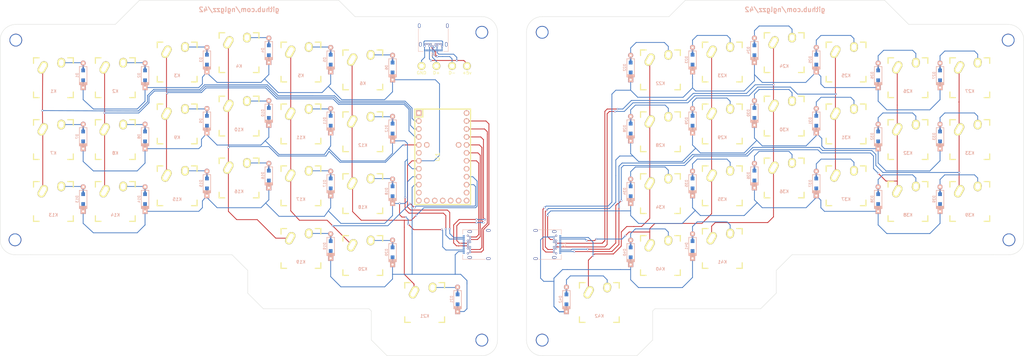
<source format=kicad_pcb>
(kicad_pcb (version 4) (host pcbnew 4.0.7)
  (layers (0 F.Cu signal) (31 B.Cu signal) (34 B.Paste user hide) (35 F.Paste user hide) (36 B.SilkS user) (37 F.SilkS user) (38 B.Mask user hide) (39 F.Mask user hide) (44 Edge.Cuts user))
  (net 0 "")
  (net 1 "Net-(D1-Pad2)")
  (net 2 /row0)
  (net 3 "Net-(D2-Pad2)")
  (net 4 "Net-(D3-Pad2)")
  (net 5 "Net-(D4-Pad2)")
  (net 6 "Net-(D5-Pad2)")
  (net 7 "Net-(D6-Pad2)")
  (net 8 "Net-(D7-Pad2)")
  (net 9 /row1)
  (net 10 "Net-(D8-Pad2)")
  (net 11 "Net-(D9-Pad2)")
  (net 12 "Net-(D10-Pad2)")
  (net 13 "Net-(D11-Pad2)")
  (net 14 "Net-(D12-Pad2)")
  (net 15 "Net-(D13-Pad2)")
  (net 16 /row2)
  (net 17 "Net-(D14-Pad2)")
  (net 18 "Net-(D15-Pad2)")
  (net 19 "Net-(D16-Pad2)")
  (net 20 "Net-(D17-Pad2)")
  (net 21 "Net-(D18-Pad2)")
  (net 22 "Net-(D19-Pad2)")
  (net 23 /row3)
  (net 24 "Net-(D20-Pad2)")
  (net 25 "Net-(D21-Pad2)")
  (net 26 "Net-(J1-PadS1)")
  (net 27 "Net-(J1-PadA2)")
  (net 28 "Net-(J1-PadA3)")
  (net 29 "Net-(J1-PadA5)")
  (net 30 "Net-(J1-PadA10)")
  (net 31 "Net-(J1-PadA8)")
  (net 32 "Net-(J1-PadA11)")
  (net 33 "Net-(J1-PadB2)")
  (net 34 "Net-(J1-PadB3)")
  (net 35 "Net-(J1-PadB5)")
  (net 36 "Net-(J1-PadB8)")
  (net 37 "Net-(J1-PadB10)")
  (net 38 "Net-(J1-PadB11)")
  (net 39 "Net-(J2-PadS1)")
  (net 40 "Net-(J2-PadA1)")
  (net 41 /col6)
  (net 42 /col7)
  (net 43 /col8)
  (net 44 /col9)
  (net 45 "Net-(J2-PadA12)")
  (net 46 /colB)
  (net 47 /colA)
  (net 48 "Net-(J2-PadB1)")
  (net 49 "Net-(J2-PadB12)")
  (net 50 /col0)
  (net 51 /col1)
  (net 52 /col2)
  (net 53 /col3)
  (net 54 /col4)
  (net 55 /col5)
  (net 56 "Net-(U1-Pad6)")
  (net 57 "Net-(U1-Pad11)")
  (net 58 "Net-(U1-Pad12)")
  (net 59 "Net-(U1-Pad13)")
  (net 60 "Net-(U1-Pad15)")
  (net 61 "Net-(U1-Pad16)")
  (net 62 "Net-(U1-Pad17)")
  (net 63 "Net-(U1-Pad18)")
  (net 64 "Net-(U1-Pad19)")
  (net 65 "Net-(U1-Pad22)")
  (net 66 "Net-(U1-Pad29)")
  (net 67 "Net-(U1-Pad30)")
  (net 68 "Net-(U1-Pad31)")
  (net 69 "Net-(D22-Pad2)")
  (net 70 "Net-(D23-Pad2)")
  (net 71 "Net-(D24-Pad2)")
  (net 72 "Net-(D25-Pad2)")
  (net 73 "Net-(D26-Pad2)")
  (net 74 "Net-(D27-Pad2)")
  (net 75 "Net-(D28-Pad2)")
  (net 76 "Net-(D29-Pad2)")
  (net 77 "Net-(D30-Pad2)")
  (net 78 "Net-(D31-Pad2)")
  (net 79 "Net-(D32-Pad2)")
  (net 80 "Net-(D33-Pad2)")
  (net 81 "Net-(D34-Pad2)")
  (net 82 "Net-(D35-Pad2)")
  (net 83 "Net-(D36-Pad2)")
  (net 84 "Net-(D37-Pad2)")
  (net 85 "Net-(D38-Pad2)")
  (net 86 "Net-(D39-Pad2)")
  (net 87 "Net-(D40-Pad2)")
  (net 88 "Net-(D41-Pad2)")
  (net 89 "Net-(D42-Pad2)")
  (net 90 "Net-(J3-PadS1)")
  (net 91 "Net-(J3-PadA1)")
  (net 92 "Net-(J3-PadA12)")
  (net 93 "Net-(J3-PadB1)")
  (net 94 "Net-(J3-PadB12)")
  (net 95 "Net-(U1-Pad1)")
  (net 96 "Net-(U1-Pad14)")
  (net 97 /+5v)
  (net 98 /GND)
  (net 99 /D+)
  (net 100 /D-)
  (net 101 "Net-(J2-PadA4)")
  (net 102 "Net-(J2-PadA5)")
  (net 103 "Net-(J2-PadA6)")
  (net 104 "Net-(J2-PadA7)")
  (net 105 "Net-(J2-PadA9)")
  (net 106 "Net-(J2-PadA8)")
  (net 107 "Net-(J2-PadB4)")
  (net 108 "Net-(J2-PadB9)")
  (net 109 "Net-(J2-PadB5)")
  (net 110 "Net-(J2-PadB8)")
  (net 111 "Net-(J3-PadA4)")
  (net 112 "Net-(J3-PadA5)")
  (net 113 "Net-(J3-PadA6)")
  (net 114 "Net-(J3-PadA7)")
  (net 115 "Net-(J3-PadA9)")
  (net 116 "Net-(J3-PadA8)")
  (net 117 "Net-(J3-PadB4)")
  (net 118 "Net-(J3-PadB9)")
  (net 119 "Net-(J3-PadB5)")
  (net 120 "Net-(J3-PadB8)")
  (module Connectors_USB:USB_C_Receptacle_Amphenol_12401548E4-2A (layer B.Cu) (at 150.5 23)
    (fp_text reference J1 (at 0 6.36) (layer B.SilkS) (effects (justify mirror)))
    (fp_text value USB_C_Receptacle)
    (pad S1 thru_hole oval (at -4.13 3.11) (size 0.8 1.4) (drill oval 0.5 1.1) (layers *.Cu *.Mask) (net 26 "Net-(J1-PadS1)"))
    (pad A1 smd rect (at -2.75 5.02) (size 0.3 0.7) (layers B.Cu B.Paste B.Mask) (net 98 /GND))
    (pad A2 smd rect (at -2.25 5.02) (size 0.3 0.7) (layers B.Cu B.Paste B.Mask) (net 27 "Net-(J1-PadA2)"))
    (pad A3 smd rect (at -1.75 5.02) (size 0.3 0.7) (layers B.Cu B.Paste B.Mask) (net 28 "Net-(J1-PadA3)"))
    (pad A4 smd rect (at -1.25 5.02) (size 0.3 0.7) (layers B.Cu B.Paste B.Mask) (net 97 /+5v))
    (pad A5 smd rect (at -0.75 5.02) (size 0.3 0.7) (layers B.Cu B.Paste B.Mask) (net 29 "Net-(J1-PadA5)"))
    (pad A6 smd rect (at -0.25 5.02) (size 0.3 0.7) (layers B.Cu B.Paste B.Mask) (net 99 /D+))
    (pad A7 smd rect (at 0.25 5.02) (size 0.3 0.7) (layers B.Cu B.Paste B.Mask) (net 100 /D-))
    (pad A12 smd rect (at 2.75 5.02) (size 0.3 0.7) (layers B.Cu B.Paste B.Mask) (net 98 /GND))
    (pad A10 smd rect (at 1.75 5.02) (size 0.3 0.7) (layers B.Cu B.Paste B.Mask) (net 30 "Net-(J1-PadA10)"))
    (pad A9 smd rect (at 1.25 5.02) (size 0.3 0.7) (layers B.Cu B.Paste B.Mask) (net 97 /+5v))
    (pad A8 smd rect (at 0.75 5.02) (size 0.3 0.7) (layers B.Cu B.Paste B.Mask) (net 31 "Net-(J1-PadA8)"))
    (pad A11 smd rect (at 2.25 5.02) (size 0.3 0.7) (layers B.Cu B.Paste B.Mask) (net 32 "Net-(J1-PadA11)"))
    (pad S1 thru_hole oval (at 4.13 3.11) (size 0.8 1.4) (drill oval 0.5 1.1) (layers *.Cu *.Mask) (net 26 "Net-(J1-PadS1)"))
    (pad S1 thru_hole oval (at 4.49 -2.84) (size 0.8 1.4) (drill oval 0.5 1.1) (layers *.Cu *.Mask) (net 26 "Net-(J1-PadS1)"))
    (pad S1 thru_hole oval (at -4.49 -2.84) (size 0.8 1.4) (drill oval 0.5 1.1) (layers *.Cu *.Mask) (net 26 "Net-(J1-PadS1)"))
    (pad "" np_thru_hole oval (at 3.6 4.36) (size 0.95 0.65) (drill oval 0.95 0.65) (layers *.Cu *.Mask))
    (pad "" np_thru_hole circle (at -3.6 4.36) (size 0.65 0.65) (drill 0.65) (layers *.Cu *.Mask))
    (pad B1 thru_hole circle (at 2.8 3.71) (size 0.65 0.65) (drill 0.4) (layers *.Cu *.Mask) (net 98 /GND))
    (pad B4 thru_hole circle (at 1.2 3.71) (size 0.65 0.65) (drill 0.4) (layers *.Cu *.Mask) (net 97 /+5v))
    (pad B6 thru_hole circle (at 0.4 3.71) (size 0.65 0.65) (drill 0.4) (layers *.Cu *.Mask) (net 99 /D+))
    (pad B7 thru_hole circle (at -0.4 3.71) (size 0.65 0.65) (drill 0.4) (layers *.Cu *.Mask) (net 100 /D-))
    (pad B9 thru_hole circle (at -1.2 3.71) (size 0.65 0.65) (drill 0.4) (layers *.Cu *.Mask) (net 97 /+5v))
    (pad B12 thru_hole circle (at -2.8 3.71) (size 0.65 0.65) (drill 0.4) (layers *.Cu *.Mask) (net 98 /GND))
    (pad B2 thru_hole circle (at 2.4 3.01) (size 0.65 0.65) (drill 0.4) (layers *.Cu *.Mask) (net 33 "Net-(J1-PadB2)"))
    (pad B3 thru_hole circle (at 1.6 3.01) (size 0.65 0.65) (drill 0.4) (layers *.Cu *.Mask) (net 34 "Net-(J1-PadB3)"))
    (pad B5 thru_hole circle (at 0.8 3.01) (size 0.65 0.65) (drill 0.4) (layers *.Cu *.Mask) (net 35 "Net-(J1-PadB5)"))
    (pad B8 thru_hole circle (at -0.8 3.01) (size 0.65 0.65) (drill 0.4) (layers *.Cu *.Mask) (net 36 "Net-(J1-PadB8)"))
    (pad B10 thru_hole circle (at -1.6 3.01) (size 0.65 0.65) (drill 0.4) (layers *.Cu *.Mask) (net 37 "Net-(J1-PadB10)"))
    (pad B11 thru_hole circle (at -2.4 3.01) (size 0.65 0.65) (drill 0.4) (layers *.Cu *.Mask) (net 38 "Net-(J1-PadB11)"))
  )
  (module Connectors_USB:USB_C_Receptacle_Amphenol_12401548E4-2A (layer B.Cu) (at 186 90 90)
    (fp_text reference J3 (at 0 6.36 90) (layer B.SilkS) (effects (justify mirror)))
    (fp_text value USB_C_Receptacle)
    (pad S1 thru_hole oval (at -4.13 3.11 90) (size 0.8 1.4) (drill oval 0.5 1.1) (layers *.Cu *.Mask) (net 90 "Net-(J3-PadS1)"))
    (pad A1 smd rect (at -2.75 5.02 90) (size 0.3 0.7) (layers B.Cu B.Paste B.Mask) (net 91 "Net-(J3-PadA1)"))
    (pad A2 smd rect (at -2.25 5.02 90) (size 0.3 0.7) (layers B.Cu B.Paste B.Mask) (net 46 /colB))
    (pad A3 smd rect (at -1.75 5.02 90) (size 0.3 0.7) (layers B.Cu B.Paste B.Mask) (net 47 /colA))
    (pad A4 smd rect (at -1.25 5.02 90) (size 0.3 0.7) (layers B.Cu B.Paste B.Mask) (net 111 "Net-(J3-PadA4)"))
    (pad A5 smd rect (at -0.75 5.02 90) (size 0.3 0.7) (layers B.Cu B.Paste B.Mask) (net 112 "Net-(J3-PadA5)"))
    (pad A6 smd rect (at -0.25 5.02 90) (size 0.3 0.7) (layers B.Cu B.Paste B.Mask) (net 113 "Net-(J3-PadA6)"))
    (pad A7 smd rect (at 0.25 5.02 90) (size 0.3 0.7) (layers B.Cu B.Paste B.Mask) (net 114 "Net-(J3-PadA7)"))
    (pad A12 smd rect (at 2.75 5.02 90) (size 0.3 0.7) (layers B.Cu B.Paste B.Mask) (net 92 "Net-(J3-PadA12)"))
    (pad A10 smd rect (at 1.75 5.02 90) (size 0.3 0.7) (layers B.Cu B.Paste B.Mask) (net 42 /col7))
    (pad A9 smd rect (at 1.25 5.02 90) (size 0.3 0.7) (layers B.Cu B.Paste B.Mask) (net 115 "Net-(J3-PadA9)"))
    (pad A8 smd rect (at 0.75 5.02 90) (size 0.3 0.7) (layers B.Cu B.Paste B.Mask) (net 116 "Net-(J3-PadA8)"))
    (pad A11 smd rect (at 2.25 5.02 90) (size 0.3 0.7) (layers B.Cu B.Paste B.Mask) (net 41 /col6))
    (pad S1 thru_hole oval (at 4.13 3.11 90) (size 0.8 1.4) (drill oval 0.5 1.1) (layers *.Cu *.Mask) (net 90 "Net-(J3-PadS1)"))
    (pad S1 thru_hole oval (at 4.49 -2.84 90) (size 0.8 1.4) (drill oval 0.5 1.1) (layers *.Cu *.Mask) (net 90 "Net-(J3-PadS1)"))
    (pad S1 thru_hole oval (at -4.49 -2.84 90) (size 0.8 1.4) (drill oval 0.5 1.1) (layers *.Cu *.Mask) (net 90 "Net-(J3-PadS1)"))
    (pad "" np_thru_hole oval (at 3.6 4.36 90) (size 0.95 0.65) (drill oval 0.95 0.65) (layers *.Cu *.Mask))
    (pad "" np_thru_hole circle (at -3.6 4.36 90) (size 0.65 0.65) (drill 0.65) (layers *.Cu *.Mask))
    (pad B1 thru_hole circle (at 2.8 3.71 90) (size 0.65 0.65) (drill 0.4) (layers *.Cu *.Mask) (net 93 "Net-(J3-PadB1)"))
    (pad B4 thru_hole circle (at 1.2 3.71 90) (size 0.65 0.65) (drill 0.4) (layers *.Cu *.Mask) (net 117 "Net-(J3-PadB4)"))
    (pad B6 thru_hole circle (at 0.4 3.71 90) (size 0.65 0.65) (drill 0.4) (layers *.Cu *.Mask) (net 43 /col8))
    (pad B7 thru_hole circle (at -0.4 3.71 90) (size 0.65 0.65) (drill 0.4) (layers *.Cu *.Mask) (net 44 /col9))
    (pad B9 thru_hole circle (at -1.2 3.71 90) (size 0.65 0.65) (drill 0.4) (layers *.Cu *.Mask) (net 118 "Net-(J3-PadB9)"))
    (pad B12 thru_hole circle (at -2.8 3.71 90) (size 0.65 0.65) (drill 0.4) (layers *.Cu *.Mask) (net 94 "Net-(J3-PadB12)"))
    (pad B2 thru_hole circle (at 2.4 3.01 90) (size 0.65 0.65) (drill 0.4) (layers *.Cu *.Mask) (net 23 /row3))
    (pad B3 thru_hole circle (at 1.6 3.01 90) (size 0.65 0.65) (drill 0.4) (layers *.Cu *.Mask) (net 16 /row2))
    (pad B5 thru_hole circle (at 0.8 3.01 90) (size 0.65 0.65) (drill 0.4) (layers *.Cu *.Mask) (net 119 "Net-(J3-PadB5)"))
    (pad B8 thru_hole circle (at -0.8 3.01 90) (size 0.65 0.65) (drill 0.4) (layers *.Cu *.Mask) (net 120 "Net-(J3-PadB8)"))
    (pad B10 thru_hole circle (at -1.6 3.01 90) (size 0.65 0.65) (drill 0.4) (layers *.Cu *.Mask) (net 9 /row1))
    (pad B11 thru_hole circle (at -2.4 3.01 90) (size 0.65 0.65) (drill 0.4) (layers *.Cu *.Mask) (net 2 /row0))
  )
  (module keebs:Mx_Alps_100 (layer F.Cu) (at 147.75 108.5)
    (fp_text reference K21 (at 0 4.318) (layer B.SilkS) (effects (font (thickness 0.2)) (justify mirror)))
    (fp_text value KEYSW hide)
    (pad HOLE np_thru_hole circle (at 0 0) (size 3.9878 3.9878) (drill 3.9878) (layers *.Cu))
    (pad HOLE np_thru_hole circle (at -5.08 0) (size 1.7018 1.7018) (drill 1.7018) (layers *.Cu))
    (pad HOLE np_thru_hole circle (at 5.08 0) (size 1.7018 1.7018) (drill 1.7018) (layers *.Cu))
    (pad 1 thru_hole oval (at -3.405 -3.27 330.95) (size 2.5 4.17) (drill oval 1.5 3.17) (layers *.Cu *.Mask F.SilkS) (net 55 /col5))
    (pad 2 thru_hole oval (at 2.52 -4.79 356.1) (size 2.5 3.08) (drill oval 1.5 2.08) (layers *.Cu *.Mask F.SilkS) (net 25 "Net-(D21-Pad2)"))
  )
  (module keebs:Mx_Alps_100 (layer F.Cu) (at 29.25 76.25)
    (fp_text reference K13 (at 0 4.318) (layer B.SilkS) (effects (font (thickness 0.2)) (justify mirror)))
    (fp_text value KEYSW hide)
    (pad HOLE np_thru_hole circle (at 0 0) (size 3.9878 3.9878) (drill 3.9878) (layers *.Cu))
    (pad HOLE np_thru_hole circle (at -5.08 0) (size 1.7018 1.7018) (drill 1.7018) (layers *.Cu))
    (pad HOLE np_thru_hole circle (at 5.08 0) (size 1.7018 1.7018) (drill 1.7018) (layers *.Cu))
    (pad 1 thru_hole oval (at -3.405 -3.27 330.95) (size 2.5 4.17) (drill oval 1.5 3.17) (layers *.Cu *.Mask F.SilkS) (net 50 /col0))
    (pad 2 thru_hole oval (at 2.52 -4.79 356.1) (size 2.5 3.08) (drill oval 1.5 2.08) (layers *.Cu *.Mask F.SilkS) (net 15 "Net-(D13-Pad2)"))
  )
  (module keyboard_parts:D_SOD123_axial (layer B.Cu) (at 38.75 36 90)
    (fp_text reference D1 (at 0 -1.925 90) (layer B.SilkS) (effects (font (size 0.8 0.8)) (justify mirror)))
    (fp_text value D hide)
    (pad 2 smd rect (at 1.575 0 90) (size 1.2 1.2) (layers B.Cu B.Paste B.Mask) (net 1 "Net-(D1-Pad2)"))
    (pad 1 smd rect (at -1.575 0 90) (size 1.2 1.2) (layers B.Cu B.Paste B.Mask) (net 2 /row0))
    (pad 1 thru_hole rect (at -3.9 0 90) (size 1.6 1.6) (drill 0.7) (layers *.Cu *.Mask B.SilkS) (net 2 /row0))
    (pad 2 thru_hole circle (at 3.9 0 90) (size 1.6 1.6) (drill 0.7) (layers *.Cu *.Mask B.SilkS) (net 1 "Net-(D1-Pad2)"))
    (pad 1 smd rect (at -2.7 0 90) (size 2.5 0.5) (layers B.Cu) (net 2 /row0))
    (pad 2 smd rect (at 2.7 0 90) (size 2.5 0.5) (layers B.Cu) (net 1 "Net-(D1-Pad2)"))
  )
  (module keyboard_parts:D_SOD123_axial (layer B.Cu) (at 58.5 36 90)
    (fp_text reference D2 (at 0 -1.925 90) (layer B.SilkS) (effects (font (size 0.8 0.8)) (justify mirror)))
    (fp_text value D hide)
    (pad 2 smd rect (at 1.575 0 90) (size 1.2 1.2) (layers B.Cu B.Paste B.Mask) (net 3 "Net-(D2-Pad2)"))
    (pad 1 smd rect (at -1.575 0 90) (size 1.2 1.2) (layers B.Cu B.Paste B.Mask) (net 2 /row0))
    (pad 1 thru_hole rect (at -3.9 0 90) (size 1.6 1.6) (drill 0.7) (layers *.Cu *.Mask B.SilkS) (net 2 /row0))
    (pad 2 thru_hole circle (at 3.9 0 90) (size 1.6 1.6) (drill 0.7) (layers *.Cu *.Mask B.SilkS) (net 3 "Net-(D2-Pad2)"))
    (pad 1 smd rect (at -2.7 0 90) (size 2.5 0.5) (layers B.Cu) (net 2 /row0))
    (pad 2 smd rect (at 2.7 0 90) (size 2.5 0.5) (layers B.Cu) (net 3 "Net-(D2-Pad2)"))
  )
  (module keyboard_parts:D_SOD123_axial (layer B.Cu) (at 78.25 31 90)
    (fp_text reference D3 (at 0 -1.925 90) (layer B.SilkS) (effects (font (size 0.8 0.8)) (justify mirror)))
    (fp_text value D hide)
    (pad 2 smd rect (at 1.575 0 90) (size 1.2 1.2) (layers B.Cu B.Paste B.Mask) (net 4 "Net-(D3-Pad2)"))
    (pad 1 smd rect (at -1.575 0 90) (size 1.2 1.2) (layers B.Cu B.Paste B.Mask) (net 2 /row0))
    (pad 1 thru_hole rect (at -3.9 0 90) (size 1.6 1.6) (drill 0.7) (layers *.Cu *.Mask B.SilkS) (net 2 /row0))
    (pad 2 thru_hole circle (at 3.9 0 90) (size 1.6 1.6) (drill 0.7) (layers *.Cu *.Mask B.SilkS) (net 4 "Net-(D3-Pad2)"))
    (pad 1 smd rect (at -2.7 0 90) (size 2.5 0.5) (layers B.Cu) (net 2 /row0))
    (pad 2 smd rect (at 2.7 0 90) (size 2.5 0.5) (layers B.Cu) (net 4 "Net-(D3-Pad2)"))
  )
  (module keyboard_parts:D_SOD123_axial (layer B.Cu) (at 98 28 90)
    (fp_text reference D4 (at 0 -1.925 90) (layer B.SilkS) (effects (font (size 0.8 0.8)) (justify mirror)))
    (fp_text value D hide)
    (pad 2 smd rect (at 1.575 0 90) (size 1.2 1.2) (layers B.Cu B.Paste B.Mask) (net 5 "Net-(D4-Pad2)"))
    (pad 1 smd rect (at -1.575 0 90) (size 1.2 1.2) (layers B.Cu B.Paste B.Mask) (net 2 /row0))
    (pad 1 thru_hole rect (at -3.9 0 90) (size 1.6 1.6) (drill 0.7) (layers *.Cu *.Mask B.SilkS) (net 2 /row0))
    (pad 2 thru_hole circle (at 3.9 0 90) (size 1.6 1.6) (drill 0.7) (layers *.Cu *.Mask B.SilkS) (net 5 "Net-(D4-Pad2)"))
    (pad 1 smd rect (at -2.7 0 90) (size 2.5 0.5) (layers B.Cu) (net 2 /row0))
    (pad 2 smd rect (at 2.7 0 90) (size 2.5 0.5) (layers B.Cu) (net 5 "Net-(D4-Pad2)"))
  )
  (module keyboard_parts:D_SOD123_axial (layer B.Cu) (at 117.75 31 90)
    (fp_text reference D5 (at 0 -1.925 90) (layer B.SilkS) (effects (font (size 0.8 0.8)) (justify mirror)))
    (fp_text value D hide)
    (pad 2 smd rect (at 1.575 0 90) (size 1.2 1.2) (layers B.Cu B.Paste B.Mask) (net 6 "Net-(D5-Pad2)"))
    (pad 1 smd rect (at -1.575 0 90) (size 1.2 1.2) (layers B.Cu B.Paste B.Mask) (net 2 /row0))
    (pad 1 thru_hole rect (at -3.9 0 90) (size 1.6 1.6) (drill 0.7) (layers *.Cu *.Mask B.SilkS) (net 2 /row0))
    (pad 2 thru_hole circle (at 3.9 0 90) (size 1.6 1.6) (drill 0.7) (layers *.Cu *.Mask B.SilkS) (net 6 "Net-(D5-Pad2)"))
    (pad 1 smd rect (at -2.7 0 90) (size 2.5 0.5) (layers B.Cu) (net 2 /row0))
    (pad 2 smd rect (at 2.7 0 90) (size 2.5 0.5) (layers B.Cu) (net 6 "Net-(D5-Pad2)"))
  )
  (module keyboard_parts:D_SOD123_axial (layer B.Cu) (at 137.5 33.5 90)
    (fp_text reference D6 (at 0 -1.925 90) (layer B.SilkS) (effects (font (size 0.8 0.8)) (justify mirror)))
    (fp_text value D hide)
    (pad 2 smd rect (at 1.575 0 90) (size 1.2 1.2) (layers B.Cu B.Paste B.Mask) (net 7 "Net-(D6-Pad2)"))
    (pad 1 smd rect (at -1.575 0 90) (size 1.2 1.2) (layers B.Cu B.Paste B.Mask) (net 2 /row0))
    (pad 1 thru_hole rect (at -3.9 0 90) (size 1.6 1.6) (drill 0.7) (layers *.Cu *.Mask B.SilkS) (net 2 /row0))
    (pad 2 thru_hole circle (at 3.9 0 90) (size 1.6 1.6) (drill 0.7) (layers *.Cu *.Mask B.SilkS) (net 7 "Net-(D6-Pad2)"))
    (pad 1 smd rect (at -2.7 0 90) (size 2.5 0.5) (layers B.Cu) (net 2 /row0))
    (pad 2 smd rect (at 2.7 0 90) (size 2.5 0.5) (layers B.Cu) (net 7 "Net-(D6-Pad2)"))
  )
  (module keyboard_parts:D_SOD123_axial (layer B.Cu) (at 38.75 55.5 90)
    (fp_text reference D7 (at 0 -1.925 90) (layer B.SilkS) (effects (font (size 0.8 0.8)) (justify mirror)))
    (fp_text value D hide)
    (pad 2 smd rect (at 1.575 0 90) (size 1.2 1.2) (layers B.Cu B.Paste B.Mask) (net 8 "Net-(D7-Pad2)"))
    (pad 1 smd rect (at -1.575 0 90) (size 1.2 1.2) (layers B.Cu B.Paste B.Mask) (net 9 /row1))
    (pad 1 thru_hole rect (at -3.9 0 90) (size 1.6 1.6) (drill 0.7) (layers *.Cu *.Mask B.SilkS) (net 9 /row1))
    (pad 2 thru_hole circle (at 3.9 0 90) (size 1.6 1.6) (drill 0.7) (layers *.Cu *.Mask B.SilkS) (net 8 "Net-(D7-Pad2)"))
    (pad 1 smd rect (at -2.7 0 90) (size 2.5 0.5) (layers B.Cu) (net 9 /row1))
    (pad 2 smd rect (at 2.7 0 90) (size 2.5 0.5) (layers B.Cu) (net 8 "Net-(D7-Pad2)"))
  )
  (module keyboard_parts:D_SOD123_axial (layer B.Cu) (at 58.5 55.5 90)
    (fp_text reference D8 (at 0 -1.925 90) (layer B.SilkS) (effects (font (size 0.8 0.8)) (justify mirror)))
    (fp_text value D hide)
    (pad 2 smd rect (at 1.575 0 90) (size 1.2 1.2) (layers B.Cu B.Paste B.Mask) (net 10 "Net-(D8-Pad2)"))
    (pad 1 smd rect (at -1.575 0 90) (size 1.2 1.2) (layers B.Cu B.Paste B.Mask) (net 9 /row1))
    (pad 1 thru_hole rect (at -3.9 0 90) (size 1.6 1.6) (drill 0.7) (layers *.Cu *.Mask B.SilkS) (net 9 /row1))
    (pad 2 thru_hole circle (at 3.9 0 90) (size 1.6 1.6) (drill 0.7) (layers *.Cu *.Mask B.SilkS) (net 10 "Net-(D8-Pad2)"))
    (pad 1 smd rect (at -2.7 0 90) (size 2.5 0.5) (layers B.Cu) (net 9 /row1))
    (pad 2 smd rect (at 2.7 0 90) (size 2.5 0.5) (layers B.Cu) (net 10 "Net-(D8-Pad2)"))
  )
  (module keyboard_parts:D_SOD123_axial (layer B.Cu) (at 78.25 50.5 90)
    (fp_text reference D9 (at 0 -1.925 90) (layer B.SilkS) (effects (font (size 0.8 0.8)) (justify mirror)))
    (fp_text value D hide)
    (pad 2 smd rect (at 1.575 0 90) (size 1.2 1.2) (layers B.Cu B.Paste B.Mask) (net 11 "Net-(D9-Pad2)"))
    (pad 1 smd rect (at -1.575 0 90) (size 1.2 1.2) (layers B.Cu B.Paste B.Mask) (net 9 /row1))
    (pad 1 thru_hole rect (at -3.9 0 90) (size 1.6 1.6) (drill 0.7) (layers *.Cu *.Mask B.SilkS) (net 9 /row1))
    (pad 2 thru_hole circle (at 3.9 0 90) (size 1.6 1.6) (drill 0.7) (layers *.Cu *.Mask B.SilkS) (net 11 "Net-(D9-Pad2)"))
    (pad 1 smd rect (at -2.7 0 90) (size 2.5 0.5) (layers B.Cu) (net 9 /row1))
    (pad 2 smd rect (at 2.7 0 90) (size 2.5 0.5) (layers B.Cu) (net 11 "Net-(D9-Pad2)"))
  )
  (module keyboard_parts:D_SOD123_axial (layer B.Cu) (at 98 48 90)
    (fp_text reference D10 (at 0 -1.925 90) (layer B.SilkS) (effects (font (size 0.8 0.8)) (justify mirror)))
    (fp_text value D hide)
    (pad 2 smd rect (at 1.575 0 90) (size 1.2 1.2) (layers B.Cu B.Paste B.Mask) (net 12 "Net-(D10-Pad2)"))
    (pad 1 smd rect (at -1.575 0 90) (size 1.2 1.2) (layers B.Cu B.Paste B.Mask) (net 9 /row1))
    (pad 1 thru_hole rect (at -3.9 0 90) (size 1.6 1.6) (drill 0.7) (layers *.Cu *.Mask B.SilkS) (net 9 /row1))
    (pad 2 thru_hole circle (at 3.9 0 90) (size 1.6 1.6) (drill 0.7) (layers *.Cu *.Mask B.SilkS) (net 12 "Net-(D10-Pad2)"))
    (pad 1 smd rect (at -2.7 0 90) (size 2.5 0.5) (layers B.Cu) (net 9 /row1))
    (pad 2 smd rect (at 2.7 0 90) (size 2.5 0.5) (layers B.Cu) (net 12 "Net-(D10-Pad2)"))
  )
  (module keyboard_parts:D_SOD123_axial (layer B.Cu) (at 117.75 50.5 90)
    (fp_text reference D11 (at 0 -1.925 90) (layer B.SilkS) (effects (font (size 0.8 0.8)) (justify mirror)))
    (fp_text value D hide)
    (pad 2 smd rect (at 1.575 0 90) (size 1.2 1.2) (layers B.Cu B.Paste B.Mask) (net 13 "Net-(D11-Pad2)"))
    (pad 1 smd rect (at -1.575 0 90) (size 1.2 1.2) (layers B.Cu B.Paste B.Mask) (net 9 /row1))
    (pad 1 thru_hole rect (at -3.9 0 90) (size 1.6 1.6) (drill 0.7) (layers *.Cu *.Mask B.SilkS) (net 9 /row1))
    (pad 2 thru_hole circle (at 3.9 0 90) (size 1.6 1.6) (drill 0.7) (layers *.Cu *.Mask B.SilkS) (net 13 "Net-(D11-Pad2)"))
    (pad 1 smd rect (at -2.7 0 90) (size 2.5 0.5) (layers B.Cu) (net 9 /row1))
    (pad 2 smd rect (at 2.7 0 90) (size 2.5 0.5) (layers B.Cu) (net 13 "Net-(D11-Pad2)"))
  )
  (module keyboard_parts:D_SOD123_axial (layer B.Cu) (at 137.5 53 90)
    (fp_text reference D12 (at 0 -1.925 90) (layer B.SilkS) (effects (font (size 0.8 0.8)) (justify mirror)))
    (fp_text value D hide)
    (pad 2 smd rect (at 1.575 0 90) (size 1.2 1.2) (layers B.Cu B.Paste B.Mask) (net 14 "Net-(D12-Pad2)"))
    (pad 1 smd rect (at -1.575 0 90) (size 1.2 1.2) (layers B.Cu B.Paste B.Mask) (net 9 /row1))
    (pad 1 thru_hole rect (at -3.9 0 90) (size 1.6 1.6) (drill 0.7) (layers *.Cu *.Mask B.SilkS) (net 9 /row1))
    (pad 2 thru_hole circle (at 3.9 0 90) (size 1.6 1.6) (drill 0.7) (layers *.Cu *.Mask B.SilkS) (net 14 "Net-(D12-Pad2)"))
    (pad 1 smd rect (at -2.7 0 90) (size 2.5 0.5) (layers B.Cu) (net 9 /row1))
    (pad 2 smd rect (at 2.7 0 90) (size 2.5 0.5) (layers B.Cu) (net 14 "Net-(D12-Pad2)"))
  )
  (module keyboard_parts:D_SOD123_axial (layer B.Cu) (at 38.75 75.5 90)
    (fp_text reference D13 (at 0 -1.925 90) (layer B.SilkS) (effects (font (size 0.8 0.8)) (justify mirror)))
    (fp_text value D hide)
    (pad 2 smd rect (at 1.575 0 90) (size 1.2 1.2) (layers B.Cu B.Paste B.Mask) (net 15 "Net-(D13-Pad2)"))
    (pad 1 smd rect (at -1.575 0 90) (size 1.2 1.2) (layers B.Cu B.Paste B.Mask) (net 16 /row2))
    (pad 1 thru_hole rect (at -3.9 0 90) (size 1.6 1.6) (drill 0.7) (layers *.Cu *.Mask B.SilkS) (net 16 /row2))
    (pad 2 thru_hole circle (at 3.9 0 90) (size 1.6 1.6) (drill 0.7) (layers *.Cu *.Mask B.SilkS) (net 15 "Net-(D13-Pad2)"))
    (pad 1 smd rect (at -2.7 0 90) (size 2.5 0.5) (layers B.Cu) (net 16 /row2))
    (pad 2 smd rect (at 2.7 0 90) (size 2.5 0.5) (layers B.Cu) (net 15 "Net-(D13-Pad2)"))
  )
  (module keyboard_parts:D_SOD123_axial (layer B.Cu) (at 58.5 75.5 90)
    (fp_text reference D14 (at 0 -1.925 90) (layer B.SilkS) (effects (font (size 0.8 0.8)) (justify mirror)))
    (fp_text value D hide)
    (pad 2 smd rect (at 1.575 0 90) (size 1.2 1.2) (layers B.Cu B.Paste B.Mask) (net 17 "Net-(D14-Pad2)"))
    (pad 1 smd rect (at -1.575 0 90) (size 1.2 1.2) (layers B.Cu B.Paste B.Mask) (net 16 /row2))
    (pad 1 thru_hole rect (at -3.9 0 90) (size 1.6 1.6) (drill 0.7) (layers *.Cu *.Mask B.SilkS) (net 16 /row2))
    (pad 2 thru_hole circle (at 3.9 0 90) (size 1.6 1.6) (drill 0.7) (layers *.Cu *.Mask B.SilkS) (net 17 "Net-(D14-Pad2)"))
    (pad 1 smd rect (at -2.7 0 90) (size 2.5 0.5) (layers B.Cu) (net 16 /row2))
    (pad 2 smd rect (at 2.7 0 90) (size 2.5 0.5) (layers B.Cu) (net 17 "Net-(D14-Pad2)"))
  )
  (module keyboard_parts:D_SOD123_axial (layer B.Cu) (at 78.25 70.5 90)
    (fp_text reference D15 (at 0 -1.925 90) (layer B.SilkS) (effects (font (size 0.8 0.8)) (justify mirror)))
    (fp_text value D hide)
    (pad 2 smd rect (at 1.575 0 90) (size 1.2 1.2) (layers B.Cu B.Paste B.Mask) (net 18 "Net-(D15-Pad2)"))
    (pad 1 smd rect (at -1.575 0 90) (size 1.2 1.2) (layers B.Cu B.Paste B.Mask) (net 16 /row2))
    (pad 1 thru_hole rect (at -3.9 0 90) (size 1.6 1.6) (drill 0.7) (layers *.Cu *.Mask B.SilkS) (net 16 /row2))
    (pad 2 thru_hole circle (at 3.9 0 90) (size 1.6 1.6) (drill 0.7) (layers *.Cu *.Mask B.SilkS) (net 18 "Net-(D15-Pad2)"))
    (pad 1 smd rect (at -2.7 0 90) (size 2.5 0.5) (layers B.Cu) (net 16 /row2))
    (pad 2 smd rect (at 2.7 0 90) (size 2.5 0.5) (layers B.Cu) (net 18 "Net-(D15-Pad2)"))
  )
  (module keyboard_parts:D_SOD123_axial (layer B.Cu) (at 98 68 90)
    (fp_text reference D16 (at 0 -1.925 90) (layer B.SilkS) (effects (font (size 0.8 0.8)) (justify mirror)))
    (fp_text value D hide)
    (pad 2 smd rect (at 1.575 0 90) (size 1.2 1.2) (layers B.Cu B.Paste B.Mask) (net 19 "Net-(D16-Pad2)"))
    (pad 1 smd rect (at -1.575 0 90) (size 1.2 1.2) (layers B.Cu B.Paste B.Mask) (net 16 /row2))
    (pad 1 thru_hole rect (at -3.9 0 90) (size 1.6 1.6) (drill 0.7) (layers *.Cu *.Mask B.SilkS) (net 16 /row2))
    (pad 2 thru_hole circle (at 3.9 0 90) (size 1.6 1.6) (drill 0.7) (layers *.Cu *.Mask B.SilkS) (net 19 "Net-(D16-Pad2)"))
    (pad 1 smd rect (at -2.7 0 90) (size 2.5 0.5) (layers B.Cu) (net 16 /row2))
    (pad 2 smd rect (at 2.7 0 90) (size 2.5 0.5) (layers B.Cu) (net 19 "Net-(D16-Pad2)"))
  )
  (module keyboard_parts:D_SOD123_axial (layer B.Cu) (at 117.75 70.5 90)
    (fp_text reference D17 (at 0 -1.925 90) (layer B.SilkS) (effects (font (size 0.8 0.8)) (justify mirror)))
    (fp_text value D hide)
    (pad 2 smd rect (at 1.575 0 90) (size 1.2 1.2) (layers B.Cu B.Paste B.Mask) (net 20 "Net-(D17-Pad2)"))
    (pad 1 smd rect (at -1.575 0 90) (size 1.2 1.2) (layers B.Cu B.Paste B.Mask) (net 16 /row2))
    (pad 1 thru_hole rect (at -3.9 0 90) (size 1.6 1.6) (drill 0.7) (layers *.Cu *.Mask B.SilkS) (net 16 /row2))
    (pad 2 thru_hole circle (at 3.9 0 90) (size 1.6 1.6) (drill 0.7) (layers *.Cu *.Mask B.SilkS) (net 20 "Net-(D17-Pad2)"))
    (pad 1 smd rect (at -2.7 0 90) (size 2.5 0.5) (layers B.Cu) (net 16 /row2))
    (pad 2 smd rect (at 2.7 0 90) (size 2.5 0.5) (layers B.Cu) (net 20 "Net-(D17-Pad2)"))
  )
  (module keyboard_parts:D_SOD123_axial (layer B.Cu) (at 137.5 73 90)
    (fp_text reference D18 (at 0 -1.925 90) (layer B.SilkS) (effects (font (size 0.8 0.8)) (justify mirror)))
    (fp_text value D hide)
    (pad 2 smd rect (at 1.575 0 90) (size 1.2 1.2) (layers B.Cu B.Paste B.Mask) (net 21 "Net-(D18-Pad2)"))
    (pad 1 smd rect (at -1.575 0 90) (size 1.2 1.2) (layers B.Cu B.Paste B.Mask) (net 16 /row2))
    (pad 1 thru_hole rect (at -3.9 0 90) (size 1.6 1.6) (drill 0.7) (layers *.Cu *.Mask B.SilkS) (net 16 /row2))
    (pad 2 thru_hole circle (at 3.9 0 90) (size 1.6 1.6) (drill 0.7) (layers *.Cu *.Mask B.SilkS) (net 21 "Net-(D18-Pad2)"))
    (pad 1 smd rect (at -2.7 0 90) (size 2.5 0.5) (layers B.Cu) (net 16 /row2))
    (pad 2 smd rect (at 2.7 0 90) (size 2.5 0.5) (layers B.Cu) (net 21 "Net-(D18-Pad2)"))
  )
  (module keyboard_parts:D_SOD123_axial (layer B.Cu) (at 117.75 90.5 90)
    (fp_text reference D19 (at 0 -1.925 90) (layer B.SilkS) (effects (font (size 0.8 0.8)) (justify mirror)))
    (fp_text value D hide)
    (pad 2 smd rect (at 1.575 0 90) (size 1.2 1.2) (layers B.Cu B.Paste B.Mask) (net 22 "Net-(D19-Pad2)"))
    (pad 1 smd rect (at -1.575 0 90) (size 1.2 1.2) (layers B.Cu B.Paste B.Mask) (net 23 /row3))
    (pad 1 thru_hole rect (at -3.9 0 90) (size 1.6 1.6) (drill 0.7) (layers *.Cu *.Mask B.SilkS) (net 23 /row3))
    (pad 2 thru_hole circle (at 3.9 0 90) (size 1.6 1.6) (drill 0.7) (layers *.Cu *.Mask B.SilkS) (net 22 "Net-(D19-Pad2)"))
    (pad 1 smd rect (at -2.7 0 90) (size 2.5 0.5) (layers B.Cu) (net 23 /row3))
    (pad 2 smd rect (at 2.7 0 90) (size 2.5 0.5) (layers B.Cu) (net 22 "Net-(D19-Pad2)"))
  )
  (module keyboard_parts:D_SOD123_axial (layer B.Cu) (at 137.5 92.5 90)
    (fp_text reference D20 (at 0 -1.925 90) (layer B.SilkS) (effects (font (size 0.8 0.8)) (justify mirror)))
    (fp_text value D hide)
    (pad 2 smd rect (at 1.575 0 90) (size 1.2 1.2) (layers B.Cu B.Paste B.Mask) (net 24 "Net-(D20-Pad2)"))
    (pad 1 smd rect (at -1.575 0 90) (size 1.2 1.2) (layers B.Cu B.Paste B.Mask) (net 23 /row3))
    (pad 1 thru_hole rect (at -3.9 0 90) (size 1.6 1.6) (drill 0.7) (layers *.Cu *.Mask B.SilkS) (net 23 /row3))
    (pad 2 thru_hole circle (at 3.9 0 90) (size 1.6 1.6) (drill 0.7) (layers *.Cu *.Mask B.SilkS) (net 24 "Net-(D20-Pad2)"))
    (pad 1 smd rect (at -2.7 0 90) (size 2.5 0.5) (layers B.Cu) (net 23 /row3))
    (pad 2 smd rect (at 2.7 0 90) (size 2.5 0.5) (layers B.Cu) (net 24 "Net-(D20-Pad2)"))
  )
  (module keyboard_parts:D_SOD123_axial (layer B.Cu) (at 158.25 107.5 90)
    (fp_text reference D21 (at 0 -1.925 90) (layer B.SilkS) (effects (font (size 0.8 0.8)) (justify mirror)))
    (fp_text value D hide)
    (pad 2 smd rect (at 1.575 0 90) (size 1.2 1.2) (layers B.Cu B.Paste B.Mask) (net 25 "Net-(D21-Pad2)"))
    (pad 1 smd rect (at -1.575 0 90) (size 1.2 1.2) (layers B.Cu B.Paste B.Mask) (net 23 /row3))
    (pad 1 thru_hole rect (at -3.9 0 90) (size 1.6 1.6) (drill 0.7) (layers *.Cu *.Mask B.SilkS) (net 23 /row3))
    (pad 2 thru_hole circle (at 3.9 0 90) (size 1.6 1.6) (drill 0.7) (layers *.Cu *.Mask B.SilkS) (net 25 "Net-(D21-Pad2)"))
    (pad 1 smd rect (at -2.7 0 90) (size 2.5 0.5) (layers B.Cu) (net 23 /row3))
    (pad 2 smd rect (at 2.7 0 90) (size 2.5 0.5) (layers B.Cu) (net 25 "Net-(D21-Pad2)"))
  )
  (module Connectors_USB:USB_C_Receptacle_Amphenol_12401548E4-2A (layer B.Cu) (at 165.25 90 270)
    (fp_text reference J2 (at 0 6.36 270) (layer B.SilkS) (effects (justify mirror)))
    (fp_text value USB_C_Receptacle)
    (pad S1 thru_hole oval (at -4.13 3.11 270) (size 0.8 1.4) (drill oval 0.5 1.1) (layers *.Cu *.Mask) (net 39 "Net-(J2-PadS1)"))
    (pad A1 smd rect (at -2.75 5.02 270) (size 0.3 0.7) (layers B.Cu B.Paste B.Mask) (net 40 "Net-(J2-PadA1)"))
    (pad A2 smd rect (at -2.25 5.02 270) (size 0.3 0.7) (layers B.Cu B.Paste B.Mask) (net 2 /row0))
    (pad A3 smd rect (at -1.75 5.02 270) (size 0.3 0.7) (layers B.Cu B.Paste B.Mask) (net 9 /row1))
    (pad A4 smd rect (at -1.25 5.02 270) (size 0.3 0.7) (layers B.Cu B.Paste B.Mask) (net 101 "Net-(J2-PadA4)"))
    (pad A5 smd rect (at -0.75 5.02 270) (size 0.3 0.7) (layers B.Cu B.Paste B.Mask) (net 102 "Net-(J2-PadA5)"))
    (pad A6 smd rect (at -0.25 5.02 270) (size 0.3 0.7) (layers B.Cu B.Paste B.Mask) (net 103 "Net-(J2-PadA6)"))
    (pad A7 smd rect (at 0.25 5.02 270) (size 0.3 0.7) (layers B.Cu B.Paste B.Mask) (net 104 "Net-(J2-PadA7)"))
    (pad A12 smd rect (at 2.75 5.02 270) (size 0.3 0.7) (layers B.Cu B.Paste B.Mask) (net 45 "Net-(J2-PadA12)"))
    (pad A10 smd rect (at 1.75 5.02 270) (size 0.3 0.7) (layers B.Cu B.Paste B.Mask) (net 16 /row2))
    (pad A9 smd rect (at 1.25 5.02 270) (size 0.3 0.7) (layers B.Cu B.Paste B.Mask) (net 105 "Net-(J2-PadA9)"))
    (pad A8 smd rect (at 0.75 5.02 270) (size 0.3 0.7) (layers B.Cu B.Paste B.Mask) (net 106 "Net-(J2-PadA8)"))
    (pad A11 smd rect (at 2.25 5.02 270) (size 0.3 0.7) (layers B.Cu B.Paste B.Mask) (net 23 /row3))
    (pad S1 thru_hole oval (at 4.13 3.11 270) (size 0.8 1.4) (drill oval 0.5 1.1) (layers *.Cu *.Mask) (net 39 "Net-(J2-PadS1)"))
    (pad S1 thru_hole oval (at 4.49 -2.84 270) (size 0.8 1.4) (drill oval 0.5 1.1) (layers *.Cu *.Mask) (net 39 "Net-(J2-PadS1)"))
    (pad S1 thru_hole oval (at -4.49 -2.84 270) (size 0.8 1.4) (drill oval 0.5 1.1) (layers *.Cu *.Mask) (net 39 "Net-(J2-PadS1)"))
    (pad "" np_thru_hole oval (at 3.6 4.36 270) (size 0.95 0.65) (drill oval 0.95 0.65) (layers *.Cu *.Mask))
    (pad "" np_thru_hole circle (at -3.6 4.36 270) (size 0.65 0.65) (drill 0.65) (layers *.Cu *.Mask))
    (pad B1 thru_hole circle (at 2.8 3.71 270) (size 0.65 0.65) (drill 0.4) (layers *.Cu *.Mask) (net 48 "Net-(J2-PadB1)"))
    (pad B4 thru_hole circle (at 1.2 3.71 270) (size 0.65 0.65) (drill 0.4) (layers *.Cu *.Mask) (net 107 "Net-(J2-PadB4)"))
    (pad B6 thru_hole circle (at 0.4 3.71 270) (size 0.65 0.65) (drill 0.4) (layers *.Cu *.Mask) (net 43 /col8))
    (pad B7 thru_hole circle (at -0.4 3.71 270) (size 0.65 0.65) (drill 0.4) (layers *.Cu *.Mask) (net 44 /col9))
    (pad B9 thru_hole circle (at -1.2 3.71 270) (size 0.65 0.65) (drill 0.4) (layers *.Cu *.Mask) (net 108 "Net-(J2-PadB9)"))
    (pad B12 thru_hole circle (at -2.8 3.71 270) (size 0.65 0.65) (drill 0.4) (layers *.Cu *.Mask) (net 49 "Net-(J2-PadB12)"))
    (pad B2 thru_hole circle (at 2.4 3.01 270) (size 0.65 0.65) (drill 0.4) (layers *.Cu *.Mask) (net 41 /col6))
    (pad B3 thru_hole circle (at 1.6 3.01 270) (size 0.65 0.65) (drill 0.4) (layers *.Cu *.Mask) (net 42 /col7))
    (pad B5 thru_hole circle (at 0.8 3.01 270) (size 0.65 0.65) (drill 0.4) (layers *.Cu *.Mask) (net 109 "Net-(J2-PadB5)"))
    (pad B8 thru_hole circle (at -0.8 3.01 270) (size 0.65 0.65) (drill 0.4) (layers *.Cu *.Mask) (net 110 "Net-(J2-PadB8)"))
    (pad B10 thru_hole circle (at -1.6 3.01 270) (size 0.65 0.65) (drill 0.4) (layers *.Cu *.Mask) (net 47 /colA))
    (pad B11 thru_hole circle (at -2.4 3.01 270) (size 0.65 0.65) (drill 0.4) (layers *.Cu *.Mask) (net 46 /colB))
  )
  (module keebs:Mx_Alps_100 (layer F.Cu) (at 29.25 36.75)
    (fp_text reference K1 (at 0 4.318) (layer B.SilkS) (effects (font (thickness 0.2)) (justify mirror)))
    (fp_text value KEYSW hide)
    (pad HOLE np_thru_hole circle (at 0 0) (size 3.9878 3.9878) (drill 3.9878) (layers *.Cu))
    (pad HOLE np_thru_hole circle (at -5.08 0) (size 1.7018 1.7018) (drill 1.7018) (layers *.Cu))
    (pad HOLE np_thru_hole circle (at 5.08 0) (size 1.7018 1.7018) (drill 1.7018) (layers *.Cu))
    (pad 1 thru_hole oval (at -3.405 -3.27 330.95) (size 2.5 4.17) (drill oval 1.5 3.17) (layers *.Cu *.Mask F.SilkS) (net 50 /col0))
    (pad 2 thru_hole oval (at 2.52 -4.79 356.1) (size 2.5 3.08) (drill oval 1.5 2.08) (layers *.Cu *.Mask F.SilkS) (net 1 "Net-(D1-Pad2)"))
  )
  (module keebs:Mx_Alps_100 (layer F.Cu) (at 49 36.75)
    (fp_text reference K2 (at 0 4.318) (layer B.SilkS) (effects (font (thickness 0.2)) (justify mirror)))
    (fp_text value KEYSW hide)
    (pad HOLE np_thru_hole circle (at 0 0) (size 3.9878 3.9878) (drill 3.9878) (layers *.Cu))
    (pad HOLE np_thru_hole circle (at -5.08 0) (size 1.7018 1.7018) (drill 1.7018) (layers *.Cu))
    (pad HOLE np_thru_hole circle (at 5.08 0) (size 1.7018 1.7018) (drill 1.7018) (layers *.Cu))
    (pad 1 thru_hole oval (at -3.405 -3.27 330.95) (size 2.5 4.17) (drill oval 1.5 3.17) (layers *.Cu *.Mask F.SilkS) (net 51 /col1))
    (pad 2 thru_hole oval (at 2.52 -4.79 356.1) (size 2.5 3.08) (drill oval 1.5 2.08) (layers *.Cu *.Mask F.SilkS) (net 3 "Net-(D2-Pad2)"))
  )
  (module keebs:Mx_Alps_100 (layer F.Cu) (at 68.75 31.75)
    (fp_text reference K3 (at 0 4.318) (layer B.SilkS) (effects (font (thickness 0.2)) (justify mirror)))
    (fp_text value KEYSW hide)
    (pad HOLE np_thru_hole circle (at 0 0) (size 3.9878 3.9878) (drill 3.9878) (layers *.Cu))
    (pad HOLE np_thru_hole circle (at -5.08 0) (size 1.7018 1.7018) (drill 1.7018) (layers *.Cu))
    (pad HOLE np_thru_hole circle (at 5.08 0) (size 1.7018 1.7018) (drill 1.7018) (layers *.Cu))
    (pad 1 thru_hole oval (at -3.405 -3.27 330.95) (size 2.5 4.17) (drill oval 1.5 3.17) (layers *.Cu *.Mask F.SilkS) (net 52 /col2))
    (pad 2 thru_hole oval (at 2.52 -4.79 356.1) (size 2.5 3.08) (drill oval 1.5 2.08) (layers *.Cu *.Mask F.SilkS) (net 4 "Net-(D3-Pad2)"))
  )
  (module keebs:Mx_Alps_100 (layer F.Cu) (at 88.5 28.75)
    (fp_text reference K4 (at 0 4.318) (layer B.SilkS) (effects (font (thickness 0.2)) (justify mirror)))
    (fp_text value KEYSW hide)
    (pad HOLE np_thru_hole circle (at 0 0) (size 3.9878 3.9878) (drill 3.9878) (layers *.Cu))
    (pad HOLE np_thru_hole circle (at -5.08 0) (size 1.7018 1.7018) (drill 1.7018) (layers *.Cu))
    (pad HOLE np_thru_hole circle (at 5.08 0) (size 1.7018 1.7018) (drill 1.7018) (layers *.Cu))
    (pad 1 thru_hole oval (at -3.405 -3.27 330.95) (size 2.5 4.17) (drill oval 1.5 3.17) (layers *.Cu *.Mask F.SilkS) (net 53 /col3))
    (pad 2 thru_hole oval (at 2.52 -4.79 356.1) (size 2.5 3.08) (drill oval 1.5 2.08) (layers *.Cu *.Mask F.SilkS) (net 5 "Net-(D4-Pad2)"))
  )
  (module keebs:Mx_Alps_100 (layer F.Cu) (at 108.25 31.75)
    (fp_text reference K5 (at 0 4.318) (layer B.SilkS) (effects (font (thickness 0.2)) (justify mirror)))
    (fp_text value KEYSW hide)
    (pad HOLE np_thru_hole circle (at 0 0) (size 3.9878 3.9878) (drill 3.9878) (layers *.Cu))
    (pad HOLE np_thru_hole circle (at -5.08 0) (size 1.7018 1.7018) (drill 1.7018) (layers *.Cu))
    (pad HOLE np_thru_hole circle (at 5.08 0) (size 1.7018 1.7018) (drill 1.7018) (layers *.Cu))
    (pad 1 thru_hole oval (at -3.405 -3.27 330.95) (size 2.5 4.17) (drill oval 1.5 3.17) (layers *.Cu *.Mask F.SilkS) (net 54 /col4))
    (pad 2 thru_hole oval (at 2.52 -4.79 356.1) (size 2.5 3.08) (drill oval 1.5 2.08) (layers *.Cu *.Mask F.SilkS) (net 6 "Net-(D5-Pad2)"))
  )
  (module keebs:Mx_Alps_100 (layer F.Cu) (at 128 34.25)
    (fp_text reference K6 (at 0 4.318) (layer B.SilkS) (effects (font (thickness 0.2)) (justify mirror)))
    (fp_text value KEYSW hide)
    (pad HOLE np_thru_hole circle (at 0 0) (size 3.9878 3.9878) (drill 3.9878) (layers *.Cu))
    (pad HOLE np_thru_hole circle (at -5.08 0) (size 1.7018 1.7018) (drill 1.7018) (layers *.Cu))
    (pad HOLE np_thru_hole circle (at 5.08 0) (size 1.7018 1.7018) (drill 1.7018) (layers *.Cu))
    (pad 1 thru_hole oval (at -3.405 -3.27 330.95) (size 2.5 4.17) (drill oval 1.5 3.17) (layers *.Cu *.Mask F.SilkS) (net 55 /col5))
    (pad 2 thru_hole oval (at 2.52 -4.79 356.1) (size 2.5 3.08) (drill oval 1.5 2.08) (layers *.Cu *.Mask F.SilkS) (net 7 "Net-(D6-Pad2)"))
  )
  (module keebs:Mx_Alps_100 (layer F.Cu) (at 29.25 56.5)
    (fp_text reference K7 (at 0 4.318) (layer B.SilkS) (effects (font (thickness 0.2)) (justify mirror)))
    (fp_text value KEYSW hide)
    (pad HOLE np_thru_hole circle (at 0 0) (size 3.9878 3.9878) (drill 3.9878) (layers *.Cu))
    (pad HOLE np_thru_hole circle (at -5.08 0) (size 1.7018 1.7018) (drill 1.7018) (layers *.Cu))
    (pad HOLE np_thru_hole circle (at 5.08 0) (size 1.7018 1.7018) (drill 1.7018) (layers *.Cu))
    (pad 1 thru_hole oval (at -3.405 -3.27 330.95) (size 2.5 4.17) (drill oval 1.5 3.17) (layers *.Cu *.Mask F.SilkS) (net 50 /col0))
    (pad 2 thru_hole oval (at 2.52 -4.79 356.1) (size 2.5 3.08) (drill oval 1.5 2.08) (layers *.Cu *.Mask F.SilkS) (net 8 "Net-(D7-Pad2)"))
  )
  (module keebs:Mx_Alps_100 (layer F.Cu) (at 49 56.5)
    (fp_text reference K8 (at 0 4.318) (layer B.SilkS) (effects (font (thickness 0.2)) (justify mirror)))
    (fp_text value KEYSW hide)
    (pad HOLE np_thru_hole circle (at 0 0) (size 3.9878 3.9878) (drill 3.9878) (layers *.Cu))
    (pad HOLE np_thru_hole circle (at -5.08 0) (size 1.7018 1.7018) (drill 1.7018) (layers *.Cu))
    (pad HOLE np_thru_hole circle (at 5.08 0) (size 1.7018 1.7018) (drill 1.7018) (layers *.Cu))
    (pad 1 thru_hole oval (at -3.405 -3.27 330.95) (size 2.5 4.17) (drill oval 1.5 3.17) (layers *.Cu *.Mask F.SilkS) (net 51 /col1))
    (pad 2 thru_hole oval (at 2.52 -4.79 356.1) (size 2.5 3.08) (drill oval 1.5 2.08) (layers *.Cu *.Mask F.SilkS) (net 10 "Net-(D8-Pad2)"))
  )
  (module keebs:Mx_Alps_100 (layer F.Cu) (at 68.75 51.5)
    (fp_text reference K9 (at 0 4.318) (layer B.SilkS) (effects (font (thickness 0.2)) (justify mirror)))
    (fp_text value KEYSW hide)
    (pad HOLE np_thru_hole circle (at 0 0) (size 3.9878 3.9878) (drill 3.9878) (layers *.Cu))
    (pad HOLE np_thru_hole circle (at -5.08 0) (size 1.7018 1.7018) (drill 1.7018) (layers *.Cu))
    (pad HOLE np_thru_hole circle (at 5.08 0) (size 1.7018 1.7018) (drill 1.7018) (layers *.Cu))
    (pad 1 thru_hole oval (at -3.405 -3.27 330.95) (size 2.5 4.17) (drill oval 1.5 3.17) (layers *.Cu *.Mask F.SilkS) (net 52 /col2))
    (pad 2 thru_hole oval (at 2.52 -4.79 356.1) (size 2.5 3.08) (drill oval 1.5 2.08) (layers *.Cu *.Mask F.SilkS) (net 11 "Net-(D9-Pad2)"))
  )
  (module keebs:Mx_Alps_100 (layer F.Cu) (at 88.5 49)
    (fp_text reference K10 (at 0 4.318) (layer B.SilkS) (effects (font (thickness 0.2)) (justify mirror)))
    (fp_text value KEYSW hide)
    (pad HOLE np_thru_hole circle (at 0 0) (size 3.9878 3.9878) (drill 3.9878) (layers *.Cu))
    (pad HOLE np_thru_hole circle (at -5.08 0) (size 1.7018 1.7018) (drill 1.7018) (layers *.Cu))
    (pad HOLE np_thru_hole circle (at 5.08 0) (size 1.7018 1.7018) (drill 1.7018) (layers *.Cu))
    (pad 1 thru_hole oval (at -3.405 -3.27 330.95) (size 2.5 4.17) (drill oval 1.5 3.17) (layers *.Cu *.Mask F.SilkS) (net 53 /col3))
    (pad 2 thru_hole oval (at 2.52 -4.79 356.1) (size 2.5 3.08) (drill oval 1.5 2.08) (layers *.Cu *.Mask F.SilkS) (net 12 "Net-(D10-Pad2)"))
  )
  (module keebs:Mx_Alps_100 (layer F.Cu) (at 108.25 51.5)
    (fp_text reference K11 (at 0 4.318) (layer B.SilkS) (effects (font (thickness 0.2)) (justify mirror)))
    (fp_text value KEYSW hide)
    (pad HOLE np_thru_hole circle (at 0 0) (size 3.9878 3.9878) (drill 3.9878) (layers *.Cu))
    (pad HOLE np_thru_hole circle (at -5.08 0) (size 1.7018 1.7018) (drill 1.7018) (layers *.Cu))
    (pad HOLE np_thru_hole circle (at 5.08 0) (size 1.7018 1.7018) (drill 1.7018) (layers *.Cu))
    (pad 1 thru_hole oval (at -3.405 -3.27 330.95) (size 2.5 4.17) (drill oval 1.5 3.17) (layers *.Cu *.Mask F.SilkS) (net 54 /col4))
    (pad 2 thru_hole oval (at 2.52 -4.79 356.1) (size 2.5 3.08) (drill oval 1.5 2.08) (layers *.Cu *.Mask F.SilkS) (net 13 "Net-(D11-Pad2)"))
  )
  (module keebs:Mx_Alps_100 (layer F.Cu) (at 128 54)
    (fp_text reference K12 (at 0 4.318) (layer B.SilkS) (effects (font (thickness 0.2)) (justify mirror)))
    (fp_text value KEYSW hide)
    (pad HOLE np_thru_hole circle (at 0 0) (size 3.9878 3.9878) (drill 3.9878) (layers *.Cu))
    (pad HOLE np_thru_hole circle (at -5.08 0) (size 1.7018 1.7018) (drill 1.7018) (layers *.Cu))
    (pad HOLE np_thru_hole circle (at 5.08 0) (size 1.7018 1.7018) (drill 1.7018) (layers *.Cu))
    (pad 1 thru_hole oval (at -3.405 -3.27 330.95) (size 2.5 4.17) (drill oval 1.5 3.17) (layers *.Cu *.Mask F.SilkS) (net 55 /col5))
    (pad 2 thru_hole oval (at 2.52 -4.79 356.1) (size 2.5 3.08) (drill oval 1.5 2.08) (layers *.Cu *.Mask F.SilkS) (net 14 "Net-(D12-Pad2)"))
  )
  (module keebs:Mx_Alps_100 (layer F.Cu) (at 49 76.25)
    (fp_text reference K14 (at 0 4.318) (layer B.SilkS) (effects (font (thickness 0.2)) (justify mirror)))
    (fp_text value KEYSW hide)
    (pad HOLE np_thru_hole circle (at 0 0) (size 3.9878 3.9878) (drill 3.9878) (layers *.Cu))
    (pad HOLE np_thru_hole circle (at -5.08 0) (size 1.7018 1.7018) (drill 1.7018) (layers *.Cu))
    (pad HOLE np_thru_hole circle (at 5.08 0) (size 1.7018 1.7018) (drill 1.7018) (layers *.Cu))
    (pad 1 thru_hole oval (at -3.405 -3.27 330.95) (size 2.5 4.17) (drill oval 1.5 3.17) (layers *.Cu *.Mask F.SilkS) (net 51 /col1))
    (pad 2 thru_hole oval (at 2.52 -4.79 356.1) (size 2.5 3.08) (drill oval 1.5 2.08) (layers *.Cu *.Mask F.SilkS) (net 17 "Net-(D14-Pad2)"))
  )
  (module keebs:Mx_Alps_100 (layer F.Cu) (at 68.75 71.25)
    (fp_text reference K15 (at 0 4.318) (layer B.SilkS) (effects (font (thickness 0.2)) (justify mirror)))
    (fp_text value KEYSW hide)
    (pad HOLE np_thru_hole circle (at 0 0) (size 3.9878 3.9878) (drill 3.9878) (layers *.Cu))
    (pad HOLE np_thru_hole circle (at -5.08 0) (size 1.7018 1.7018) (drill 1.7018) (layers *.Cu))
    (pad HOLE np_thru_hole circle (at 5.08 0) (size 1.7018 1.7018) (drill 1.7018) (layers *.Cu))
    (pad 1 thru_hole oval (at -3.405 -3.27 330.95) (size 2.5 4.17) (drill oval 1.5 3.17) (layers *.Cu *.Mask F.SilkS) (net 52 /col2))
    (pad 2 thru_hole oval (at 2.52 -4.79 356.1) (size 2.5 3.08) (drill oval 1.5 2.08) (layers *.Cu *.Mask F.SilkS) (net 18 "Net-(D15-Pad2)"))
  )
  (module keebs:Mx_Alps_100 (layer F.Cu) (at 88.5 68.75)
    (fp_text reference K16 (at 0 4.318) (layer B.SilkS) (effects (font (thickness 0.2)) (justify mirror)))
    (fp_text value KEYSW hide)
    (pad HOLE np_thru_hole circle (at 0 0) (size 3.9878 3.9878) (drill 3.9878) (layers *.Cu))
    (pad HOLE np_thru_hole circle (at -5.08 0) (size 1.7018 1.7018) (drill 1.7018) (layers *.Cu))
    (pad HOLE np_thru_hole circle (at 5.08 0) (size 1.7018 1.7018) (drill 1.7018) (layers *.Cu))
    (pad 1 thru_hole oval (at -3.405 -3.27 330.95) (size 2.5 4.17) (drill oval 1.5 3.17) (layers *.Cu *.Mask F.SilkS) (net 53 /col3))
    (pad 2 thru_hole oval (at 2.52 -4.79 356.1) (size 2.5 3.08) (drill oval 1.5 2.08) (layers *.Cu *.Mask F.SilkS) (net 19 "Net-(D16-Pad2)"))
  )
  (module keebs:Mx_Alps_100 (layer F.Cu) (at 108.25 71.25)
    (fp_text reference K17 (at 0 4.318) (layer B.SilkS) (effects (font (thickness 0.2)) (justify mirror)))
    (fp_text value KEYSW hide)
    (pad HOLE np_thru_hole circle (at 0 0) (size 3.9878 3.9878) (drill 3.9878) (layers *.Cu))
    (pad HOLE np_thru_hole circle (at -5.08 0) (size 1.7018 1.7018) (drill 1.7018) (layers *.Cu))
    (pad HOLE np_thru_hole circle (at 5.08 0) (size 1.7018 1.7018) (drill 1.7018) (layers *.Cu))
    (pad 1 thru_hole oval (at -3.405 -3.27 330.95) (size 2.5 4.17) (drill oval 1.5 3.17) (layers *.Cu *.Mask F.SilkS) (net 54 /col4))
    (pad 2 thru_hole oval (at 2.52 -4.79 356.1) (size 2.5 3.08) (drill oval 1.5 2.08) (layers *.Cu *.Mask F.SilkS) (net 20 "Net-(D17-Pad2)"))
  )
  (module keebs:Mx_Alps_100 (layer F.Cu) (at 128 73.75)
    (fp_text reference K18 (at 0 4.318) (layer B.SilkS) (effects (font (thickness 0.2)) (justify mirror)))
    (fp_text value KEYSW hide)
    (pad HOLE np_thru_hole circle (at 0 0) (size 3.9878 3.9878) (drill 3.9878) (layers *.Cu))
    (pad HOLE np_thru_hole circle (at -5.08 0) (size 1.7018 1.7018) (drill 1.7018) (layers *.Cu))
    (pad HOLE np_thru_hole circle (at 5.08 0) (size 1.7018 1.7018) (drill 1.7018) (layers *.Cu))
    (pad 1 thru_hole oval (at -3.405 -3.27 330.95) (size 2.5 4.17) (drill oval 1.5 3.17) (layers *.Cu *.Mask F.SilkS) (net 55 /col5))
    (pad 2 thru_hole oval (at 2.52 -4.79 356.1) (size 2.5 3.08) (drill oval 1.5 2.08) (layers *.Cu *.Mask F.SilkS) (net 21 "Net-(D18-Pad2)"))
  )
  (module keebs:Mx_Alps_100 (layer F.Cu) (at 108.25 91.25)
    (fp_text reference K19 (at 0 4.318) (layer B.SilkS) (effects (font (thickness 0.2)) (justify mirror)))
    (fp_text value KEYSW hide)
    (pad HOLE np_thru_hole circle (at 0 0) (size 3.9878 3.9878) (drill 3.9878) (layers *.Cu))
    (pad HOLE np_thru_hole circle (at -5.08 0) (size 1.7018 1.7018) (drill 1.7018) (layers *.Cu))
    (pad HOLE np_thru_hole circle (at 5.08 0) (size 1.7018 1.7018) (drill 1.7018) (layers *.Cu))
    (pad 1 thru_hole oval (at -3.405 -3.27 330.95) (size 2.5 4.17) (drill oval 1.5 3.17) (layers *.Cu *.Mask F.SilkS) (net 53 /col3))
    (pad 2 thru_hole oval (at 2.52 -4.79 356.1) (size 2.5 3.08) (drill oval 1.5 2.08) (layers *.Cu *.Mask F.SilkS) (net 22 "Net-(D19-Pad2)"))
  )
  (module keebs:Mx_Alps_100 (layer F.Cu) (at 128 93.5)
    (fp_text reference K20 (at 0 4.318) (layer B.SilkS) (effects (font (thickness 0.2)) (justify mirror)))
    (fp_text value KEYSW hide)
    (pad HOLE np_thru_hole circle (at 0 0) (size 3.9878 3.9878) (drill 3.9878) (layers *.Cu))
    (pad HOLE np_thru_hole circle (at -5.08 0) (size 1.7018 1.7018) (drill 1.7018) (layers *.Cu))
    (pad HOLE np_thru_hole circle (at 5.08 0) (size 1.7018 1.7018) (drill 1.7018) (layers *.Cu))
    (pad 1 thru_hole oval (at -3.405 -3.27 330.95) (size 2.5 4.17) (drill oval 1.5 3.17) (layers *.Cu *.Mask F.SilkS) (net 54 /col4))
    (pad 2 thru_hole oval (at 2.52 -4.79 356.1) (size 2.5 3.08) (drill oval 1.5 2.08) (layers *.Cu *.Mask F.SilkS) (net 24 "Net-(D20-Pad2)"))
  )
  (module keebs:Teensy_20 (layer F.Cu) (at 153.5 62 270)
    (fp_text reference U1 (at 0 1.625 270) (layer F.SilkS) (effects (font (size 1.27 1.524) (thickness 0.2032))))
    (fp_text value TEENSY2.0 hide)
    (pad 1 thru_hole rect (at -13.97 7.62 270) (size 1.7526 1.7526) (drill 1.0922) (layers *.Cu *.SilkS *.Mask) (net 95 "Net-(U1-Pad1)"))
    (pad 2 thru_hole circle (at -11.43 7.62 270) (size 1.7526 1.7526) (drill 1.0922) (layers *.Cu *.SilkS *.Mask) (net 50 /col0))
    (pad 3 thru_hole circle (at -8.89 7.62 270) (size 1.7526 1.7526) (drill 1.0922) (layers *.Cu *.SilkS *.Mask) (net 51 /col1))
    (pad 4 thru_hole circle (at -6.35 7.62 270) (size 1.7526 1.7526) (drill 1.0922) (layers *.Cu *.SilkS *.Mask) (net 52 /col2))
    (pad 5 thru_hole circle (at -3.81 7.62 270) (size 1.7526 1.7526) (drill 1.0922) (layers *.Cu *.SilkS *.Mask) (net 53 /col3))
    (pad 6 thru_hole circle (at -1.27 7.62 270) (size 1.7526 1.7526) (drill 1.0922) (layers *.Cu *.SilkS *.Mask) (net 56 "Net-(U1-Pad6)"))
    (pad 7 thru_hole circle (at 1.27 7.62 270) (size 1.7526 1.7526) (drill 1.0922) (layers *.Cu *.SilkS *.Mask) (net 2 /row0))
    (pad 8 thru_hole circle (at 3.81 7.62 270) (size 1.7526 1.7526) (drill 1.0922) (layers *.Cu *.SilkS *.Mask) (net 9 /row1))
    (pad 9 thru_hole circle (at 6.35 7.62 270) (size 1.7526 1.7526) (drill 1.0922) (layers *.Cu *.SilkS *.Mask) (net 16 /row2))
    (pad 10 thru_hole circle (at 8.89 7.62 270) (size 1.7526 1.7526) (drill 1.0922) (layers *.Cu *.SilkS *.Mask) (net 23 /row3))
    (pad 11 thru_hole circle (at 11.43 7.62 270) (size 1.7526 1.7526) (drill 1.0922) (layers *.Cu *.SilkS *.Mask) (net 57 "Net-(U1-Pad11)"))
    (pad 12 thru_hole circle (at 13.97 7.62 270) (size 1.7526 1.7526) (drill 1.0922) (layers *.Cu *.SilkS *.Mask) (net 58 "Net-(U1-Pad12)"))
    (pad 13 thru_hole circle (at 13.97 5.08 180) (size 1.7526 1.7526) (drill 1.0922) (layers *.Cu *.SilkS *.Mask) (net 59 "Net-(U1-Pad13)"))
    (pad 14 thru_hole circle (at 13.97 2.54 180) (size 1.7526 1.7526) (drill 1.0922) (layers *.Cu *.SilkS *.Mask) (net 96 "Net-(U1-Pad14)"))
    (pad 15 thru_hole circle (at 13.97 0 180) (size 1.7526 1.7526) (drill 1.0922) (layers *.Cu *.SilkS *.Mask) (net 60 "Net-(U1-Pad15)"))
    (pad 16 thru_hole circle (at 13.97 -2.54 180) (size 1.7526 1.7526) (drill 1.0922) (layers *.Cu *.SilkS *.Mask) (net 61 "Net-(U1-Pad16)"))
    (pad 17 thru_hole circle (at 13.97 -5.08 180) (size 1.7526 1.7526) (drill 1.0922) (layers *.Cu *.SilkS *.Mask) (net 62 "Net-(U1-Pad17)"))
    (pad 18 thru_hole circle (at 13.97 -7.62 270) (size 1.7526 1.7526) (drill 1.0922) (layers *.Cu *.SilkS *.Mask) (net 63 "Net-(U1-Pad18)"))
    (pad 19 thru_hole circle (at 11.43 -7.62 270) (size 1.7526 1.7526) (drill 1.0922) (layers *.Cu *.SilkS *.Mask) (net 64 "Net-(U1-Pad19)"))
    (pad 20 thru_hole circle (at 8.89 -7.62 270) (size 1.7526 1.7526) (drill 1.0922) (layers *.Cu *.SilkS *.Mask) (net 54 /col4))
    (pad 21 thru_hole circle (at 6.35 -7.62 270) (size 1.7526 1.7526) (drill 1.0922) (layers *.Cu *.SilkS *.Mask) (net 55 /col5))
    (pad 22 thru_hole circle (at 3.81 -7.62 270) (size 1.7526 1.7526) (drill 1.0922) (layers *.Cu *.SilkS *.Mask) (net 65 "Net-(U1-Pad22)"))
    (pad 23 thru_hole circle (at 1.27 -7.62 270) (size 1.7526 1.7526) (drill 1.0922) (layers *.Cu *.SilkS *.Mask) (net 46 /colB))
    (pad 24 thru_hole circle (at -1.27 -7.62 270) (size 1.7526 1.7526) (drill 1.0922) (layers *.Cu *.SilkS *.Mask) (net 47 /colA))
    (pad 25 thru_hole circle (at -3.81 -7.62 270) (size 1.7526 1.7526) (drill 1.0922) (layers *.Cu *.SilkS *.Mask) (net 44 /col9))
    (pad 26 thru_hole circle (at -6.35 -7.62 270) (size 1.7526 1.7526) (drill 1.0922) (layers *.Cu *.SilkS *.Mask) (net 43 /col8))
    (pad 27 thru_hole circle (at -8.89 -7.62 270) (size 1.7526 1.7526) (drill 1.0922) (layers *.Cu *.SilkS *.Mask) (net 42 /col7))
    (pad 28 thru_hole circle (at -11.43 -7.62 270) (size 1.7526 1.7526) (drill 1.0922) (layers *.Cu *.SilkS *.Mask) (net 41 /col6))
    (pad 29 thru_hole circle (at -13.97 -7.62 270) (size 1.7526 1.7526) (drill 1.0922) (layers *.Cu *.SilkS *.Mask) (net 66 "Net-(U1-Pad29)"))
    (pad 30 thru_hole circle (at -3.81 -5.08 180) (size 1.7526 1.7526) (drill 1.0922) (layers *.Cu *.SilkS *.Mask) (net 67 "Net-(U1-Pad30)"))
    (pad 31 thru_hole circle (at -3.81 5.08 180) (size 1.7526 1.7526) (drill 1.0922) (layers *.Cu *.SilkS *.Mask) (net 68 "Net-(U1-Pad31)"))
  )
  (module keyboard_parts:D_SOD123_axial (layer B.Cu) (at 213.5 33.5 90)
    (fp_text reference D22 (at 0 -1.925 90) (layer B.SilkS) (effects (font (size 0.8 0.8)) (justify mirror)))
    (fp_text value D hide)
    (pad 2 smd rect (at 1.575 0 90) (size 1.2 1.2) (layers B.Cu B.Paste B.Mask) (net 69 "Net-(D22-Pad2)"))
    (pad 1 smd rect (at -1.575 0 90) (size 1.2 1.2) (layers B.Cu B.Paste B.Mask) (net 2 /row0))
    (pad 1 thru_hole rect (at -3.9 0 90) (size 1.6 1.6) (drill 0.7) (layers *.Cu *.Mask B.SilkS) (net 2 /row0))
    (pad 2 thru_hole circle (at 3.9 0 90) (size 1.6 1.6) (drill 0.7) (layers *.Cu *.Mask B.SilkS) (net 69 "Net-(D22-Pad2)"))
    (pad 1 smd rect (at -2.7 0 90) (size 2.5 0.5) (layers B.Cu) (net 2 /row0))
    (pad 2 smd rect (at 2.7 0 90) (size 2.5 0.5) (layers B.Cu) (net 69 "Net-(D22-Pad2)"))
  )
  (module keyboard_parts:D_SOD123_axial (layer B.Cu) (at 233.25 31 90)
    (fp_text reference D23 (at 0 -1.925 90) (layer B.SilkS) (effects (font (size 0.8 0.8)) (justify mirror)))
    (fp_text value D hide)
    (pad 2 smd rect (at 1.575 0 90) (size 1.2 1.2) (layers B.Cu B.Paste B.Mask) (net 70 "Net-(D23-Pad2)"))
    (pad 1 smd rect (at -1.575 0 90) (size 1.2 1.2) (layers B.Cu B.Paste B.Mask) (net 2 /row0))
    (pad 1 thru_hole rect (at -3.9 0 90) (size 1.6 1.6) (drill 0.7) (layers *.Cu *.Mask B.SilkS) (net 2 /row0))
    (pad 2 thru_hole circle (at 3.9 0 90) (size 1.6 1.6) (drill 0.7) (layers *.Cu *.Mask B.SilkS) (net 70 "Net-(D23-Pad2)"))
    (pad 1 smd rect (at -2.7 0 90) (size 2.5 0.5) (layers B.Cu) (net 2 /row0))
    (pad 2 smd rect (at 2.7 0 90) (size 2.5 0.5) (layers B.Cu) (net 70 "Net-(D23-Pad2)"))
  )
  (module keyboard_parts:D_SOD123_axial (layer B.Cu) (at 253 28 90)
    (fp_text reference D24 (at 0 -1.925 90) (layer B.SilkS) (effects (font (size 0.8 0.8)) (justify mirror)))
    (fp_text value D hide)
    (pad 2 smd rect (at 1.575 0 90) (size 1.2 1.2) (layers B.Cu B.Paste B.Mask) (net 71 "Net-(D24-Pad2)"))
    (pad 1 smd rect (at -1.575 0 90) (size 1.2 1.2) (layers B.Cu B.Paste B.Mask) (net 2 /row0))
    (pad 1 thru_hole rect (at -3.9 0 90) (size 1.6 1.6) (drill 0.7) (layers *.Cu *.Mask B.SilkS) (net 2 /row0))
    (pad 2 thru_hole circle (at 3.9 0 90) (size 1.6 1.6) (drill 0.7) (layers *.Cu *.Mask B.SilkS) (net 71 "Net-(D24-Pad2)"))
    (pad 1 smd rect (at -2.7 0 90) (size 2.5 0.5) (layers B.Cu) (net 2 /row0))
    (pad 2 smd rect (at 2.7 0 90) (size 2.5 0.5) (layers B.Cu) (net 71 "Net-(D24-Pad2)"))
  )
  (module keyboard_parts:D_SOD123_axial (layer B.Cu) (at 272.75 31 90)
    (fp_text reference D25 (at 0 -1.925 90) (layer B.SilkS) (effects (font (size 0.8 0.8)) (justify mirror)))
    (fp_text value D hide)
    (pad 2 smd rect (at 1.575 0 90) (size 1.2 1.2) (layers B.Cu B.Paste B.Mask) (net 72 "Net-(D25-Pad2)"))
    (pad 1 smd rect (at -1.575 0 90) (size 1.2 1.2) (layers B.Cu B.Paste B.Mask) (net 2 /row0))
    (pad 1 thru_hole rect (at -3.9 0 90) (size 1.6 1.6) (drill 0.7) (layers *.Cu *.Mask B.SilkS) (net 2 /row0))
    (pad 2 thru_hole circle (at 3.9 0 90) (size 1.6 1.6) (drill 0.7) (layers *.Cu *.Mask B.SilkS) (net 72 "Net-(D25-Pad2)"))
    (pad 1 smd rect (at -2.7 0 90) (size 2.5 0.5) (layers B.Cu) (net 2 /row0))
    (pad 2 smd rect (at 2.7 0 90) (size 2.5 0.5) (layers B.Cu) (net 72 "Net-(D25-Pad2)"))
  )
  (module keyboard_parts:D_SOD123_axial (layer B.Cu) (at 292.5 36 90)
    (fp_text reference D26 (at 0 -1.925 90) (layer B.SilkS) (effects (font (size 0.8 0.8)) (justify mirror)))
    (fp_text value D hide)
    (pad 2 smd rect (at 1.575 0 90) (size 1.2 1.2) (layers B.Cu B.Paste B.Mask) (net 73 "Net-(D26-Pad2)"))
    (pad 1 smd rect (at -1.575 0 90) (size 1.2 1.2) (layers B.Cu B.Paste B.Mask) (net 2 /row0))
    (pad 1 thru_hole rect (at -3.9 0 90) (size 1.6 1.6) (drill 0.7) (layers *.Cu *.Mask B.SilkS) (net 2 /row0))
    (pad 2 thru_hole circle (at 3.9 0 90) (size 1.6 1.6) (drill 0.7) (layers *.Cu *.Mask B.SilkS) (net 73 "Net-(D26-Pad2)"))
    (pad 1 smd rect (at -2.7 0 90) (size 2.5 0.5) (layers B.Cu) (net 2 /row0))
    (pad 2 smd rect (at 2.7 0 90) (size 2.5 0.5) (layers B.Cu) (net 73 "Net-(D26-Pad2)"))
  )
  (module keyboard_parts:D_SOD123_axial (layer B.Cu) (at 312.25 36 90)
    (fp_text reference D27 (at 0 -1.925 90) (layer B.SilkS) (effects (font (size 0.8 0.8)) (justify mirror)))
    (fp_text value D hide)
    (pad 2 smd rect (at 1.575 0 90) (size 1.2 1.2) (layers B.Cu B.Paste B.Mask) (net 74 "Net-(D27-Pad2)"))
    (pad 1 smd rect (at -1.575 0 90) (size 1.2 1.2) (layers B.Cu B.Paste B.Mask) (net 2 /row0))
    (pad 1 thru_hole rect (at -3.9 0 90) (size 1.6 1.6) (drill 0.7) (layers *.Cu *.Mask B.SilkS) (net 2 /row0))
    (pad 2 thru_hole circle (at 3.9 0 90) (size 1.6 1.6) (drill 0.7) (layers *.Cu *.Mask B.SilkS) (net 74 "Net-(D27-Pad2)"))
    (pad 1 smd rect (at -2.7 0 90) (size 2.5 0.5) (layers B.Cu) (net 2 /row0))
    (pad 2 smd rect (at 2.7 0 90) (size 2.5 0.5) (layers B.Cu) (net 74 "Net-(D27-Pad2)"))
  )
  (module keyboard_parts:D_SOD123_axial (layer B.Cu) (at 213.5 53 90)
    (fp_text reference D28 (at 0 -1.925 90) (layer B.SilkS) (effects (font (size 0.8 0.8)) (justify mirror)))
    (fp_text value D hide)
    (pad 2 smd rect (at 1.575 0 90) (size 1.2 1.2) (layers B.Cu B.Paste B.Mask) (net 75 "Net-(D28-Pad2)"))
    (pad 1 smd rect (at -1.575 0 90) (size 1.2 1.2) (layers B.Cu B.Paste B.Mask) (net 9 /row1))
    (pad 1 thru_hole rect (at -3.9 0 90) (size 1.6 1.6) (drill 0.7) (layers *.Cu *.Mask B.SilkS) (net 9 /row1))
    (pad 2 thru_hole circle (at 3.9 0 90) (size 1.6 1.6) (drill 0.7) (layers *.Cu *.Mask B.SilkS) (net 75 "Net-(D28-Pad2)"))
    (pad 1 smd rect (at -2.7 0 90) (size 2.5 0.5) (layers B.Cu) (net 9 /row1))
    (pad 2 smd rect (at 2.7 0 90) (size 2.5 0.5) (layers B.Cu) (net 75 "Net-(D28-Pad2)"))
  )
  (module keyboard_parts:D_SOD123_axial (layer B.Cu) (at 233.25 50.5 90)
    (fp_text reference D29 (at 0 -1.925 90) (layer B.SilkS) (effects (font (size 0.8 0.8)) (justify mirror)))
    (fp_text value D hide)
    (pad 2 smd rect (at 1.575 0 90) (size 1.2 1.2) (layers B.Cu B.Paste B.Mask) (net 76 "Net-(D29-Pad2)"))
    (pad 1 smd rect (at -1.575 0 90) (size 1.2 1.2) (layers B.Cu B.Paste B.Mask) (net 9 /row1))
    (pad 1 thru_hole rect (at -3.9 0 90) (size 1.6 1.6) (drill 0.7) (layers *.Cu *.Mask B.SilkS) (net 9 /row1))
    (pad 2 thru_hole circle (at 3.9 0 90) (size 1.6 1.6) (drill 0.7) (layers *.Cu *.Mask B.SilkS) (net 76 "Net-(D29-Pad2)"))
    (pad 1 smd rect (at -2.7 0 90) (size 2.5 0.5) (layers B.Cu) (net 9 /row1))
    (pad 2 smd rect (at 2.7 0 90) (size 2.5 0.5) (layers B.Cu) (net 76 "Net-(D29-Pad2)"))
  )
  (module keyboard_parts:D_SOD123_axial (layer B.Cu) (at 253 48 90)
    (fp_text reference D30 (at 0 -1.925 90) (layer B.SilkS) (effects (font (size 0.8 0.8)) (justify mirror)))
    (fp_text value D hide)
    (pad 2 smd rect (at 1.575 0 90) (size 1.2 1.2) (layers B.Cu B.Paste B.Mask) (net 77 "Net-(D30-Pad2)"))
    (pad 1 smd rect (at -1.575 0 90) (size 1.2 1.2) (layers B.Cu B.Paste B.Mask) (net 9 /row1))
    (pad 1 thru_hole rect (at -3.9 0 90) (size 1.6 1.6) (drill 0.7) (layers *.Cu *.Mask B.SilkS) (net 9 /row1))
    (pad 2 thru_hole circle (at 3.9 0 90) (size 1.6 1.6) (drill 0.7) (layers *.Cu *.Mask B.SilkS) (net 77 "Net-(D30-Pad2)"))
    (pad 1 smd rect (at -2.7 0 90) (size 2.5 0.5) (layers B.Cu) (net 9 /row1))
    (pad 2 smd rect (at 2.7 0 90) (size 2.5 0.5) (layers B.Cu) (net 77 "Net-(D30-Pad2)"))
  )
  (module keyboard_parts:D_SOD123_axial (layer B.Cu) (at 272.75 50.5 90)
    (fp_text reference D31 (at 0 -1.925 90) (layer B.SilkS) (effects (font (size 0.8 0.8)) (justify mirror)))
    (fp_text value D hide)
    (pad 2 smd rect (at 1.575 0 90) (size 1.2 1.2) (layers B.Cu B.Paste B.Mask) (net 78 "Net-(D31-Pad2)"))
    (pad 1 smd rect (at -1.575 0 90) (size 1.2 1.2) (layers B.Cu B.Paste B.Mask) (net 9 /row1))
    (pad 1 thru_hole rect (at -3.9 0 90) (size 1.6 1.6) (drill 0.7) (layers *.Cu *.Mask B.SilkS) (net 9 /row1))
    (pad 2 thru_hole circle (at 3.9 0 90) (size 1.6 1.6) (drill 0.7) (layers *.Cu *.Mask B.SilkS) (net 78 "Net-(D31-Pad2)"))
    (pad 1 smd rect (at -2.7 0 90) (size 2.5 0.5) (layers B.Cu) (net 9 /row1))
    (pad 2 smd rect (at 2.7 0 90) (size 2.5 0.5) (layers B.Cu) (net 78 "Net-(D31-Pad2)"))
  )
  (module keyboard_parts:D_SOD123_axial (layer B.Cu) (at 292.5 55.5 90)
    (fp_text reference D32 (at 0 -1.925 90) (layer B.SilkS) (effects (font (size 0.8 0.8)) (justify mirror)))
    (fp_text value D hide)
    (pad 2 smd rect (at 1.575 0 90) (size 1.2 1.2) (layers B.Cu B.Paste B.Mask) (net 79 "Net-(D32-Pad2)"))
    (pad 1 smd rect (at -1.575 0 90) (size 1.2 1.2) (layers B.Cu B.Paste B.Mask) (net 9 /row1))
    (pad 1 thru_hole rect (at -3.9 0 90) (size 1.6 1.6) (drill 0.7) (layers *.Cu *.Mask B.SilkS) (net 9 /row1))
    (pad 2 thru_hole circle (at 3.9 0 90) (size 1.6 1.6) (drill 0.7) (layers *.Cu *.Mask B.SilkS) (net 79 "Net-(D32-Pad2)"))
    (pad 1 smd rect (at -2.7 0 90) (size 2.5 0.5) (layers B.Cu) (net 9 /row1))
    (pad 2 smd rect (at 2.7 0 90) (size 2.5 0.5) (layers B.Cu) (net 79 "Net-(D32-Pad2)"))
  )
  (module keyboard_parts:D_SOD123_axial (layer B.Cu) (at 312.25 55.5 90)
    (fp_text reference D33 (at 0 -1.925 90) (layer B.SilkS) (effects (font (size 0.8 0.8)) (justify mirror)))
    (fp_text value D hide)
    (pad 2 smd rect (at 1.575 0 90) (size 1.2 1.2) (layers B.Cu B.Paste B.Mask) (net 80 "Net-(D33-Pad2)"))
    (pad 1 smd rect (at -1.575 0 90) (size 1.2 1.2) (layers B.Cu B.Paste B.Mask) (net 9 /row1))
    (pad 1 thru_hole rect (at -3.9 0 90) (size 1.6 1.6) (drill 0.7) (layers *.Cu *.Mask B.SilkS) (net 9 /row1))
    (pad 2 thru_hole circle (at 3.9 0 90) (size 1.6 1.6) (drill 0.7) (layers *.Cu *.Mask B.SilkS) (net 80 "Net-(D33-Pad2)"))
    (pad 1 smd rect (at -2.7 0 90) (size 2.5 0.5) (layers B.Cu) (net 9 /row1))
    (pad 2 smd rect (at 2.7 0 90) (size 2.5 0.5) (layers B.Cu) (net 80 "Net-(D33-Pad2)"))
  )
  (module keyboard_parts:D_SOD123_axial (layer B.Cu) (at 213.5 73 90)
    (fp_text reference D34 (at 0 -1.925 90) (layer B.SilkS) (effects (font (size 0.8 0.8)) (justify mirror)))
    (fp_text value D hide)
    (pad 2 smd rect (at 1.575 0 90) (size 1.2 1.2) (layers B.Cu B.Paste B.Mask) (net 81 "Net-(D34-Pad2)"))
    (pad 1 smd rect (at -1.575 0 90) (size 1.2 1.2) (layers B.Cu B.Paste B.Mask) (net 16 /row2))
    (pad 1 thru_hole rect (at -3.9 0 90) (size 1.6 1.6) (drill 0.7) (layers *.Cu *.Mask B.SilkS) (net 16 /row2))
    (pad 2 thru_hole circle (at 3.9 0 90) (size 1.6 1.6) (drill 0.7) (layers *.Cu *.Mask B.SilkS) (net 81 "Net-(D34-Pad2)"))
    (pad 1 smd rect (at -2.7 0 90) (size 2.5 0.5) (layers B.Cu) (net 16 /row2))
    (pad 2 smd rect (at 2.7 0 90) (size 2.5 0.5) (layers B.Cu) (net 81 "Net-(D34-Pad2)"))
  )
  (module keyboard_parts:D_SOD123_axial (layer B.Cu) (at 233.25 70.5 90)
    (fp_text reference D35 (at 0 -1.925 90) (layer B.SilkS) (effects (font (size 0.8 0.8)) (justify mirror)))
    (fp_text value D hide)
    (pad 2 smd rect (at 1.575 0 90) (size 1.2 1.2) (layers B.Cu B.Paste B.Mask) (net 82 "Net-(D35-Pad2)"))
    (pad 1 smd rect (at -1.575 0 90) (size 1.2 1.2) (layers B.Cu B.Paste B.Mask) (net 16 /row2))
    (pad 1 thru_hole rect (at -3.9 0 90) (size 1.6 1.6) (drill 0.7) (layers *.Cu *.Mask B.SilkS) (net 16 /row2))
    (pad 2 thru_hole circle (at 3.9 0 90) (size 1.6 1.6) (drill 0.7) (layers *.Cu *.Mask B.SilkS) (net 82 "Net-(D35-Pad2)"))
    (pad 1 smd rect (at -2.7 0 90) (size 2.5 0.5) (layers B.Cu) (net 16 /row2))
    (pad 2 smd rect (at 2.7 0 90) (size 2.5 0.5) (layers B.Cu) (net 82 "Net-(D35-Pad2)"))
  )
  (module keyboard_parts:D_SOD123_axial (layer B.Cu) (at 253 68 90)
    (fp_text reference D36 (at 0 -1.925 90) (layer B.SilkS) (effects (font (size 0.8 0.8)) (justify mirror)))
    (fp_text value D hide)
    (pad 2 smd rect (at 1.575 0 90) (size 1.2 1.2) (layers B.Cu B.Paste B.Mask) (net 83 "Net-(D36-Pad2)"))
    (pad 1 smd rect (at -1.575 0 90) (size 1.2 1.2) (layers B.Cu B.Paste B.Mask) (net 16 /row2))
    (pad 1 thru_hole rect (at -3.9 0 90) (size 1.6 1.6) (drill 0.7) (layers *.Cu *.Mask B.SilkS) (net 16 /row2))
    (pad 2 thru_hole circle (at 3.9 0 90) (size 1.6 1.6) (drill 0.7) (layers *.Cu *.Mask B.SilkS) (net 83 "Net-(D36-Pad2)"))
    (pad 1 smd rect (at -2.7 0 90) (size 2.5 0.5) (layers B.Cu) (net 16 /row2))
    (pad 2 smd rect (at 2.7 0 90) (size 2.5 0.5) (layers B.Cu) (net 83 "Net-(D36-Pad2)"))
  )
  (module keyboard_parts:D_SOD123_axial (layer B.Cu) (at 272.75 70.5 90)
    (fp_text reference D37 (at 0 -1.925 90) (layer B.SilkS) (effects (font (size 0.8 0.8)) (justify mirror)))
    (fp_text value D hide)
    (pad 2 smd rect (at 1.575 0 90) (size 1.2 1.2) (layers B.Cu B.Paste B.Mask) (net 84 "Net-(D37-Pad2)"))
    (pad 1 smd rect (at -1.575 0 90) (size 1.2 1.2) (layers B.Cu B.Paste B.Mask) (net 16 /row2))
    (pad 1 thru_hole rect (at -3.9 0 90) (size 1.6 1.6) (drill 0.7) (layers *.Cu *.Mask B.SilkS) (net 16 /row2))
    (pad 2 thru_hole circle (at 3.9 0 90) (size 1.6 1.6) (drill 0.7) (layers *.Cu *.Mask B.SilkS) (net 84 "Net-(D37-Pad2)"))
    (pad 1 smd rect (at -2.7 0 90) (size 2.5 0.5) (layers B.Cu) (net 16 /row2))
    (pad 2 smd rect (at 2.7 0 90) (size 2.5 0.5) (layers B.Cu) (net 84 "Net-(D37-Pad2)"))
  )
  (module keyboard_parts:D_SOD123_axial (layer B.Cu) (at 292.5 75.5 90)
    (fp_text reference D38 (at 0 -1.925 90) (layer B.SilkS) (effects (font (size 0.8 0.8)) (justify mirror)))
    (fp_text value D hide)
    (pad 2 smd rect (at 1.575 0 90) (size 1.2 1.2) (layers B.Cu B.Paste B.Mask) (net 85 "Net-(D38-Pad2)"))
    (pad 1 smd rect (at -1.575 0 90) (size 1.2 1.2) (layers B.Cu B.Paste B.Mask) (net 16 /row2))
    (pad 1 thru_hole rect (at -3.9 0 90) (size 1.6 1.6) (drill 0.7) (layers *.Cu *.Mask B.SilkS) (net 16 /row2))
    (pad 2 thru_hole circle (at 3.9 0 90) (size 1.6 1.6) (drill 0.7) (layers *.Cu *.Mask B.SilkS) (net 85 "Net-(D38-Pad2)"))
    (pad 1 smd rect (at -2.7 0 90) (size 2.5 0.5) (layers B.Cu) (net 16 /row2))
    (pad 2 smd rect (at 2.7 0 90) (size 2.5 0.5) (layers B.Cu) (net 85 "Net-(D38-Pad2)"))
  )
  (module keyboard_parts:D_SOD123_axial (layer B.Cu) (at 312.25 75.5 90)
    (fp_text reference D39 (at 0 -1.925 90) (layer B.SilkS) (effects (font (size 0.8 0.8)) (justify mirror)))
    (fp_text value D hide)
    (pad 2 smd rect (at 1.575 0 90) (size 1.2 1.2) (layers B.Cu B.Paste B.Mask) (net 86 "Net-(D39-Pad2)"))
    (pad 1 smd rect (at -1.575 0 90) (size 1.2 1.2) (layers B.Cu B.Paste B.Mask) (net 16 /row2))
    (pad 1 thru_hole rect (at -3.9 0 90) (size 1.6 1.6) (drill 0.7) (layers *.Cu *.Mask B.SilkS) (net 16 /row2))
    (pad 2 thru_hole circle (at 3.9 0 90) (size 1.6 1.6) (drill 0.7) (layers *.Cu *.Mask B.SilkS) (net 86 "Net-(D39-Pad2)"))
    (pad 1 smd rect (at -2.7 0 90) (size 2.5 0.5) (layers B.Cu) (net 16 /row2))
    (pad 2 smd rect (at 2.7 0 90) (size 2.5 0.5) (layers B.Cu) (net 86 "Net-(D39-Pad2)"))
  )
  (module keyboard_parts:D_SOD123_axial (layer B.Cu) (at 213.5 92.5 90)
    (fp_text reference D40 (at 0 -1.925 90) (layer B.SilkS) (effects (font (size 0.8 0.8)) (justify mirror)))
    (fp_text value D hide)
    (pad 2 smd rect (at 1.575 0 90) (size 1.2 1.2) (layers B.Cu B.Paste B.Mask) (net 87 "Net-(D40-Pad2)"))
    (pad 1 smd rect (at -1.575 0 90) (size 1.2 1.2) (layers B.Cu B.Paste B.Mask) (net 23 /row3))
    (pad 1 thru_hole rect (at -3.9 0 90) (size 1.6 1.6) (drill 0.7) (layers *.Cu *.Mask B.SilkS) (net 23 /row3))
    (pad 2 thru_hole circle (at 3.9 0 90) (size 1.6 1.6) (drill 0.7) (layers *.Cu *.Mask B.SilkS) (net 87 "Net-(D40-Pad2)"))
    (pad 1 smd rect (at -2.7 0 90) (size 2.5 0.5) (layers B.Cu) (net 23 /row3))
    (pad 2 smd rect (at 2.7 0 90) (size 2.5 0.5) (layers B.Cu) (net 87 "Net-(D40-Pad2)"))
  )
  (module keyboard_parts:D_SOD123_axial (layer B.Cu) (at 233.25 90.5 90)
    (fp_text reference D41 (at 0 -1.925 90) (layer B.SilkS) (effects (font (size 0.8 0.8)) (justify mirror)))
    (fp_text value D hide)
    (pad 2 smd rect (at 1.575 0 90) (size 1.2 1.2) (layers B.Cu B.Paste B.Mask) (net 88 "Net-(D41-Pad2)"))
    (pad 1 smd rect (at -1.575 0 90) (size 1.2 1.2) (layers B.Cu B.Paste B.Mask) (net 23 /row3))
    (pad 1 thru_hole rect (at -3.9 0 90) (size 1.6 1.6) (drill 0.7) (layers *.Cu *.Mask B.SilkS) (net 23 /row3))
    (pad 2 thru_hole circle (at 3.9 0 90) (size 1.6 1.6) (drill 0.7) (layers *.Cu *.Mask B.SilkS) (net 88 "Net-(D41-Pad2)"))
    (pad 1 smd rect (at -2.7 0 90) (size 2.5 0.5) (layers B.Cu) (net 23 /row3))
    (pad 2 smd rect (at 2.7 0 90) (size 2.5 0.5) (layers B.Cu) (net 88 "Net-(D41-Pad2)"))
  )
  (module keyboard_parts:D_SOD123_axial (layer B.Cu) (at 193 107.5 90)
    (fp_text reference D42 (at 0 -1.925 90) (layer B.SilkS) (effects (font (size 0.8 0.8)) (justify mirror)))
    (fp_text value D hide)
    (pad 2 smd rect (at 1.575 0 90) (size 1.2 1.2) (layers B.Cu B.Paste B.Mask) (net 89 "Net-(D42-Pad2)"))
    (pad 1 smd rect (at -1.575 0 90) (size 1.2 1.2) (layers B.Cu B.Paste B.Mask) (net 23 /row3))
    (pad 1 thru_hole rect (at -3.9 0 90) (size 1.6 1.6) (drill 0.7) (layers *.Cu *.Mask B.SilkS) (net 23 /row3))
    (pad 2 thru_hole circle (at 3.9 0 90) (size 1.6 1.6) (drill 0.7) (layers *.Cu *.Mask B.SilkS) (net 89 "Net-(D42-Pad2)"))
    (pad 1 smd rect (at -2.7 0 90) (size 2.5 0.5) (layers B.Cu) (net 23 /row3))
    (pad 2 smd rect (at 2.7 0 90) (size 2.5 0.5) (layers B.Cu) (net 89 "Net-(D42-Pad2)"))
  )
  (module keebs:Mx_Alps_100 (layer F.Cu) (at 223 34.25)
    (fp_text reference K22 (at 0 4.318) (layer B.SilkS) (effects (font (thickness 0.2)) (justify mirror)))
    (fp_text value KEYSW hide)
    (pad HOLE np_thru_hole circle (at 0 0) (size 3.9878 3.9878) (drill 3.9878) (layers *.Cu))
    (pad HOLE np_thru_hole circle (at -5.08 0) (size 1.7018 1.7018) (drill 1.7018) (layers *.Cu))
    (pad HOLE np_thru_hole circle (at 5.08 0) (size 1.7018 1.7018) (drill 1.7018) (layers *.Cu))
    (pad 1 thru_hole oval (at -3.405 -3.27 330.95) (size 2.5 4.17) (drill oval 1.5 3.17) (layers *.Cu *.Mask F.SilkS) (net 41 /col6))
    (pad 2 thru_hole oval (at 2.52 -4.79 356.1) (size 2.5 3.08) (drill oval 1.5 2.08) (layers *.Cu *.Mask F.SilkS) (net 69 "Net-(D22-Pad2)"))
  )
  (module keebs:Mx_Alps_100 (layer F.Cu) (at 242.75 31.75)
    (fp_text reference K23 (at 0 4.318) (layer B.SilkS) (effects (font (thickness 0.2)) (justify mirror)))
    (fp_text value KEYSW hide)
    (pad HOLE np_thru_hole circle (at 0 0) (size 3.9878 3.9878) (drill 3.9878) (layers *.Cu))
    (pad HOLE np_thru_hole circle (at -5.08 0) (size 1.7018 1.7018) (drill 1.7018) (layers *.Cu))
    (pad HOLE np_thru_hole circle (at 5.08 0) (size 1.7018 1.7018) (drill 1.7018) (layers *.Cu))
    (pad 1 thru_hole oval (at -3.405 -3.27 330.95) (size 2.5 4.17) (drill oval 1.5 3.17) (layers *.Cu *.Mask F.SilkS) (net 42 /col7))
    (pad 2 thru_hole oval (at 2.52 -4.79 356.1) (size 2.5 3.08) (drill oval 1.5 2.08) (layers *.Cu *.Mask F.SilkS) (net 70 "Net-(D23-Pad2)"))
  )
  (module keebs:Mx_Alps_100 (layer F.Cu) (at 262.5 28.75)
    (fp_text reference K24 (at 0 4.318) (layer B.SilkS) (effects (font (thickness 0.2)) (justify mirror)))
    (fp_text value KEYSW hide)
    (pad HOLE np_thru_hole circle (at 0 0) (size 3.9878 3.9878) (drill 3.9878) (layers *.Cu))
    (pad HOLE np_thru_hole circle (at -5.08 0) (size 1.7018 1.7018) (drill 1.7018) (layers *.Cu))
    (pad HOLE np_thru_hole circle (at 5.08 0) (size 1.7018 1.7018) (drill 1.7018) (layers *.Cu))
    (pad 1 thru_hole oval (at -3.405 -3.27 330.95) (size 2.5 4.17) (drill oval 1.5 3.17) (layers *.Cu *.Mask F.SilkS) (net 43 /col8))
    (pad 2 thru_hole oval (at 2.52 -4.79 356.1) (size 2.5 3.08) (drill oval 1.5 2.08) (layers *.Cu *.Mask F.SilkS) (net 71 "Net-(D24-Pad2)"))
  )
  (module keebs:Mx_Alps_100 (layer F.Cu) (at 282.25 31.75)
    (fp_text reference K25 (at 0 4.318) (layer B.SilkS) (effects (font (thickness 0.2)) (justify mirror)))
    (fp_text value KEYSW hide)
    (pad HOLE np_thru_hole circle (at 0 0) (size 3.9878 3.9878) (drill 3.9878) (layers *.Cu))
    (pad HOLE np_thru_hole circle (at -5.08 0) (size 1.7018 1.7018) (drill 1.7018) (layers *.Cu))
    (pad HOLE np_thru_hole circle (at 5.08 0) (size 1.7018 1.7018) (drill 1.7018) (layers *.Cu))
    (pad 1 thru_hole oval (at -3.405 -3.27 330.95) (size 2.5 4.17) (drill oval 1.5 3.17) (layers *.Cu *.Mask F.SilkS) (net 44 /col9))
    (pad 2 thru_hole oval (at 2.52 -4.79 356.1) (size 2.5 3.08) (drill oval 1.5 2.08) (layers *.Cu *.Mask F.SilkS) (net 72 "Net-(D25-Pad2)"))
  )
  (module keebs:Mx_Alps_100 (layer F.Cu) (at 302 36.75)
    (fp_text reference K26 (at 0 4.318) (layer B.SilkS) (effects (font (thickness 0.2)) (justify mirror)))
    (fp_text value KEYSW hide)
    (pad HOLE np_thru_hole circle (at 0 0) (size 3.9878 3.9878) (drill 3.9878) (layers *.Cu))
    (pad HOLE np_thru_hole circle (at -5.08 0) (size 1.7018 1.7018) (drill 1.7018) (layers *.Cu))
    (pad HOLE np_thru_hole circle (at 5.08 0) (size 1.7018 1.7018) (drill 1.7018) (layers *.Cu))
    (pad 1 thru_hole oval (at -3.405 -3.27 330.95) (size 2.5 4.17) (drill oval 1.5 3.17) (layers *.Cu *.Mask F.SilkS) (net 47 /colA))
    (pad 2 thru_hole oval (at 2.52 -4.79 356.1) (size 2.5 3.08) (drill oval 1.5 2.08) (layers *.Cu *.Mask F.SilkS) (net 73 "Net-(D26-Pad2)"))
  )
  (module keebs:Mx_Alps_100 (layer F.Cu) (at 321.75 36.75)
    (fp_text reference K27 (at 0 4.318) (layer B.SilkS) (effects (font (thickness 0.2)) (justify mirror)))
    (fp_text value KEYSW hide)
    (pad HOLE np_thru_hole circle (at 0 0) (size 3.9878 3.9878) (drill 3.9878) (layers *.Cu))
    (pad HOLE np_thru_hole circle (at -5.08 0) (size 1.7018 1.7018) (drill 1.7018) (layers *.Cu))
    (pad HOLE np_thru_hole circle (at 5.08 0) (size 1.7018 1.7018) (drill 1.7018) (layers *.Cu))
    (pad 1 thru_hole oval (at -3.405 -3.27 330.95) (size 2.5 4.17) (drill oval 1.5 3.17) (layers *.Cu *.Mask F.SilkS) (net 46 /colB))
    (pad 2 thru_hole oval (at 2.52 -4.79 356.1) (size 2.5 3.08) (drill oval 1.5 2.08) (layers *.Cu *.Mask F.SilkS) (net 74 "Net-(D27-Pad2)"))
  )
  (module keebs:Mx_Alps_100 (layer F.Cu) (at 223 54)
    (fp_text reference K28 (at 0 4.318) (layer B.SilkS) (effects (font (thickness 0.2)) (justify mirror)))
    (fp_text value KEYSW hide)
    (pad HOLE np_thru_hole circle (at 0 0) (size 3.9878 3.9878) (drill 3.9878) (layers *.Cu))
    (pad HOLE np_thru_hole circle (at -5.08 0) (size 1.7018 1.7018) (drill 1.7018) (layers *.Cu))
    (pad HOLE np_thru_hole circle (at 5.08 0) (size 1.7018 1.7018) (drill 1.7018) (layers *.Cu))
    (pad 1 thru_hole oval (at -3.405 -3.27 330.95) (size 2.5 4.17) (drill oval 1.5 3.17) (layers *.Cu *.Mask F.SilkS) (net 41 /col6))
    (pad 2 thru_hole oval (at 2.52 -4.79 356.1) (size 2.5 3.08) (drill oval 1.5 2.08) (layers *.Cu *.Mask F.SilkS) (net 75 "Net-(D28-Pad2)"))
  )
  (module keebs:Mx_Alps_100 (layer F.Cu) (at 242.75 51.5)
    (fp_text reference K29 (at 0 4.318) (layer B.SilkS) (effects (font (thickness 0.2)) (justify mirror)))
    (fp_text value KEYSW hide)
    (pad HOLE np_thru_hole circle (at 0 0) (size 3.9878 3.9878) (drill 3.9878) (layers *.Cu))
    (pad HOLE np_thru_hole circle (at -5.08 0) (size 1.7018 1.7018) (drill 1.7018) (layers *.Cu))
    (pad HOLE np_thru_hole circle (at 5.08 0) (size 1.7018 1.7018) (drill 1.7018) (layers *.Cu))
    (pad 1 thru_hole oval (at -3.405 -3.27 330.95) (size 2.5 4.17) (drill oval 1.5 3.17) (layers *.Cu *.Mask F.SilkS) (net 42 /col7))
    (pad 2 thru_hole oval (at 2.52 -4.79 356.1) (size 2.5 3.08) (drill oval 1.5 2.08) (layers *.Cu *.Mask F.SilkS) (net 76 "Net-(D29-Pad2)"))
  )
  (module keebs:Mx_Alps_100 (layer F.Cu) (at 262.5 49)
    (fp_text reference K30 (at 0 4.318) (layer B.SilkS) (effects (font (thickness 0.2)) (justify mirror)))
    (fp_text value KEYSW hide)
    (pad HOLE np_thru_hole circle (at 0 0) (size 3.9878 3.9878) (drill 3.9878) (layers *.Cu))
    (pad HOLE np_thru_hole circle (at -5.08 0) (size 1.7018 1.7018) (drill 1.7018) (layers *.Cu))
    (pad HOLE np_thru_hole circle (at 5.08 0) (size 1.7018 1.7018) (drill 1.7018) (layers *.Cu))
    (pad 1 thru_hole oval (at -3.405 -3.27 330.95) (size 2.5 4.17) (drill oval 1.5 3.17) (layers *.Cu *.Mask F.SilkS) (net 43 /col8))
    (pad 2 thru_hole oval (at 2.52 -4.79 356.1) (size 2.5 3.08) (drill oval 1.5 2.08) (layers *.Cu *.Mask F.SilkS) (net 77 "Net-(D30-Pad2)"))
  )
  (module keebs:Mx_Alps_100 (layer F.Cu) (at 282.25 51.5)
    (fp_text reference K31 (at 0 4.318) (layer B.SilkS) (effects (font (thickness 0.2)) (justify mirror)))
    (fp_text value KEYSW hide)
    (pad HOLE np_thru_hole circle (at 0 0) (size 3.9878 3.9878) (drill 3.9878) (layers *.Cu))
    (pad HOLE np_thru_hole circle (at -5.08 0) (size 1.7018 1.7018) (drill 1.7018) (layers *.Cu))
    (pad HOLE np_thru_hole circle (at 5.08 0) (size 1.7018 1.7018) (drill 1.7018) (layers *.Cu))
    (pad 1 thru_hole oval (at -3.405 -3.27 330.95) (size 2.5 4.17) (drill oval 1.5 3.17) (layers *.Cu *.Mask F.SilkS) (net 44 /col9))
    (pad 2 thru_hole oval (at 2.52 -4.79 356.1) (size 2.5 3.08) (drill oval 1.5 2.08) (layers *.Cu *.Mask F.SilkS) (net 78 "Net-(D31-Pad2)"))
  )
  (module keebs:Mx_Alps_100 (layer F.Cu) (at 302 56.5)
    (fp_text reference K32 (at 0 4.318) (layer B.SilkS) (effects (font (thickness 0.2)) (justify mirror)))
    (fp_text value KEYSW hide)
    (pad HOLE np_thru_hole circle (at 0 0) (size 3.9878 3.9878) (drill 3.9878) (layers *.Cu))
    (pad HOLE np_thru_hole circle (at -5.08 0) (size 1.7018 1.7018) (drill 1.7018) (layers *.Cu))
    (pad HOLE np_thru_hole circle (at 5.08 0) (size 1.7018 1.7018) (drill 1.7018) (layers *.Cu))
    (pad 1 thru_hole oval (at -3.405 -3.27 330.95) (size 2.5 4.17) (drill oval 1.5 3.17) (layers *.Cu *.Mask F.SilkS) (net 47 /colA))
    (pad 2 thru_hole oval (at 2.52 -4.79 356.1) (size 2.5 3.08) (drill oval 1.5 2.08) (layers *.Cu *.Mask F.SilkS) (net 79 "Net-(D32-Pad2)"))
  )
  (module keebs:Mx_Alps_100 (layer F.Cu) (at 321.75 56.5)
    (fp_text reference K33 (at 0 4.318) (layer B.SilkS) (effects (font (thickness 0.2)) (justify mirror)))
    (fp_text value KEYSW hide)
    (pad HOLE np_thru_hole circle (at 0 0) (size 3.9878 3.9878) (drill 3.9878) (layers *.Cu))
    (pad HOLE np_thru_hole circle (at -5.08 0) (size 1.7018 1.7018) (drill 1.7018) (layers *.Cu))
    (pad HOLE np_thru_hole circle (at 5.08 0) (size 1.7018 1.7018) (drill 1.7018) (layers *.Cu))
    (pad 1 thru_hole oval (at -3.405 -3.27 330.95) (size 2.5 4.17) (drill oval 1.5 3.17) (layers *.Cu *.Mask F.SilkS) (net 46 /colB))
    (pad 2 thru_hole oval (at 2.52 -4.79 356.1) (size 2.5 3.08) (drill oval 1.5 2.08) (layers *.Cu *.Mask F.SilkS) (net 80 "Net-(D33-Pad2)"))
  )
  (module keebs:Mx_Alps_100 (layer F.Cu) (at 223 73.75)
    (fp_text reference K34 (at 0 4.318) (layer B.SilkS) (effects (font (thickness 0.2)) (justify mirror)))
    (fp_text value KEYSW hide)
    (pad HOLE np_thru_hole circle (at 0 0) (size 3.9878 3.9878) (drill 3.9878) (layers *.Cu))
    (pad HOLE np_thru_hole circle (at -5.08 0) (size 1.7018 1.7018) (drill 1.7018) (layers *.Cu))
    (pad HOLE np_thru_hole circle (at 5.08 0) (size 1.7018 1.7018) (drill 1.7018) (layers *.Cu))
    (pad 1 thru_hole oval (at -3.405 -3.27 330.95) (size 2.5 4.17) (drill oval 1.5 3.17) (layers *.Cu *.Mask F.SilkS) (net 41 /col6))
    (pad 2 thru_hole oval (at 2.52 -4.79 356.1) (size 2.5 3.08) (drill oval 1.5 2.08) (layers *.Cu *.Mask F.SilkS) (net 81 "Net-(D34-Pad2)"))
  )
  (module keebs:Mx_Alps_100 (layer F.Cu) (at 242.75 71.25)
    (fp_text reference K35 (at 0 4.318) (layer B.SilkS) (effects (font (thickness 0.2)) (justify mirror)))
    (fp_text value KEYSW hide)
    (pad HOLE np_thru_hole circle (at 0 0) (size 3.9878 3.9878) (drill 3.9878) (layers *.Cu))
    (pad HOLE np_thru_hole circle (at -5.08 0) (size 1.7018 1.7018) (drill 1.7018) (layers *.Cu))
    (pad HOLE np_thru_hole circle (at 5.08 0) (size 1.7018 1.7018) (drill 1.7018) (layers *.Cu))
    (pad 1 thru_hole oval (at -3.405 -3.27 330.95) (size 2.5 4.17) (drill oval 1.5 3.17) (layers *.Cu *.Mask F.SilkS) (net 42 /col7))
    (pad 2 thru_hole oval (at 2.52 -4.79 356.1) (size 2.5 3.08) (drill oval 1.5 2.08) (layers *.Cu *.Mask F.SilkS) (net 82 "Net-(D35-Pad2)"))
  )
  (module keebs:Mx_Alps_100 (layer F.Cu) (at 262.5 68.75)
    (fp_text reference K36 (at 0 4.318) (layer B.SilkS) (effects (font (thickness 0.2)) (justify mirror)))
    (fp_text value KEYSW hide)
    (pad HOLE np_thru_hole circle (at 0 0) (size 3.9878 3.9878) (drill 3.9878) (layers *.Cu))
    (pad HOLE np_thru_hole circle (at -5.08 0) (size 1.7018 1.7018) (drill 1.7018) (layers *.Cu))
    (pad HOLE np_thru_hole circle (at 5.08 0) (size 1.7018 1.7018) (drill 1.7018) (layers *.Cu))
    (pad 1 thru_hole oval (at -3.405 -3.27 330.95) (size 2.5 4.17) (drill oval 1.5 3.17) (layers *.Cu *.Mask F.SilkS) (net 43 /col8))
    (pad 2 thru_hole oval (at 2.52 -4.79 356.1) (size 2.5 3.08) (drill oval 1.5 2.08) (layers *.Cu *.Mask F.SilkS) (net 83 "Net-(D36-Pad2)"))
  )
  (module keebs:Mx_Alps_100 (layer F.Cu) (at 282.25 71.25)
    (fp_text reference K37 (at 0 4.318) (layer B.SilkS) (effects (font (thickness 0.2)) (justify mirror)))
    (fp_text value KEYSW hide)
    (pad HOLE np_thru_hole circle (at 0 0) (size 3.9878 3.9878) (drill 3.9878) (layers *.Cu))
    (pad HOLE np_thru_hole circle (at -5.08 0) (size 1.7018 1.7018) (drill 1.7018) (layers *.Cu))
    (pad HOLE np_thru_hole circle (at 5.08 0) (size 1.7018 1.7018) (drill 1.7018) (layers *.Cu))
    (pad 1 thru_hole oval (at -3.405 -3.27 330.95) (size 2.5 4.17) (drill oval 1.5 3.17) (layers *.Cu *.Mask F.SilkS) (net 44 /col9))
    (pad 2 thru_hole oval (at 2.52 -4.79 356.1) (size 2.5 3.08) (drill oval 1.5 2.08) (layers *.Cu *.Mask F.SilkS) (net 84 "Net-(D37-Pad2)"))
  )
  (module keebs:Mx_Alps_100 (layer F.Cu) (at 302 76.25)
    (fp_text reference K38 (at 0 4.318) (layer B.SilkS) (effects (font (thickness 0.2)) (justify mirror)))
    (fp_text value KEYSW hide)
    (pad HOLE np_thru_hole circle (at 0 0) (size 3.9878 3.9878) (drill 3.9878) (layers *.Cu))
    (pad HOLE np_thru_hole circle (at -5.08 0) (size 1.7018 1.7018) (drill 1.7018) (layers *.Cu))
    (pad HOLE np_thru_hole circle (at 5.08 0) (size 1.7018 1.7018) (drill 1.7018) (layers *.Cu))
    (pad 1 thru_hole oval (at -3.405 -3.27 330.95) (size 2.5 4.17) (drill oval 1.5 3.17) (layers *.Cu *.Mask F.SilkS) (net 47 /colA))
    (pad 2 thru_hole oval (at 2.52 -4.79 356.1) (size 2.5 3.08) (drill oval 1.5 2.08) (layers *.Cu *.Mask F.SilkS) (net 85 "Net-(D38-Pad2)"))
  )
  (module keebs:Mx_Alps_100 (layer F.Cu) (at 321.75 76.25)
    (fp_text reference K39 (at 0 4.318) (layer B.SilkS) (effects (font (thickness 0.2)) (justify mirror)))
    (fp_text value KEYSW hide)
    (pad HOLE np_thru_hole circle (at 0 0) (size 3.9878 3.9878) (drill 3.9878) (layers *.Cu))
    (pad HOLE np_thru_hole circle (at -5.08 0) (size 1.7018 1.7018) (drill 1.7018) (layers *.Cu))
    (pad HOLE np_thru_hole circle (at 5.08 0) (size 1.7018 1.7018) (drill 1.7018) (layers *.Cu))
    (pad 1 thru_hole oval (at -3.405 -3.27 330.95) (size 2.5 4.17) (drill oval 1.5 3.17) (layers *.Cu *.Mask F.SilkS) (net 46 /colB))
    (pad 2 thru_hole oval (at 2.52 -4.79 356.1) (size 2.5 3.08) (drill oval 1.5 2.08) (layers *.Cu *.Mask F.SilkS) (net 86 "Net-(D39-Pad2)"))
  )
  (module keebs:Mx_Alps_100 (layer F.Cu) (at 223 93.5)
    (fp_text reference K40 (at 0 4.318) (layer B.SilkS) (effects (font (thickness 0.2)) (justify mirror)))
    (fp_text value KEYSW hide)
    (pad HOLE np_thru_hole circle (at 0 0) (size 3.9878 3.9878) (drill 3.9878) (layers *.Cu))
    (pad HOLE np_thru_hole circle (at -5.08 0) (size 1.7018 1.7018) (drill 1.7018) (layers *.Cu))
    (pad HOLE np_thru_hole circle (at 5.08 0) (size 1.7018 1.7018) (drill 1.7018) (layers *.Cu))
    (pad 1 thru_hole oval (at -3.405 -3.27 330.95) (size 2.5 4.17) (drill oval 1.5 3.17) (layers *.Cu *.Mask F.SilkS) (net 42 /col7))
    (pad 2 thru_hole oval (at 2.52 -4.79 356.1) (size 2.5 3.08) (drill oval 1.5 2.08) (layers *.Cu *.Mask F.SilkS) (net 87 "Net-(D40-Pad2)"))
  )
  (module keebs:Mx_Alps_100 (layer F.Cu) (at 242.75 91.25)
    (fp_text reference K41 (at 0 4.318) (layer B.SilkS) (effects (font (thickness 0.2)) (justify mirror)))
    (fp_text value KEYSW hide)
    (pad HOLE np_thru_hole circle (at 0 0) (size 3.9878 3.9878) (drill 3.9878) (layers *.Cu))
    (pad HOLE np_thru_hole circle (at -5.08 0) (size 1.7018 1.7018) (drill 1.7018) (layers *.Cu))
    (pad HOLE np_thru_hole circle (at 5.08 0) (size 1.7018 1.7018) (drill 1.7018) (layers *.Cu))
    (pad 1 thru_hole oval (at -3.405 -3.27 330.95) (size 2.5 4.17) (drill oval 1.5 3.17) (layers *.Cu *.Mask F.SilkS) (net 43 /col8))
    (pad 2 thru_hole oval (at 2.52 -4.79 356.1) (size 2.5 3.08) (drill oval 1.5 2.08) (layers *.Cu *.Mask F.SilkS) (net 88 "Net-(D41-Pad2)"))
  )
  (module keebs:Mx_Alps_100 (layer F.Cu) (at 203.5 108.5)
    (fp_text reference K42 (at 0 4.318) (layer B.SilkS) (effects (font (thickness 0.2)) (justify mirror)))
    (fp_text value KEYSW hide)
    (pad HOLE np_thru_hole circle (at 0 0) (size 3.9878 3.9878) (drill 3.9878) (layers *.Cu))
    (pad HOLE np_thru_hole circle (at -5.08 0) (size 1.7018 1.7018) (drill 1.7018) (layers *.Cu))
    (pad HOLE np_thru_hole circle (at 5.08 0) (size 1.7018 1.7018) (drill 1.7018) (layers *.Cu))
    (pad 1 thru_hole oval (at -3.405 -3.27 330.95) (size 2.5 4.17) (drill oval 1.5 3.17) (layers *.Cu *.Mask F.SilkS) (net 41 /col6))
    (pad 2 thru_hole oval (at 2.52 -4.79 356.1) (size 2.5 3.08) (drill oval 1.5 2.08) (layers *.Cu *.Mask F.SilkS) (net 89 "Net-(D42-Pad2)"))
  )
  (module footprints:1pin (layer F.Cu) (at 17 88.5)
    (fp_text reference REF** hide)
    (fp_text value 1pin hide)
    (pad "" np_thru_hole circle (at 0 0) (size 4.064 4.064) (drill 3.5) (layers *.Cu))
  )
  (module footprints:1pin (layer F.Cu) (at 185.25 120.5)
    (fp_text reference REF** hide)
    (fp_text value 1pin hide)
    (pad "" np_thru_hole circle (at 0 0) (size 4.064 4.064) (drill 3.5) (layers *.Cu))
  )
  (module footprints:1pin (layer F.Cu) (at 166 120.5)
    (fp_text reference REF** hide)
    (fp_text value 1pin hide)
    (pad "" np_thru_hole circle (at 0 0) (size 4.064 4.064) (drill 3.5) (layers *.Cu))
  )
  (module footprints:1pin (layer F.Cu) (at 166 22.25)
    (fp_text reference REF** hide)
    (fp_text value 1pin hide)
    (pad "" np_thru_hole circle (at 0 0) (size 4.064 4.064) (drill 3.5) (layers *.Cu))
  )
  (module footprints:1pin (layer F.Cu) (at 17.25 24.75)
    (fp_text reference REF** hide)
    (fp_text value 1pin hide)
    (pad "" np_thru_hole circle (at 0 0) (size 4.064 4.064) (drill 3.5) (layers *.Cu))
  )
  (module footprints:1pin (layer F.Cu) (at 185.25 22.25)
    (fp_text reference REF** hide)
    (fp_text value 1pin hide)
    (pad "" np_thru_hole circle (at 0 0) (size 4.064 4.064) (drill 3.5) (layers *.Cu))
  )
  (module footprints:1pin (layer F.Cu) (at 334 24.75)
    (fp_text reference REF** hide)
    (fp_text value 1pin hide)
    (pad "" np_thru_hole circle (at 0 0) (size 4.064 4.064) (drill 3.5) (layers *.Cu))
  )
  (module footprints:1pin (layer F.Cu) (at 334.25 88.5)
    (fp_text reference REF** hide)
    (fp_text value 1pin hide)
    (pad "" np_thru_hole circle (at 0 0) (size 4.064 4.064) (drill 3.5) (layers *.Cu))
  )
  (module footprints:1pin-small (layer F.Cu) (at 146.75 33)
    (fp_text reference PIN1 hide)
    (fp_text value GND (at 0 2.2) (layer F.SilkS))
    (pad 1 thru_hole circle (at 0 0) (size 2.5 2.5) (drill 1.5) (layers *.Cu *.Mask F.SilkS) (net 98 /GND))
  )
  (module footprints:1pin-small (layer F.Cu) (at 151.5 33)
    (fp_text reference PIN2 hide)
    (fp_text value D+ (at 0 2.2) (layer F.SilkS))
    (pad 1 thru_hole circle (at 0 0) (size 2.5 2.5) (drill 1.5) (layers *.Cu *.Mask F.SilkS) (net 99 /D+))
  )
  (module footprints:1pin-small (layer F.Cu) (at 156.5 33)
    (fp_text reference PIN3 hide)
    (fp_text value D- (at 0 2.2) (layer F.SilkS))
    (pad 1 thru_hole circle (at 0 0) (size 2.5 2.5) (drill 1.5) (layers *.Cu *.Mask F.SilkS) (net 100 /D-))
  )
  (module footprints:1pin-small (layer F.Cu) (at 161.25 33)
    (fp_text reference PIN4 hide)
    (fp_text value +5v (at 0 2.2) (layer F.SilkS))
    (pad 1 thru_hole circle (at 0 0) (size 2.5 2.5) (drill 1.5) (layers *.Cu *.Mask F.SilkS) (net 97 /+5v))
  )
  (gr_text github.com/nglgzz/42 (at 262.75 15) (layer B.SilkS) (effects (font (size 1.5 1.5) (thickness 0.3)) (justify mirror)))
  (gr_text github.com/nglgzz/42 (at 88.5 15) (layer B.SilkS) (effects (font (size 1.5 1.5) (thickness 0.3)) (justify mirror)))
  (gr_line (start 180.25 120.5) (end 180.25 22.25) (angle 90) (layer Edge.Cuts) (width 0.1))
  (gr_arc (start 17 88.5) (end 17 93.25) (angle 90) (layer Edge.Cuts) (width 0.1))
  (gr_arc (start 17.25 24.75) (end 12.25 24.75) (angle 90) (layer Edge.Cuts) (width 0.1))
  (gr_arc (start 334 24.75) (end 334 19.75) (angle 90) (layer Edge.Cuts) (width 0.1))
  (gr_arc (start 334.25 88.5) (end 339 88.5) (angle 90) (layer Edge.Cuts) (width 0.1))
  (gr_arc (start 185.25 120.5) (end 185.25 125.5) (angle 90) (layer Edge.Cuts) (width 0.1))
  (gr_arc (start 166 120.5) (end 171 120.5) (angle 90) (layer Edge.Cuts) (width 0.1))
  (gr_arc (start 185.25 22.25) (end 180.25 22.25) (angle 90) (layer Edge.Cuts) (width 0.1))
  (gr_arc (start 166 22.25) (end 166 17.25) (angle 90) (layer Edge.Cuts) (width 0.1))
  (gr_line (start 260 98.25) (end 265 93.25) (angle 90) (layer Edge.Cuts) (width 0.1))
  (gr_line (start 265 93.25) (end 329.25 93.25) (angle 90) (layer Edge.Cuts) (width 0.1))
  (gr_line (start 260 98.25) (end 260 105.5) (angle 90) (layer Edge.Cuts) (width 0.1))
  (gr_line (start 260 105.5) (end 255 110.5) (angle 90) (layer Edge.Cuts) (width 0.1))
  (gr_line (start 255 110.5) (end 221.25 110.5) (angle 90) (layer Edge.Cuts) (width 0.1))
  (gr_line (start 221.25 110.5) (end 220.5 111.25) (angle 90) (layer Edge.Cuts) (width 0.1))
  (gr_line (start 220.5 111.25) (end 220.5 120.5) (angle 90) (layer Edge.Cuts) (width 0.1))
  (gr_line (start 215.5 125.5) (end 220.5 120.5) (angle 90) (layer Edge.Cuts) (width 0.1))
  (gr_line (start 215.5 125.5) (end 185.5 125.5) (angle 90) (layer Edge.Cuts) (width 0.1))
  (gr_line (start 185.25 125.5) (end 185.5 125.5) (angle 90) (layer Edge.Cuts) (width 0.1))
  (gr_line (start 185.25 17.25) (end 225.75 17.25) (angle 90) (layer Edge.Cuts) (width 0.1))
  (gr_line (start 225.75 17.25) (end 231 12) (angle 90) (layer Edge.Cuts) (width 0.1))
  (gr_line (start 231 12) (end 294.5 12) (angle 90) (layer Edge.Cuts) (width 0.1))
  (gr_line (start 294.5 12) (end 302.25 19.75) (angle 90) (layer Edge.Cuts) (width 0.1))
  (gr_line (start 302.25 19.75) (end 334 19.75) (angle 90) (layer Edge.Cuts) (width 0.1))
  (gr_line (start 339 24.75) (end 339 88.5) (angle 90) (layer Edge.Cuts) (width 0.1))
  (gr_line (start 334.25 93.25) (end 329.25 93.25) (angle 90) (layer Edge.Cuts) (width 0.1))
  (gr_line (start 17 93.25) (end 22 93.25) (angle 90) (layer Edge.Cuts) (width 0.1))
  (gr_line (start 12.25 24.75) (end 12.25 88.5) (angle 90) (layer Edge.Cuts) (width 0.1))
  (gr_line (start 49 19.75) (end 17.25 19.75) (angle 90) (layer Edge.Cuts) (width 0.1))
  (gr_line (start 56.75 12) (end 49 19.75) (angle 90) (layer Edge.Cuts) (width 0.1))
  (gr_line (start 120.25 12) (end 56.75 12) (angle 90) (layer Edge.Cuts) (width 0.1))
  (gr_line (start 125.5 17.25) (end 120.25 12) (angle 90) (layer Edge.Cuts) (width 0.1))
  (gr_line (start 166 17.25) (end 125.5 17.25) (angle 90) (layer Edge.Cuts) (width 0.1))
  (gr_line (start 171 120.5) (end 171 22.25) (angle 90) (layer Edge.Cuts) (width 0.1))
  (gr_line (start 166 125.5) (end 165.75 125.5) (angle 90) (layer Edge.Cuts) (width 0.1))
  (gr_line (start 135.75 125.5) (end 165.75 125.5) (angle 90) (layer Edge.Cuts) (width 0.1))
  (gr_line (start 135.75 125.5) (end 130.75 120.5) (angle 90) (layer Edge.Cuts) (width 0.1))
  (gr_line (start 130.75 111.25) (end 130.75 120.5) (angle 90) (layer Edge.Cuts) (width 0.1))
  (gr_line (start 130 110.5) (end 130.75 111.25) (angle 90) (layer Edge.Cuts) (width 0.1))
  (gr_line (start 96.25 110.5) (end 130 110.5) (angle 90) (layer Edge.Cuts) (width 0.1))
  (gr_line (start 91.25 105.5) (end 96.25 110.5) (angle 90) (layer Edge.Cuts) (width 0.1))
  (gr_line (start 91.25 98.25) (end 91.25 105.5) (angle 90) (layer Edge.Cuts) (width 0.1))
  (gr_line (start 86.25 93.25) (end 22 93.25) (angle 90) (layer Edge.Cuts) (width 0.1))
  (gr_line (start 91.25 98.25) (end 86.25 93.25) (angle 90) (layer Edge.Cuts) (width 0.1))
  (segment (start 31.77 31.96) (end 38.61 31.96) (width 0.25) (layer B.Cu) (net 1))
  (segment (start 38.61 31.96) (end 38.75 32.1) (width 0.25) (layer B.Cu) (net 1))
  (segment (start 189.01 92.4) (end 186.4 92.4) (width 0.25) (layer F.Cu) (net 2))
  (segment (start 208.75 40.75) (end 213.5 40.75) (width 0.25) (layer B.Cu) (net 2))
  (segment (start 207.5 42) (end 208.75 40.75) (width 0.25) (layer B.Cu) (net 2))
  (segment (start 207.5 76.5) (end 207.5 42) (width 0.25) (layer B.Cu) (net 2))
  (segment (start 206.25 77.75) (end 207.5 76.5) (width 0.25) (layer B.Cu) (net 2))
  (segment (start 186.5 77.75) (end 206.25 77.75) (width 0.25) (layer B.Cu) (net 2))
  (segment (start 186 78.25) (end 186.5 77.75) (width 0.25) (layer B.Cu) (net 2))
  (via (at 186 78.25) (size 0.6) (drill 0.4) (layers F.Cu B.Cu) (net 2))
  (segment (start 185.5 78.75) (end 186 78.25) (width 0.25) (layer F.Cu) (net 2))
  (segment (start 185.5 91.5) (end 185.5 78.75) (width 0.25) (layer F.Cu) (net 2))
  (segment (start 186.4 92.4) (end 185.5 91.5) (width 0.25) (layer F.Cu) (net 2))
  (segment (start 145.88 63.27) (end 143.73 63.27) (width 0.25) (layer F.Cu) (net 2))
  (segment (start 157 87.75) (end 160.23 87.75) (width 0.25) (layer B.Cu) (net 2))
  (segment (start 155.75 86.5) (end 157 87.75) (width 0.25) (layer B.Cu) (net 2))
  (segment (start 155.75 85) (end 155.75 86.5) (width 0.25) (layer B.Cu) (net 2))
  (via (at 155.75 85) (size 0.6) (drill 0.4) (layers F.Cu B.Cu) (net 2))
  (segment (start 155.75 79.75) (end 155.75 85) (width 0.25) (layer F.Cu) (net 2))
  (segment (start 155 79) (end 155.75 79.75) (width 0.25) (layer F.Cu) (net 2))
  (segment (start 143.25 79) (end 155 79) (width 0.25) (layer F.Cu) (net 2))
  (segment (start 142.25 78) (end 143.25 79) (width 0.25) (layer F.Cu) (net 2))
  (segment (start 142.25 64.75) (end 142.25 78) (width 0.25) (layer F.Cu) (net 2))
  (segment (start 143.73 63.27) (end 142.25 64.75) (width 0.25) (layer F.Cu) (net 2))
  (segment (start 253 35.75) (end 253 37.75) (width 0.25) (layer B.Cu) (net 2))
  (segment (start 234.25 41) (end 233.25 40) (width 0.25) (layer B.Cu) (net 2))
  (segment (start 249.75 41) (end 234.25 41) (width 0.25) (layer B.Cu) (net 2))
  (segment (start 253 37.75) (end 249.75 41) (width 0.25) (layer B.Cu) (net 2))
  (segment (start 230 43) (end 230.25 43) (width 0.25) (layer B.Cu) (net 2))
  (segment (start 230.25 43) (end 233.25 40) (width 0.25) (layer B.Cu) (net 2))
  (segment (start 213.5 40.75) (end 215.75 43) (width 0.25) (layer B.Cu) (net 2))
  (segment (start 215.75 43) (end 230 43) (width 0.25) (layer B.Cu) (net 2))
  (segment (start 213.5 37.4) (end 213.5 40.75) (width 0.25) (layer B.Cu) (net 2))
  (segment (start 233.25 38.5) (end 233.25 40) (width 0.25) (layer B.Cu) (net 2))
  (segment (start 233.25 34.9) (end 233.25 38.5) (width 0.25) (layer B.Cu) (net 2))
  (segment (start 255.5 38.25) (end 269.4 38.25) (width 0.25) (layer B.Cu) (net 2))
  (segment (start 253 35.75) (end 254 36.75) (width 0.25) (layer B.Cu) (net 2))
  (segment (start 254 36.75) (end 255.5 38.25) (width 0.25) (layer B.Cu) (net 2))
  (segment (start 253 31.9) (end 253 35.75) (width 0.25) (layer B.Cu) (net 2))
  (segment (start 269.4 38.25) (end 272.75 34.9) (width 0.25) (layer B.Cu) (net 2))
  (segment (start 292.5 39.9) (end 275.35 39.9) (width 0.25) (layer B.Cu) (net 2))
  (segment (start 274.2 36.35) (end 272.75 34.9) (width 0.25) (layer B.Cu) (net 2))
  (segment (start 274.2 38.75) (end 274.2 38.5) (width 0.25) (layer B.Cu) (net 2))
  (segment (start 274.2 38.5) (end 274.2 38.25) (width 0.25) (layer B.Cu) (net 2))
  (segment (start 274.2 38.25) (end 274.2 36.35) (width 0.25) (layer B.Cu) (net 2))
  (segment (start 275.35 39.9) (end 274.2 38.75) (width 0.25) (layer B.Cu) (net 2))
  (segment (start 312.25 39.9) (end 312.25 43.75) (width 0.25) (layer B.Cu) (net 2))
  (segment (start 292.5 44.25) (end 292.5 39.9) (width 0.25) (layer B.Cu) (net 2))
  (segment (start 295.25 47) (end 292.5 44.25) (width 0.25) (layer B.Cu) (net 2))
  (segment (start 309 47) (end 295.25 47) (width 0.25) (layer B.Cu) (net 2))
  (segment (start 312.25 43.75) (end 309 47) (width 0.25) (layer B.Cu) (net 2))
  (segment (start 137.5 37.4) (end 151.15 37.4) (width 0.25) (layer B.Cu) (net 2))
  (segment (start 150.73 63.27) (end 145.88 63.27) (width 0.25) (layer B.Cu) (net 2))
  (segment (start 152.5 61.5) (end 150.73 63.27) (width 0.25) (layer B.Cu) (net 2))
  (segment (start 152.5 38.75) (end 152.5 61.5) (width 0.25) (layer B.Cu) (net 2))
  (segment (start 151.15 37.4) (end 152.5 38.75) (width 0.25) (layer B.Cu) (net 2))
  (segment (start 38.75 39.9) (end 38.75 43.75) (width 0.25) (layer B.Cu) (net 2))
  (segment (start 58.5 44.25) (end 58.5 39.9) (width 0.25) (layer B.Cu) (net 2))
  (segment (start 56 46.75) (end 58.5 44.25) (width 0.25) (layer B.Cu) (net 2))
  (segment (start 42 46.75) (end 56 46.75) (width 0.25) (layer B.Cu) (net 2))
  (segment (start 38.75 43.75) (end 42 46.75) (width 0.25) (layer B.Cu) (net 2))
  (segment (start 78.25 35.25) (end 78.25 34.9) (width 0.25) (layer B.Cu) (net 2))
  (segment (start 81.5 38.25) (end 78.25 35.25) (width 0.25) (layer B.Cu) (net 2))
  (segment (start 95.5 38.25) (end 81.5 38.25) (width 0.25) (layer B.Cu) (net 2))
  (segment (start 96.625 37.125) (end 95.5 38.25) (width 0.25) (layer B.Cu) (net 2))
  (segment (start 117 39.5) (end 115 41.5) (width 0.25) (layer B.Cu) (net 2))
  (segment (start 96.625 37.125) (end 96.75 37) (width 0.25) (layer B.Cu) (net 2))
  (segment (start 101 41.5) (end 96.625 37.125) (width 0.25) (layer B.Cu) (net 2))
  (segment (start 115 41.5) (end 101 41.5) (width 0.25) (layer B.Cu) (net 2))
  (segment (start 137.5 37.4) (end 137.5 41.25) (width 0.25) (layer B.Cu) (net 2))
  (segment (start 121.25 43.75) (end 117 39.5) (width 0.25) (layer B.Cu) (net 2))
  (segment (start 135 43.75) (end 121.25 43.75) (width 0.25) (layer B.Cu) (net 2))
  (segment (start 137.5 41.25) (end 135 43.75) (width 0.25) (layer B.Cu) (net 2))
  (segment (start 117.75 34.9) (end 117.75 38.75) (width 0.25) (layer B.Cu) (net 2))
  (segment (start 117.75 38.75) (end 117 39.5) (width 0.25) (layer B.Cu) (net 2))
  (segment (start 98 31.9) (end 98 35.75) (width 0.25) (layer B.Cu) (net 2))
  (segment (start 98 35.75) (end 96.75 37) (width 0.25) (layer B.Cu) (net 2))
  (segment (start 58.5 39.9) (end 75.65 39.9) (width 0.25) (layer B.Cu) (net 2))
  (segment (start 76.8 36.6) (end 78.25 34.9) (width 0.25) (layer B.Cu) (net 2))
  (segment (start 76.8 38.75) (end 76.8 36.6) (width 0.25) (layer B.Cu) (net 2))
  (segment (start 75.65 39.9) (end 76.8 38.75) (width 0.25) (layer B.Cu) (net 2))
  (segment (start 51.52 31.96) (end 58.36 31.96) (width 0.25) (layer B.Cu) (net 3))
  (segment (start 58.36 31.96) (end 58.5 32.1) (width 0.25) (layer B.Cu) (net 3))
  (segment (start 71.27 26.96) (end 78.11 26.96) (width 0.25) (layer B.Cu) (net 4))
  (segment (start 78.11 26.96) (end 78.25 27.1) (width 0.25) (layer B.Cu) (net 4))
  (segment (start 91.02 23.96) (end 97.86 23.96) (width 0.25) (layer B.Cu) (net 5))
  (segment (start 97.86 23.96) (end 98 24.1) (width 0.25) (layer B.Cu) (net 5))
  (segment (start 110.77 26.96) (end 117.61 26.96) (width 0.25) (layer B.Cu) (net 6))
  (segment (start 117.61 26.96) (end 117.75 27.1) (width 0.25) (layer B.Cu) (net 6))
  (segment (start 130.52 29.46) (end 137.36 29.46) (width 0.25) (layer B.Cu) (net 7))
  (segment (start 137.36 29.46) (end 137.5 29.6) (width 0.25) (layer B.Cu) (net 7))
  (segment (start 31.77 51.71) (end 38.64 51.71) (width 0.25) (layer B.Cu) (net 8))
  (segment (start 38.64 51.71) (end 38.75 51.6) (width 0.25) (layer B.Cu) (net 8))
  (segment (start 214.25 61.75) (end 210 61.75) (width 0.25) (layer B.Cu) (net 9))
  (segment (start 208.75 63) (end 208.75 68) (width 0.25) (layer B.Cu) (net 9))
  (segment (start 210 61.75) (end 208.75 63) (width 0.25) (layer B.Cu) (net 9))
  (segment (start 189.01 91.6) (end 187.1 91.6) (width 0.25) (layer F.Cu) (net 9))
  (segment (start 187.1 91.6) (end 186.25 90.75) (width 0.25) (layer F.Cu) (net 9))
  (segment (start 186.25 90.75) (end 186.25 79.5) (width 0.25) (layer F.Cu) (net 9))
  (segment (start 186.25 79.5) (end 186.75 79) (width 0.25) (layer F.Cu) (net 9))
  (via (at 186.75 79) (size 0.6) (drill 0.4) (layers F.Cu B.Cu) (net 9))
  (segment (start 186.75 79) (end 187.25 78.5) (width 0.25) (layer B.Cu) (net 9))
  (segment (start 187.25 78.5) (end 206.75 78.5) (width 0.25) (layer B.Cu) (net 9))
  (segment (start 206.75 78.5) (end 208.75 76.5) (width 0.25) (layer B.Cu) (net 9))
  (segment (start 208.75 76.5) (end 208.75 68) (width 0.25) (layer B.Cu) (net 9))
  (segment (start 143 80) (end 142.75 80) (width 0.25) (layer F.Cu) (net 9))
  (segment (start 142.75 80) (end 141.5 78.75) (width 0.25) (layer F.Cu) (net 9))
  (segment (start 143 80) (end 153.75 80) (width 0.25) (layer F.Cu) (net 9))
  (segment (start 154.5 80.75) (end 153.75 80) (width 0.25) (layer F.Cu) (net 9))
  (segment (start 156.25 88.25) (end 155.75 88.25) (width 0.25) (layer B.Cu) (net 9))
  (segment (start 154.5 87) (end 154.5 85) (width 0.25) (layer B.Cu) (net 9))
  (segment (start 155.75 88.25) (end 154.5 87) (width 0.25) (layer B.Cu) (net 9))
  (segment (start 142.25 62.75) (end 141.5 63.5) (width 0.25) (layer B.Cu) (net 9))
  (segment (start 141.5 63.5) (end 141.5 75) (width 0.25) (layer B.Cu) (net 9))
  (via (at 141.5 75) (size 0.6) (drill 0.4) (layers F.Cu B.Cu) (net 9))
  (segment (start 141.5 75) (end 141.5 78.75) (width 0.25) (layer F.Cu) (net 9))
  (segment (start 156.25 88.25) (end 160.23 88.25) (width 0.25) (layer B.Cu) (net 9))
  (via (at 154.5 85) (size 0.6) (drill 0.4) (layers F.Cu B.Cu) (net 9))
  (segment (start 154.5 80.75) (end 154.5 85) (width 0.25) (layer F.Cu) (net 9))
  (segment (start 213.5 56.9) (end 213.5 61) (width 0.25) (layer B.Cu) (net 9))
  (segment (start 230 63.5) (end 234.25 59.25) (width 0.25) (layer B.Cu) (net 9))
  (segment (start 216 63.5) (end 230 63.5) (width 0.25) (layer B.Cu) (net 9))
  (segment (start 213.5 61) (end 214.25 61.75) (width 0.25) (layer B.Cu) (net 9))
  (segment (start 214.25 61.75) (end 214.625 62.125) (width 0.25) (layer B.Cu) (net 9))
  (segment (start 214.625 62.125) (end 216 63.5) (width 0.25) (layer B.Cu) (net 9))
  (segment (start 233.25 54.4) (end 233.25 58.25) (width 0.25) (layer B.Cu) (net 9))
  (segment (start 249.75 60.75) (end 253.75 56.75) (width 0.25) (layer B.Cu) (net 9))
  (segment (start 235.75 60.75) (end 249.75 60.75) (width 0.25) (layer B.Cu) (net 9))
  (segment (start 233.25 58.25) (end 234.25 59.25) (width 0.25) (layer B.Cu) (net 9))
  (segment (start 234.25 59.25) (end 235.75 60.75) (width 0.25) (layer B.Cu) (net 9))
  (segment (start 253 51.9) (end 253 56) (width 0.25) (layer B.Cu) (net 9))
  (segment (start 272.75 55.25) (end 272.75 54.4) (width 0.25) (layer B.Cu) (net 9))
  (segment (start 269.5 58.5) (end 272.75 55.25) (width 0.25) (layer B.Cu) (net 9))
  (segment (start 255.5 58.5) (end 269.5 58.5) (width 0.25) (layer B.Cu) (net 9))
  (segment (start 253 56) (end 253.75 56.75) (width 0.25) (layer B.Cu) (net 9))
  (segment (start 253.75 56.75) (end 255.5 58.5) (width 0.25) (layer B.Cu) (net 9))
  (segment (start 292.5 59.4) (end 275.35 59.4) (width 0.25) (layer B.Cu) (net 9))
  (segment (start 274.5 56.15) (end 272.75 54.4) (width 0.25) (layer B.Cu) (net 9))
  (segment (start 274.5 58.55) (end 274.5 56.15) (width 0.25) (layer B.Cu) (net 9))
  (segment (start 275.35 59.4) (end 274.5 58.55) (width 0.25) (layer B.Cu) (net 9))
  (segment (start 312.25 59.4) (end 312.25 63.25) (width 0.25) (layer B.Cu) (net 9))
  (segment (start 292.5 64) (end 292.5 59.4) (width 0.25) (layer B.Cu) (net 9))
  (segment (start 295 66.5) (end 292.5 64) (width 0.25) (layer B.Cu) (net 9))
  (segment (start 309 66.5) (end 295 66.5) (width 0.25) (layer B.Cu) (net 9))
  (segment (start 312.25 63.25) (end 309 66.5) (width 0.25) (layer B.Cu) (net 9))
  (segment (start 137.5 56.9) (end 137.5 60.863602) (width 0.25) (layer B.Cu) (net 9))
  (segment (start 121.049998 63.299998) (end 117.125 59.375) (width 0.25) (layer B.Cu) (net 9))
  (segment (start 135.063604 63.299998) (end 121.049998 63.299998) (width 0.25) (layer B.Cu) (net 9))
  (segment (start 137.5 60.863602) (end 135.063604 63.299998) (width 0.25) (layer B.Cu) (net 9))
  (segment (start 117.75 54.4) (end 117.75 58.5) (width 0.25) (layer B.Cu) (net 9))
  (segment (start 117.75 58.5) (end 117.125 59.375) (width 0.25) (layer B.Cu) (net 9))
  (segment (start 96.875 56.875) (end 96.75 57) (width 0.25) (layer B.Cu) (net 9))
  (segment (start 117.125 59.375) (end 115.75 61.25) (width 0.25) (layer B.Cu) (net 9))
  (segment (start 115.75 61.25) (end 101.25 61.25) (width 0.25) (layer B.Cu) (net 9))
  (segment (start 101.25 61.25) (end 96.875 56.875) (width 0.25) (layer B.Cu) (net 9))
  (segment (start 137.5 56.9) (end 141.4 56.9) (width 0.25) (layer B.Cu) (net 9))
  (segment (start 143.81 65.81) (end 145.88 65.81) (width 0.25) (layer B.Cu) (net 9))
  (segment (start 142.25 64.25) (end 142.5 64.5) (width 0.25) (layer B.Cu) (net 9))
  (segment (start 142.5 64.5) (end 143.81 65.81) (width 0.25) (layer B.Cu) (net 9))
  (segment (start 142.25 57.75) (end 142.25 62.75) (width 0.25) (layer B.Cu) (net 9))
  (segment (start 142.25 62.75) (end 142.25 64.25) (width 0.25) (layer B.Cu) (net 9))
  (segment (start 141.4 56.9) (end 142.25 57.75) (width 0.25) (layer B.Cu) (net 9))
  (segment (start 98 51.9) (end 98 55.75) (width 0.25) (layer B.Cu) (net 9))
  (segment (start 78.5 55.25) (end 78.25 54.4) (width 0.25) (layer B.Cu) (net 9))
  (segment (start 81.5 58.25) (end 78.5 55.25) (width 0.25) (layer B.Cu) (net 9))
  (segment (start 95.5 58.25) (end 81.5 58.25) (width 0.25) (layer B.Cu) (net 9))
  (segment (start 98 55.75) (end 96.75 57) (width 0.25) (layer B.Cu) (net 9))
  (segment (start 96.75 57) (end 95.5 58.25) (width 0.25) (layer B.Cu) (net 9))
  (segment (start 58.5 59.4) (end 75.65 59.4) (width 0.25) (layer B.Cu) (net 9))
  (segment (start 76.5 56.4) (end 78.25 54.4) (width 0.25) (layer B.Cu) (net 9))
  (segment (start 76.5 58.55) (end 76.5 56.4) (width 0.25) (layer B.Cu) (net 9))
  (segment (start 75.65 59.4) (end 76.5 58.55) (width 0.25) (layer B.Cu) (net 9))
  (segment (start 38.75 59.4) (end 38.75 63.5) (width 0.25) (layer B.Cu) (net 9))
  (segment (start 58.5 64) (end 58.5 59.4) (width 0.25) (layer B.Cu) (net 9))
  (segment (start 56 66.5) (end 58.5 64) (width 0.25) (layer B.Cu) (net 9))
  (segment (start 42 66.5) (end 56 66.5) (width 0.25) (layer B.Cu) (net 9))
  (segment (start 38.75 63.5) (end 42 66.5) (width 0.25) (layer B.Cu) (net 9))
  (segment (start 51.52 51.71) (end 58.39 51.71) (width 0.25) (layer B.Cu) (net 10))
  (segment (start 58.39 51.71) (end 58.5 51.6) (width 0.25) (layer B.Cu) (net 10))
  (segment (start 71.27 46.71) (end 78.14 46.71) (width 0.25) (layer B.Cu) (net 11))
  (segment (start 78.14 46.71) (end 78.25 46.6) (width 0.25) (layer B.Cu) (net 11))
  (segment (start 91.02 44.21) (end 97.89 44.21) (width 0.25) (layer B.Cu) (net 12))
  (segment (start 97.89 44.21) (end 98 44.1) (width 0.25) (layer B.Cu) (net 12))
  (segment (start 110.77 46.71) (end 117.64 46.71) (width 0.25) (layer B.Cu) (net 13))
  (segment (start 117.64 46.71) (end 117.75 46.6) (width 0.25) (layer B.Cu) (net 13))
  (segment (start 130.52 49.21) (end 137.39 49.21) (width 0.25) (layer B.Cu) (net 14))
  (segment (start 137.39 49.21) (end 137.5 49.1) (width 0.25) (layer B.Cu) (net 14))
  (segment (start 31.77 71.46) (end 38.61 71.46) (width 0.25) (layer B.Cu) (net 15))
  (segment (start 38.61 71.46) (end 38.75 71.6) (width 0.25) (layer B.Cu) (net 15))
  (segment (start 187 80.75) (end 187 80.25) (width 0.25) (layer B.Cu) (net 16))
  (segment (start 188 79.25) (end 188.5 79.25) (width 0.25) (layer B.Cu) (net 16))
  (segment (start 187 80.25) (end 188 79.25) (width 0.25) (layer B.Cu) (net 16))
  (segment (start 188 88.4) (end 187.9 88.4) (width 0.25) (layer F.Cu) (net 16))
  (segment (start 187.9 88.4) (end 187 87.5) (width 0.25) (layer F.Cu) (net 16))
  (segment (start 213.5 79.25) (end 188.5 79.25) (width 0.25) (layer B.Cu) (net 16))
  (via (at 187 80.75) (size 0.6) (drill 0.4) (layers F.Cu B.Cu) (net 16))
  (segment (start 187 80.75) (end 187 87.5) (width 0.25) (layer F.Cu) (net 16))
  (segment (start 188 88.4) (end 189.01 88.4) (width 0.25) (layer F.Cu) (net 16))
  (via (at 139.75 76.9) (size 0.6) (drill 0.4) (layers F.Cu B.Cu) (net 16))
  (segment (start 160.23 91.75) (end 154.5 91.75) (width 0.25) (layer B.Cu) (net 16))
  (segment (start 153.5 90.75) (end 154.5 91.75) (width 0.25) (layer B.Cu) (net 16))
  (segment (start 153.5 85.5) (end 153.5 90.75) (width 0.25) (layer B.Cu) (net 16))
  (segment (start 153.25 85.25) (end 153.5 85.5) (width 0.25) (layer B.Cu) (net 16))
  (via (at 153.25 85.25) (size 0.6) (drill 0.4) (layers F.Cu B.Cu) (net 16))
  (segment (start 144.25 85.25) (end 153.25 85.25) (width 0.25) (layer F.Cu) (net 16))
  (segment (start 142.5 83.5) (end 144.25 85.25) (width 0.25) (layer F.Cu) (net 16))
  (via (at 142.5 83.5) (size 0.6) (drill 0.4) (layers F.Cu B.Cu) (net 16))
  (segment (start 142.5 82) (end 142.5 83.5) (width 0.25) (layer B.Cu) (net 16))
  (segment (start 141.75 81.25) (end 142.5 82) (width 0.25) (layer B.Cu) (net 16))
  (via (at 141.75 81.25) (size 0.6) (drill 0.4) (layers F.Cu B.Cu) (net 16))
  (segment (start 140.5 81.25) (end 141.75 81.25) (width 0.25) (layer F.Cu) (net 16))
  (segment (start 139.75 80.5) (end 140.5 81.25) (width 0.25) (layer F.Cu) (net 16))
  (segment (start 139.75 80.5) (end 139.75 76.9) (width 0.25) (layer F.Cu) (net 16))
  (segment (start 213.5 76.9) (end 213.5 79.25) (width 0.25) (layer B.Cu) (net 16))
  (segment (start 213.5 79.25) (end 213.5 80.75) (width 0.25) (layer B.Cu) (net 16))
  (segment (start 234.125 79.125) (end 234 79) (width 0.25) (layer B.Cu) (net 16))
  (segment (start 230 83.25) (end 234.125 79.125) (width 0.25) (layer B.Cu) (net 16))
  (segment (start 216 83.25) (end 230 83.25) (width 0.25) (layer B.Cu) (net 16))
  (segment (start 213.5 80.75) (end 214.75 82) (width 0.25) (layer B.Cu) (net 16))
  (segment (start 214.75 82) (end 216 83.25) (width 0.25) (layer B.Cu) (net 16))
  (segment (start 233.25 74.4) (end 233.25 78.25) (width 0.25) (layer B.Cu) (net 16))
  (segment (start 253.875 76.625) (end 254 76.75) (width 0.25) (layer B.Cu) (net 16))
  (segment (start 249.75 80.75) (end 253.875 76.625) (width 0.25) (layer B.Cu) (net 16))
  (segment (start 235.75 80.75) (end 249.75 80.75) (width 0.25) (layer B.Cu) (net 16))
  (segment (start 233.25 78.25) (end 234 79) (width 0.25) (layer B.Cu) (net 16))
  (segment (start 234 79) (end 235.75 80.75) (width 0.25) (layer B.Cu) (net 16))
  (segment (start 253 71.9) (end 253 75.75) (width 0.25) (layer B.Cu) (net 16))
  (segment (start 269.5 78.25) (end 272.75 75) (width 0.25) (layer B.Cu) (net 16))
  (segment (start 255.5 78.25) (end 269.5 78.25) (width 0.25) (layer B.Cu) (net 16))
  (segment (start 253 75.75) (end 254 76.75) (width 0.25) (layer B.Cu) (net 16))
  (segment (start 254 76.75) (end 255.5 78.25) (width 0.25) (layer B.Cu) (net 16))
  (segment (start 272.75 75) (end 272.75 74.4) (width 0.25) (layer B.Cu) (net 16))
  (segment (start 292.5 79.4) (end 275.35 79.4) (width 0.25) (layer B.Cu) (net 16))
  (segment (start 274.2 75.85) (end 272.75 74.4) (width 0.25) (layer B.Cu) (net 16))
  (segment (start 274.2 78.25) (end 274.2 75.85) (width 0.25) (layer B.Cu) (net 16))
  (segment (start 275.35 79.4) (end 274.2 78.25) (width 0.25) (layer B.Cu) (net 16))
  (segment (start 312.25 79.4) (end 312.25 83.25) (width 0.25) (layer B.Cu) (net 16))
  (segment (start 292.5 83.75) (end 292.5 79.4) (width 0.25) (layer B.Cu) (net 16))
  (segment (start 295.25 86.5) (end 292.5 83.75) (width 0.25) (layer B.Cu) (net 16))
  (segment (start 309 86.5) (end 295.25 86.5) (width 0.25) (layer B.Cu) (net 16))
  (segment (start 312.25 83.25) (end 309 86.5) (width 0.25) (layer B.Cu) (net 16))
  (segment (start 135 83.25) (end 137.5 80.75) (width 0.25) (layer B.Cu) (net 16))
  (segment (start 137.5 80.75) (end 137.5 80.25) (width 0.25) (layer B.Cu) (net 16))
  (segment (start 137.5 80.25) (end 137.5 76.9) (width 0.25) (layer B.Cu) (net 16))
  (segment (start 137.5 76.9) (end 139.75 76.9) (width 0.25) (layer B.Cu) (net 16))
  (segment (start 139.75 76.9) (end 141.4 76.9) (width 0.25) (layer B.Cu) (net 16))
  (segment (start 141.4 76.9) (end 142.25 76.05) (width 0.25) (layer B.Cu) (net 16))
  (segment (start 142.25 76.05) (end 142.25 70) (width 0.25) (layer B.Cu) (net 16))
  (segment (start 142.25 70) (end 143.9 68.35) (width 0.25) (layer B.Cu) (net 16))
  (segment (start 143.9 68.35) (end 145.88 68.35) (width 0.25) (layer B.Cu) (net 16))
  (segment (start 121 83.25) (end 117 79.25) (width 0.25) (layer B.Cu) (net 16))
  (segment (start 135 83.25) (end 121 83.25) (width 0.25) (layer B.Cu) (net 16))
  (segment (start 117.75 74.4) (end 117.75 78.25) (width 0.25) (layer B.Cu) (net 16))
  (segment (start 101.25 81) (end 97 76.75) (width 0.25) (layer B.Cu) (net 16))
  (segment (start 115.75 81) (end 101.25 81) (width 0.25) (layer B.Cu) (net 16))
  (segment (start 117.75 78.25) (end 117 79.25) (width 0.25) (layer B.Cu) (net 16))
  (segment (start 117 79.25) (end 115.75 81) (width 0.25) (layer B.Cu) (net 16))
  (segment (start 98 71.9) (end 98 75.75) (width 0.25) (layer B.Cu) (net 16))
  (segment (start 78.5 75.25) (end 78.25 74.4) (width 0.25) (layer B.Cu) (net 16))
  (segment (start 81.5 78.25) (end 78.5 75.25) (width 0.25) (layer B.Cu) (net 16))
  (segment (start 95.5 78.25) (end 81.5 78.25) (width 0.25) (layer B.Cu) (net 16))
  (segment (start 98 75.75) (end 97 76.75) (width 0.25) (layer B.Cu) (net 16))
  (segment (start 97 76.75) (end 95.5 78.25) (width 0.25) (layer B.Cu) (net 16))
  (segment (start 58.5 79.4) (end 75.65 79.4) (width 0.25) (layer B.Cu) (net 16))
  (segment (start 76.8 76.1) (end 78.25 74.4) (width 0.25) (layer B.Cu) (net 16))
  (segment (start 76.8 78.25) (end 76.8 76.1) (width 0.25) (layer B.Cu) (net 16))
  (segment (start 75.65 79.4) (end 76.8 78.25) (width 0.25) (layer B.Cu) (net 16))
  (segment (start 38.75 79.4) (end 38.75 83.25) (width 0.25) (layer B.Cu) (net 16))
  (segment (start 58.5 83.75) (end 58.5 79.4) (width 0.25) (layer B.Cu) (net 16))
  (segment (start 56 86.25) (end 58.5 83.75) (width 0.25) (layer B.Cu) (net 16))
  (segment (start 42 86.25) (end 56 86.25) (width 0.25) (layer B.Cu) (net 16))
  (segment (start 38.75 83.25) (end 42 86.25) (width 0.25) (layer B.Cu) (net 16))
  (segment (start 51.52 71.46) (end 58.36 71.46) (width 0.25) (layer B.Cu) (net 17))
  (segment (start 58.36 71.46) (end 58.5 71.6) (width 0.25) (layer B.Cu) (net 17))
  (segment (start 71.27 66.46) (end 78.11 66.46) (width 0.25) (layer B.Cu) (net 18))
  (segment (start 78.11 66.46) (end 78.25 66.6) (width 0.25) (layer B.Cu) (net 18))
  (segment (start 91.02 63.96) (end 97.86 63.96) (width 0.25) (layer B.Cu) (net 19))
  (segment (start 97.86 63.96) (end 98 64.1) (width 0.25) (layer B.Cu) (net 19))
  (segment (start 110.77 66.46) (end 117.61 66.46) (width 0.25) (layer B.Cu) (net 20))
  (segment (start 117.61 66.46) (end 117.75 66.6) (width 0.25) (layer B.Cu) (net 20))
  (segment (start 130.52 68.96) (end 137.36 68.96) (width 0.25) (layer B.Cu) (net 21))
  (segment (start 137.36 68.96) (end 137.5 69.1) (width 0.25) (layer B.Cu) (net 21))
  (segment (start 110.77 86.46) (end 117.61 86.46) (width 0.25) (layer B.Cu) (net 22))
  (segment (start 117.61 86.46) (end 117.75 86.6) (width 0.25) (layer B.Cu) (net 22))
  (segment (start 189.01 87.6) (end 185.65 87.6) (width 0.25) (layer B.Cu) (net 23))
  (segment (start 185.75 101.75) (end 189 101.75) (width 0.25) (layer B.Cu) (net 23))
  (segment (start 184.75 100.75) (end 185.75 101.75) (width 0.25) (layer B.Cu) (net 23))
  (segment (start 184.75 88.5) (end 184.75 100.75) (width 0.25) (layer B.Cu) (net 23))
  (segment (start 185.65 87.6) (end 184.75 88.5) (width 0.25) (layer B.Cu) (net 23))
  (segment (start 160.23 92.25) (end 158.5 92.25) (width 0.25) (layer B.Cu) (net 23))
  (segment (start 157.5 93.25) (end 157.5 99.5) (width 0.25) (layer B.Cu) (net 23))
  (segment (start 158.5 92.25) (end 157.5 93.25) (width 0.25) (layer B.Cu) (net 23))
  (segment (start 193.25 98) (end 191.75 98) (width 0.25) (layer B.Cu) (net 23))
  (segment (start 189 100.75) (end 189 101.75) (width 0.25) (layer B.Cu) (net 23))
  (segment (start 189 101.75) (end 189 109.75) (width 0.25) (layer B.Cu) (net 23))
  (segment (start 191.75 98) (end 189 100.75) (width 0.25) (layer B.Cu) (net 23))
  (segment (start 189 109.75) (end 190.65 111.4) (width 0.25) (layer B.Cu) (net 23))
  (segment (start 190.65 111.4) (end 193 111.4) (width 0.25) (layer B.Cu) (net 23))
  (segment (start 193 111.5) (end 190.75 111.5) (width 0.25) (layer B.Cu) (net 23))
  (segment (start 193.25 98) (end 210.25 98) (width 0.25) (layer B.Cu) (net 23))
  (segment (start 210.25 98) (end 213.5 98) (width 0.25) (layer B.Cu) (net 23))
  (segment (start 190.75 111.5) (end 189 109.75) (width 0.25) (layer B.Cu) (net 23))
  (segment (start 233.25 94.4) (end 233.25 100.5) (width 0.25) (layer B.Cu) (net 23))
  (segment (start 213.5 101.25) (end 213.5 98) (width 0.25) (layer B.Cu) (net 23))
  (segment (start 213.5 98) (end 213.5 96.4) (width 0.25) (layer B.Cu) (net 23))
  (segment (start 216 103.75) (end 213.5 101.25) (width 0.25) (layer B.Cu) (net 23))
  (segment (start 230 103.75) (end 216 103.75) (width 0.25) (layer B.Cu) (net 23))
  (segment (start 233.25 100.5) (end 230 103.75) (width 0.25) (layer B.Cu) (net 23))
  (segment (start 145.88 70.89) (end 144.61 70.89) (width 0.25) (layer B.Cu) (net 23))
  (segment (start 143.75 71.75) (end 143.75 84.5) (width 0.25) (layer B.Cu) (net 23))
  (segment (start 143.75 84.5) (end 143.75 86.5) (width 0.25) (layer B.Cu) (net 23))
  (segment (start 143.75 86.5) (end 143.75 99.5) (width 0.25) (layer B.Cu) (net 23))
  (segment (start 144.61 70.89) (end 143.75 71.75) (width 0.25) (layer B.Cu) (net 23))
  (segment (start 158.25 111.4) (end 160.35 111.4) (width 0.25) (layer B.Cu) (net 23))
  (segment (start 159.25 99.5) (end 157.5 99.5) (width 0.25) (layer B.Cu) (net 23))
  (segment (start 157.5 99.5) (end 143.75 99.5) (width 0.25) (layer B.Cu) (net 23))
  (segment (start 143.75 99.5) (end 137.5 99.5) (width 0.25) (layer B.Cu) (net 23))
  (segment (start 161.25 101.5) (end 159.25 99.5) (width 0.25) (layer B.Cu) (net 23))
  (segment (start 161.25 110.5) (end 161.25 102.5) (width 0.25) (layer B.Cu) (net 23))
  (segment (start 161.25 102.5) (end 161.25 102) (width 0.25) (layer B.Cu) (net 23))
  (segment (start 161.25 102) (end 161.25 101.5) (width 0.25) (layer B.Cu) (net 23))
  (segment (start 160.35 111.4) (end 161.25 110.5) (width 0.25) (layer B.Cu) (net 23))
  (segment (start 121 103.5) (end 135 103.5) (width 0.25) (layer B.Cu) (net 23))
  (segment (start 117.75 100.25) (end 121 103.5) (width 0.25) (layer B.Cu) (net 23))
  (segment (start 117.75 94.4) (end 117.75 100.25) (width 0.25) (layer B.Cu) (net 23))
  (segment (start 137.5 101) (end 137.5 99.5) (width 0.25) (layer B.Cu) (net 23))
  (segment (start 137.5 99.5) (end 137.5 96.4) (width 0.25) (layer B.Cu) (net 23))
  (segment (start 135 103.5) (end 137.5 101) (width 0.25) (layer B.Cu) (net 23))
  (segment (start 130.52 88.71) (end 137.39 88.71) (width 0.25) (layer B.Cu) (net 24))
  (segment (start 137.39 88.71) (end 137.5 88.6) (width 0.25) (layer B.Cu) (net 24))
  (segment (start 150.27 103.71) (end 158.14 103.71) (width 0.25) (layer B.Cu) (net 25))
  (segment (start 158.14 103.71) (end 158.25 103.6) (width 0.25) (layer B.Cu) (net 25))
  (segment (start 210.5 90.5) (end 208 93) (width 0.25) (layer F.Cu) (net 41))
  (segment (start 208 93) (end 208 93) (width 0.25) (layer F.Cu) (net 41))
  (segment (start 210.5 86) (end 210.5 90.5) (width 0.25) (layer F.Cu) (net 41))
  (segment (start 202 93) (end 201.5 93.5) (width 0.25) (layer F.Cu) (net 41))
  (segment (start 208 93) (end 202 93) (width 0.25) (layer F.Cu) (net 41))
  (segment (start 201.5 93.5) (end 201.5 89.25) (width 0.25) (layer B.Cu) (net 41))
  (segment (start 200 87.75) (end 191.02 87.75) (width 0.25) (layer B.Cu) (net 41))
  (segment (start 201.5 89.25) (end 200 87.75) (width 0.25) (layer B.Cu) (net 41))
  (segment (start 161.12 50.57) (end 167.32 50.57) (width 0.25) (layer F.Cu) (net 41))
  (segment (start 165.85 92.4) (end 162.24 92.4) (width 0.25) (layer F.Cu) (net 41))
  (segment (start 166.5 91.75) (end 165.85 92.4) (width 0.25) (layer F.Cu) (net 41))
  (segment (start 166.5 85.25) (end 166.5 91.75) (width 0.25) (layer F.Cu) (net 41))
  (segment (start 168.25 83.5) (end 166.5 85.25) (width 0.25) (layer F.Cu) (net 41))
  (segment (start 168.25 51.5) (end 168.25 83.5) (width 0.25) (layer F.Cu) (net 41))
  (segment (start 167.32 50.57) (end 168.25 51.5) (width 0.25) (layer F.Cu) (net 41))
  (segment (start 214.5 84.25) (end 212.25 84.25) (width 0.25) (layer F.Cu) (net 41))
  (segment (start 212.25 84.25) (end 210.5 86) (width 0.25) (layer F.Cu) (net 41))
  (segment (start 201.5 93.5) (end 200 95) (width 0.25) (layer F.Cu) (net 41))
  (segment (start 200 95) (end 200 105.135) (width 0.25) (layer F.Cu) (net 41))
  (segment (start 200 105.135) (end 200.095 105.23) (width 0.25) (layer F.Cu) (net 41))
  (segment (start 219.595 70.48) (end 219.595 81.655) (width 0.25) (layer F.Cu) (net 41))
  (via (at 201.5 93.5) (size 0.6) (drill 0.4) (layers F.Cu B.Cu) (net 41))
  (segment (start 219.595 81.655) (end 217 84.25) (width 0.25) (layer F.Cu) (net 41))
  (segment (start 217 84.25) (end 214.5 84.25) (width 0.25) (layer F.Cu) (net 41))
  (segment (start 219.595 30.98) (end 219.595 50.73) (width 0.25) (layer F.Cu) (net 41))
  (segment (start 219.595 50.73) (end 219.595 70.48) (width 0.25) (layer F.Cu) (net 41))
  (segment (start 161.12 50.57) (end 161.32 50.57) (width 0.25) (layer B.Cu) (net 41))
  (segment (start 219.595 86) (end 213 86) (width 0.25) (layer F.Cu) (net 42))
  (segment (start 199 88.25) (end 191.02 88.25) (width 0.25) (layer B.Cu) (net 42))
  (segment (start 199.5 88.75) (end 199 88.25) (width 0.25) (layer B.Cu) (net 42))
  (via (at 199.5 88.75) (size 0.6) (drill 0.4) (layers F.Cu B.Cu) (net 42))
  (segment (start 202 88.75) (end 199.5 88.75) (width 0.25) (layer F.Cu) (net 42))
  (segment (start 202.5 88.25) (end 202 88.75) (width 0.25) (layer F.Cu) (net 42))
  (via (at 202.5 88.25) (size 0.6) (drill 0.4) (layers F.Cu B.Cu) (net 42))
  (segment (start 210.75 88.25) (end 202.5 88.25) (width 0.25) (layer B.Cu) (net 42))
  (segment (start 211.75 87.25) (end 210.75 88.25) (width 0.25) (layer B.Cu) (net 42))
  (via (at 211.75 87.25) (size 0.6) (drill 0.4) (layers F.Cu B.Cu) (net 42))
  (segment (start 213 86) (end 211.75 87.25) (width 0.25) (layer F.Cu) (net 42))
  (segment (start 161.12 53.11) (end 166.86 53.11) (width 0.25) (layer F.Cu) (net 42))
  (segment (start 167.75 54) (end 167.75 54.75) (width 0.25) (layer F.Cu) (net 42))
  (segment (start 166.86 53.11) (end 167.75 54) (width 0.25) (layer F.Cu) (net 42))
  (segment (start 166 90.5) (end 166 91) (width 0.25) (layer F.Cu) (net 42))
  (segment (start 167.75 54.75) (end 167.75 83) (width 0.25) (layer F.Cu) (net 42))
  (segment (start 166 85) (end 166 90.5) (width 0.25) (layer F.Cu) (net 42))
  (segment (start 167.75 83.25) (end 166 85) (width 0.25) (layer F.Cu) (net 42))
  (segment (start 167.75 83) (end 167.75 83.25) (width 0.25) (layer F.Cu) (net 42))
  (segment (start 166 91) (end 165.4 91.6) (width 0.25) (layer F.Cu) (net 42))
  (segment (start 165.4 91.6) (end 162.24 91.6) (width 0.25) (layer F.Cu) (net 42))
  (segment (start 239.345 67.98) (end 239.345 80.155) (width 0.25) (layer F.Cu) (net 42))
  (segment (start 219.595 84.905) (end 219.595 86) (width 0.25) (layer F.Cu) (net 42))
  (segment (start 219.595 86) (end 219.595 90.23) (width 0.25) (layer F.Cu) (net 42))
  (segment (start 221.25 83.25) (end 220.25 84.25) (width 0.25) (layer F.Cu) (net 42))
  (segment (start 220.25 84.25) (end 219.595 84.905) (width 0.25) (layer F.Cu) (net 42))
  (segment (start 236.25 83.25) (end 221.25 83.25) (width 0.25) (layer F.Cu) (net 42))
  (segment (start 239.345 80.155) (end 236.25 83.25) (width 0.25) (layer F.Cu) (net 42))
  (segment (start 239.345 28.48) (end 239.345 48.23) (width 0.25) (layer F.Cu) (net 42))
  (segment (start 239.345 48.23) (end 239.345 62) (width 0.25) (layer F.Cu) (net 42))
  (segment (start 239.345 62) (end 239.345 67.98) (width 0.25) (layer F.Cu) (net 42))
  (segment (start 161.12 53.11) (end 161.12 53.12) (width 0.25) (layer F.Cu) (net 42))
  (segment (start 204 89.6) (end 204.4 89.6) (width 0.25) (layer F.Cu) (net 43))
  (segment (start 204.4 89.6) (end 205.25 88.75) (width 0.25) (layer F.Cu) (net 43))
  (segment (start 205.25 88.75) (end 204.4 89.6) (width 0.25) (layer F.Cu) (net 43))
  (via (at 259.095 39) (size 0.6) (drill 0.4) (layers F.Cu B.Cu) (net 43))
  (segment (start 189.71 89.6) (end 204 89.6) (width 0.25) (layer F.Cu) (net 43))
  (segment (start 205.25 47.5) (end 205.25 88.75) (width 0.25) (layer F.Cu) (net 43))
  (segment (start 206 46.75) (end 205.25 47.5) (width 0.25) (layer F.Cu) (net 43))
  (segment (start 209.25 46.75) (end 206 46.75) (width 0.25) (layer F.Cu) (net 43))
  (via (at 209.25 46.75) (size 0.6) (drill 0.4) (layers F.Cu B.Cu) (net 43))
  (segment (start 211 46.75) (end 209.25 46.75) (width 0.25) (layer B.Cu) (net 43))
  (segment (start 213.75 44) (end 211 46.75) (width 0.25) (layer B.Cu) (net 43))
  (segment (start 231.25 44) (end 213.75 44) (width 0.25) (layer B.Cu) (net 43))
  (segment (start 233.5 41.75) (end 231.25 44) (width 0.25) (layer B.Cu) (net 43))
  (segment (start 250.5 41.75) (end 233.5 41.75) (width 0.25) (layer B.Cu) (net 43))
  (segment (start 253.25 39) (end 250.5 41.75) (width 0.25) (layer B.Cu) (net 43))
  (segment (start 253.25 39) (end 259.095 39) (width 0.25) (layer B.Cu) (net 43))
  (segment (start 161.12 55.65) (end 165.65 55.65) (width 0.25) (layer F.Cu) (net 43))
  (segment (start 157.9 90.4) (end 161.54 90.4) (width 0.25) (layer F.Cu) (net 43))
  (segment (start 157 89.5) (end 157.9 90.4) (width 0.25) (layer F.Cu) (net 43))
  (segment (start 157 83.75) (end 157 89.5) (width 0.25) (layer F.Cu) (net 43))
  (segment (start 158.75 82) (end 157 83.75) (width 0.25) (layer F.Cu) (net 43))
  (segment (start 164.25 82) (end 158.75 82) (width 0.25) (layer F.Cu) (net 43))
  (via (at 164.25 82) (size 0.6) (drill 0.4) (layers F.Cu B.Cu) (net 43))
  (segment (start 167 82) (end 164.25 82) (width 0.25) (layer B.Cu) (net 43))
  (via (at 167 82) (size 0.6) (drill 0.4) (layers F.Cu B.Cu) (net 43))
  (segment (start 166.5 81.5) (end 167 82) (width 0.25) (layer F.Cu) (net 43))
  (segment (start 166.5 56.5) (end 166.5 81.5) (width 0.25) (layer F.Cu) (net 43))
  (segment (start 165.65 55.65) (end 166.5 56.5) (width 0.25) (layer F.Cu) (net 43))
  (segment (start 259.095 65.48) (end 259.095 81.155) (width 0.25) (layer F.Cu) (net 43))
  (segment (start 239.345 84.155) (end 239.345 87.98) (width 0.25) (layer F.Cu) (net 43))
  (segment (start 240.5 83) (end 239.345 84.155) (width 0.25) (layer F.Cu) (net 43))
  (segment (start 257.25 83) (end 240.5 83) (width 0.25) (layer F.Cu) (net 43))
  (segment (start 259.095 81.155) (end 257.25 83) (width 0.25) (layer F.Cu) (net 43))
  (segment (start 259.095 25.48) (end 259.095 39) (width 0.25) (layer F.Cu) (net 43))
  (segment (start 259.095 39) (end 259.095 39.5) (width 0.25) (layer F.Cu) (net 43))
  (segment (start 259.095 39.5) (end 259.095 45.73) (width 0.25) (layer F.Cu) (net 43))
  (segment (start 259.095 45.73) (end 259.095 59.25) (width 0.25) (layer F.Cu) (net 43))
  (segment (start 259.095 59.25) (end 259.095 65.48) (width 0.25) (layer F.Cu) (net 43))
  (segment (start 161.12 55.65) (end 161.15 55.65) (width 0.25) (layer F.Cu) (net 43))
  (segment (start 207 47.5) (end 206.75 47.5) (width 0.25) (layer F.Cu) (net 44))
  (segment (start 206.75 47.5) (end 206 48.25) (width 0.25) (layer F.Cu) (net 44))
  (segment (start 198.75 90.75) (end 190.06 90.75) (width 0.25) (layer F.Cu) (net 44))
  (segment (start 190.06 90.75) (end 189.71 90.4) (width 0.25) (layer F.Cu) (net 44))
  (segment (start 278.845 42) (end 279 42) (width 0.25) (layer F.Cu) (net 44))
  (segment (start 205.25 90.75) (end 198.75 90.75) (width 0.25) (layer F.Cu) (net 44))
  (segment (start 206 90) (end 205.25 90.75) (width 0.25) (layer F.Cu) (net 44))
  (segment (start 206 48.25) (end 206 90) (width 0.25) (layer F.Cu) (net 44))
  (segment (start 208.5 47.5) (end 207 47.5) (width 0.25) (layer F.Cu) (net 44))
  (via (at 208.5 47.5) (size 0.6) (drill 0.4) (layers F.Cu B.Cu) (net 44))
  (segment (start 211.5 47.5) (end 208.5 47.5) (width 0.25) (layer B.Cu) (net 44))
  (segment (start 214.25 44.75) (end 211.5 47.5) (width 0.25) (layer B.Cu) (net 44))
  (segment (start 231.75 44.75) (end 214.25 44.75) (width 0.25) (layer B.Cu) (net 44))
  (segment (start 234 42.5) (end 231.75 44.75) (width 0.25) (layer B.Cu) (net 44))
  (segment (start 251.25 42.5) (end 234 42.5) (width 0.25) (layer B.Cu) (net 44))
  (segment (start 254 39.75) (end 251.25 42.5) (width 0.25) (layer B.Cu) (net 44))
  (segment (start 264.5 39.75) (end 254 39.75) (width 0.25) (layer B.Cu) (net 44))
  (segment (start 266.75 42) (end 264.5 39.75) (width 0.25) (layer B.Cu) (net 44))
  (segment (start 279 42) (end 266.75 42) (width 0.25) (layer B.Cu) (net 44))
  (via (at 279 42) (size 0.6) (drill 0.4) (layers F.Cu B.Cu) (net 44))
  (segment (start 161.12 58.19) (end 165.19 58.19) (width 0.25) (layer F.Cu) (net 44))
  (via (at 166.5 83) (size 0.6) (drill 0.4) (layers F.Cu B.Cu) (net 44))
  (segment (start 166 82.5) (end 166.5 83) (width 0.25) (layer F.Cu) (net 44))
  (segment (start 166 59) (end 166 82.5) (width 0.25) (layer F.Cu) (net 44))
  (segment (start 165.19 58.19) (end 166 59) (width 0.25) (layer F.Cu) (net 44))
  (segment (start 158.85 89.6) (end 158 88.75) (width 0.25) (layer F.Cu) (net 44))
  (segment (start 161.54 89.6) (end 158.85 89.6) (width 0.25) (layer F.Cu) (net 44))
  (segment (start 164.25 83) (end 166.5 83) (width 0.25) (layer B.Cu) (net 44))
  (via (at 164.25 83) (size 0.6) (drill 0.4) (layers F.Cu B.Cu) (net 44))
  (segment (start 159 83) (end 164.25 83) (width 0.25) (layer F.Cu) (net 44))
  (segment (start 158 84) (end 159 83) (width 0.25) (layer F.Cu) (net 44))
  (segment (start 158 88.75) (end 158 84) (width 0.25) (layer F.Cu) (net 44))
  (segment (start 278.845 67.98) (end 278.845 48.23) (width 0.25) (layer F.Cu) (net 44))
  (segment (start 278.845 48.23) (end 278.845 42) (width 0.25) (layer F.Cu) (net 44))
  (segment (start 278.845 42) (end 278.845 40.5) (width 0.25) (layer F.Cu) (net 44))
  (segment (start 278.845 40.5) (end 278.845 28.48) (width 0.25) (layer F.Cu) (net 44))
  (segment (start 209.75 80) (end 209.75 90) (width 0.25) (layer F.Cu) (net 46))
  (segment (start 195.5 92.25) (end 191.02 92.25) (width 0.25) (layer B.Cu) (net 46))
  (via (at 195.5 92.25) (size 0.6) (drill 0.4) (layers F.Cu B.Cu) (net 46))
  (segment (start 207.5 92.25) (end 195.5 92.25) (width 0.25) (layer F.Cu) (net 46))
  (segment (start 209.75 90) (end 207.5 92.25) (width 0.25) (layer F.Cu) (net 46))
  (via (at 318.345 67) (size 0.6) (drill 0.4) (layers F.Cu B.Cu) (net 46))
  (segment (start 294 67) (end 318.345 67) (width 0.25) (layer B.Cu) (net 46))
  (segment (start 294 67) (end 291.75 64.75) (width 0.25) (layer B.Cu) (net 46))
  (segment (start 291.75 64.75) (end 291.75 61.25) (width 0.25) (layer B.Cu) (net 46))
  (segment (start 291.75 61.25) (end 290.5 60) (width 0.25) (layer B.Cu) (net 46))
  (segment (start 290.5 60) (end 274.75 60) (width 0.25) (layer B.Cu) (net 46))
  (segment (start 274.75 60) (end 273.75 59) (width 0.25) (layer B.Cu) (net 46))
  (segment (start 273.75 59) (end 252.5 59) (width 0.25) (layer B.Cu) (net 46))
  (segment (start 252.5 59) (end 250.25 61.25) (width 0.25) (layer B.Cu) (net 46))
  (segment (start 250.25 61.25) (end 233.25 61.25) (width 0.25) (layer B.Cu) (net 46))
  (segment (start 233.25 61.25) (end 230.5 64) (width 0.25) (layer B.Cu) (net 46))
  (segment (start 230.5 64) (end 210.75 64) (width 0.25) (layer B.Cu) (net 46))
  (segment (start 210.75 64) (end 209.75 65) (width 0.25) (layer B.Cu) (net 46))
  (segment (start 209.75 65) (end 209.75 78) (width 0.25) (layer B.Cu) (net 46))
  (via (at 209.75 78) (size 0.6) (drill 0.4) (layers F.Cu B.Cu) (net 46))
  (segment (start 209.75 78) (end 209.75 80) (width 0.25) (layer F.Cu) (net 46))
  (segment (start 165 86.75) (end 165 86.85) (width 0.25) (layer F.Cu) (net 46))
  (segment (start 165 86.85) (end 164.25 87.6) (width 0.25) (layer F.Cu) (net 46))
  (segment (start 164.25 87.6) (end 162.24 87.6) (width 0.25) (layer F.Cu) (net 46))
  (segment (start 165 82) (end 165 86.75) (width 0.25) (layer F.Cu) (net 46))
  (segment (start 161.12 63.27) (end 164.27 63.27) (width 0.25) (layer F.Cu) (net 46))
  (segment (start 165 64) (end 165 82) (width 0.25) (layer F.Cu) (net 46))
  (segment (start 164.27 63.27) (end 165 64) (width 0.25) (layer F.Cu) (net 46))
  (segment (start 318.25 44.5) (end 318.345 44.5) (width 0.25) (layer F.Cu) (net 46))
  (segment (start 318.345 44.5) (end 318.25 44.5) (width 0.25) (layer F.Cu) (net 46))
  (segment (start 318.25 44.5) (end 318.345 44.5) (width 0.25) (layer F.Cu) (net 46))
  (segment (start 318.345 33.48) (end 318.345 44.5) (width 0.25) (layer F.Cu) (net 46))
  (segment (start 318.345 44.5) (end 318.345 53.23) (width 0.25) (layer F.Cu) (net 46))
  (segment (start 318.345 53.23) (end 318.345 67) (width 0.25) (layer F.Cu) (net 46))
  (segment (start 318.345 67) (end 318.345 72.98) (width 0.25) (layer F.Cu) (net 46))
  (segment (start 298.595 69.75) (end 295 69.75) (width 0.25) (layer F.Cu) (net 47))
  (segment (start 194.5 91.75) (end 191.02 91.75) (width 0.25) (layer B.Cu) (net 47))
  (segment (start 194.75 91.5) (end 194.5 91.75) (width 0.25) (layer B.Cu) (net 47))
  (segment (start 199.75 91.5) (end 194.75 91.5) (width 0.25) (layer B.Cu) (net 47))
  (via (at 199.75 91.5) (size 0.6) (drill 0.4) (layers F.Cu B.Cu) (net 47))
  (segment (start 206.75 91.5) (end 199.75 91.5) (width 0.25) (layer F.Cu) (net 47))
  (segment (start 208.75 89.5) (end 206.75 91.5) (width 0.25) (layer F.Cu) (net 47))
  (segment (start 208.75 77.5) (end 208.75 89.5) (width 0.25) (layer F.Cu) (net 47))
  (segment (start 209.25 77) (end 208.75 77.5) (width 0.25) (layer F.Cu) (net 47))
  (segment (start 209.5 77) (end 209.25 77) (width 0.25) (layer F.Cu) (net 47))
  (segment (start 210.5 76) (end 209.5 77) (width 0.25) (layer F.Cu) (net 47))
  (via (at 210.5 76) (size 0.6) (drill 0.4) (layers F.Cu B.Cu) (net 47))
  (segment (start 210.5 65.5) (end 210.5 76) (width 0.25) (layer B.Cu) (net 47))
  (segment (start 211.25 64.75) (end 210.5 65.5) (width 0.25) (layer B.Cu) (net 47))
  (segment (start 230.75 64.75) (end 211.25 64.75) (width 0.25) (layer B.Cu) (net 47))
  (segment (start 233.75 61.75) (end 230.75 64.75) (width 0.25) (layer B.Cu) (net 47))
  (segment (start 250.75 61.75) (end 233.75 61.75) (width 0.25) (layer B.Cu) (net 47))
  (segment (start 252.75 59.75) (end 250.75 61.75) (width 0.25) (layer B.Cu) (net 47))
  (segment (start 273.25 59.75) (end 252.75 59.75) (width 0.25) (layer B.Cu) (net 47))
  (segment (start 274.25 60.75) (end 273.25 59.75) (width 0.25) (layer B.Cu) (net 47))
  (segment (start 290 60.75) (end 274.25 60.75) (width 0.25) (layer B.Cu) (net 47))
  (segment (start 291 61.75) (end 290 60.75) (width 0.25) (layer B.Cu) (net 47))
  (segment (start 291 65.75) (end 291 61.75) (width 0.25) (layer B.Cu) (net 47))
  (segment (start 292.5 67.25) (end 291 65.75) (width 0.25) (layer B.Cu) (net 47))
  (via (at 292.5 67.25) (size 0.6) (drill 0.4) (layers F.Cu B.Cu) (net 47))
  (segment (start 295 69.75) (end 292.5 67.25) (width 0.25) (layer F.Cu) (net 47))
  (segment (start 165.5 87.5) (end 164.6 88.4) (width 0.25) (layer F.Cu) (net 47))
  (segment (start 164.6 88.4) (end 162.24 88.4) (width 0.25) (layer F.Cu) (net 47))
  (segment (start 161.12 60.73) (end 164.73 60.73) (width 0.25) (layer F.Cu) (net 47))
  (segment (start 164.73 60.73) (end 165.5 61.5) (width 0.25) (layer F.Cu) (net 47))
  (segment (start 165.5 61.5) (end 165.5 87.5) (width 0.25) (layer F.Cu) (net 47))
  (segment (start 298.595 33.48) (end 298.595 45.5) (width 0.25) (layer F.Cu) (net 47))
  (segment (start 298.595 45.5) (end 298.595 53.23) (width 0.25) (layer F.Cu) (net 47))
  (segment (start 298.595 53.23) (end 298.595 69.75) (width 0.25) (layer F.Cu) (net 47))
  (segment (start 298.595 69.75) (end 298.595 72.98) (width 0.25) (layer F.Cu) (net 47))
  (via (at 25.75 47.25) (size 0.6) (drill 0.4) (layers F.Cu B.Cu) (net 50))
  (segment (start 145.88 50.57) (end 144.57 50.57) (width 0.25) (layer B.Cu) (net 50))
  (segment (start 143.75 49.75) (end 144.57 50.57) (width 0.25) (layer B.Cu) (net 50))
  (segment (start 143.75 46.5) (end 143.75 49.75) (width 0.25) (layer B.Cu) (net 50))
  (segment (start 141.5 44.25) (end 143.75 46.5) (width 0.25) (layer B.Cu) (net 50))
  (segment (start 120.75 44.25) (end 141.5 44.25) (width 0.25) (layer B.Cu) (net 50))
  (segment (start 119 42.5) (end 120.75 44.25) (width 0.25) (layer B.Cu) (net 50))
  (segment (start 100.999961 42.496896) (end 119 42.5) (width 0.25) (layer B.Cu) (net 50))
  (segment (start 97.5 39) (end 100.999961 42.496896) (width 0.25) (layer B.Cu) (net 50))
  (segment (start 77.5 39) (end 97.5 39) (width 0.25) (layer B.Cu) (net 50))
  (segment (start 76 40.5) (end 77.5 39) (width 0.25) (layer B.Cu) (net 50))
  (segment (start 61.25 40.5) (end 76 40.5) (width 0.25) (layer B.Cu) (net 50))
  (segment (start 59.25 42.5) (end 61.25 40.5) (width 0.25) (layer B.Cu) (net 50))
  (segment (start 59.25 44.5) (end 59.25 42.5) (width 0.25) (layer B.Cu) (net 50))
  (segment (start 59.25 44.5) (end 59.25 44.5) (width 0.25) (layer B.Cu) (net 50))
  (segment (start 56.372969 47.373135) (end 59.25 44.5) (width 0.25) (layer B.Cu) (net 50))
  (segment (start 56.372969 47.373135) (end 25.75 47.25) (width 0.25) (layer B.Cu) (net 50))
  (segment (start 25.845 33.48) (end 25.75 47.25) (width 0.25) (layer F.Cu) (net 50))
  (segment (start 25.75 47.25) (end 25.845 53.23) (width 0.25) (layer F.Cu) (net 50))
  (segment (start 25.845 53.23) (end 25.845 72.98) (width 0.25) (layer F.Cu) (net 50))
  (segment (start 56.5 48) (end 59.75 44.75) (width 0.25) (layer B.Cu) (net 51))
  (segment (start 45.595 48) (end 56.5 48) (width 0.25) (layer B.Cu) (net 51))
  (via (at 45.595 48) (size 0.6) (drill 0.4) (layers F.Cu B.Cu) (net 51))
  (segment (start 144.36 53.11) (end 145.88 53.11) (width 0.25) (layer B.Cu) (net 51))
  (segment (start 143.25 52) (end 144.36 53.11) (width 0.25) (layer B.Cu) (net 51))
  (segment (start 143.25 46.700002) (end 143.25 52) (width 0.25) (layer B.Cu) (net 51))
  (segment (start 141.299998 44.75) (end 143.25 46.700002) (width 0.25) (layer B.Cu) (net 51))
  (segment (start 120.5 44.75) (end 141.299998 44.75) (width 0.25) (layer B.Cu) (net 51))
  (segment (start 118.75 43) (end 120.5 44.75) (width 0.25) (layer B.Cu) (net 51))
  (segment (start 100.75 43) (end 118.75 43) (width 0.25) (layer B.Cu) (net 51))
  (segment (start 97.25 39.5) (end 100.75 43) (width 0.25) (layer B.Cu) (net 51))
  (segment (start 77.75 39.5) (end 97.25 39.5) (width 0.25) (layer B.Cu) (net 51))
  (segment (start 76.25 41) (end 77.75 39.5) (width 0.25) (layer B.Cu) (net 51))
  (segment (start 61.5 41) (end 76.25 41) (width 0.25) (layer B.Cu) (net 51))
  (segment (start 59.75 42.75) (end 61.5 41) (width 0.25) (layer B.Cu) (net 51))
  (segment (start 59.75 44.75) (end 59.75 42.75) (width 0.25) (layer B.Cu) (net 51))
  (segment (start 45.595 33.48) (end 45.595 48) (width 0.25) (layer F.Cu) (net 51))
  (segment (start 45.595 48) (end 45.595 53.23) (width 0.25) (layer F.Cu) (net 51))
  (segment (start 45.595 53.23) (end 45.595 72.98) (width 0.25) (layer F.Cu) (net 51))
  (segment (start 65.345 41.75) (end 65.5 41.75) (width 0.25) (layer F.Cu) (net 52))
  (segment (start 144.65 55.65) (end 145.88 55.65) (width 0.25) (layer B.Cu) (net 52))
  (segment (start 142.75 53.75) (end 144.65 55.65) (width 0.25) (layer B.Cu) (net 52))
  (segment (start 142.75 46.8364) (end 142.75 53.75) (width 0.25) (layer B.Cu) (net 52))
  (segment (start 141.1636 45.25) (end 142.75 46.8364) (width 0.25) (layer B.Cu) (net 52))
  (segment (start 120.25 45.25) (end 141.1636 45.25) (width 0.25) (layer B.Cu) (net 52))
  (segment (start 118.5 43.5) (end 120.25 45.25) (width 0.25) (layer B.Cu) (net 52))
  (segment (start 100.5 43.5) (end 118.5 43.5) (width 0.25) (layer B.Cu) (net 52))
  (segment (start 97 40) (end 100.5 43.5) (width 0.25) (layer B.Cu) (net 52))
  (segment (start 78 40) (end 97 40) (width 0.25) (layer B.Cu) (net 52))
  (segment (start 76.5 41.5) (end 78 40) (width 0.25) (layer B.Cu) (net 52))
  (segment (start 65.75 41.5) (end 76.5 41.5) (width 0.25) (layer B.Cu) (net 52))
  (segment (start 65.5 41.75) (end 65.75 41.5) (width 0.25) (layer B.Cu) (net 52))
  (via (at 65.5 41.75) (size 0.6) (drill 0.4) (layers F.Cu B.Cu) (net 52))
  (segment (start 65.345 28.48) (end 65.345 41.75) (width 0.25) (layer F.Cu) (net 52))
  (segment (start 65.345 41.75) (end 65.345 48.23) (width 0.25) (layer F.Cu) (net 52))
  (segment (start 65.345 48.23) (end 65.345 67.98) (width 0.25) (layer F.Cu) (net 52))
  (via (at 85.095 59) (size 0.6) (drill 0.4) (layers F.Cu B.Cu) (net 53))
  (segment (start 145.88 58.19) (end 141.31 58.19) (width 0.25) (layer F.Cu) (net 53))
  (segment (start 141.25 58.25) (end 141.31 58.19) (width 0.25) (layer F.Cu) (net 53))
  (via (at 141.25 58.25) (size 0.6) (drill 0.4) (layers F.Cu B.Cu) (net 53))
  (segment (start 140.75 58.25) (end 141.25 58.25) (width 0.25) (layer B.Cu) (net 53))
  (segment (start 135.25 63.75) (end 140.75 58.25) (width 0.25) (layer B.Cu) (net 53))
  (segment (start 120.75 63.75) (end 135.25 63.75) (width 0.25) (layer B.Cu) (net 53))
  (segment (start 117.25 60.25) (end 120.75 63.75) (width 0.25) (layer B.Cu) (net 53))
  (segment (start 116.25 61.75) (end 117.25 60.25) (width 0.25) (layer B.Cu) (net 53))
  (segment (start 101 61.75) (end 116.25 61.75) (width 0.25) (layer B.Cu) (net 53))
  (segment (start 98 58.75) (end 101 61.75) (width 0.25) (layer B.Cu) (net 53))
  (segment (start 85.345 58.75) (end 98 58.75) (width 0.25) (layer B.Cu) (net 53))
  (segment (start 85.345 58.75) (end 85.095 59) (width 0.25) (layer B.Cu) (net 53))
  (segment (start 85.095 65.48) (end 85.095 79.405) (width 0.25) (layer F.Cu) (net 53))
  (segment (start 100.23 87.98) (end 104.845 87.98) (width 0.25) (layer F.Cu) (net 53))
  (segment (start 94.31 82.06) (end 100.23 87.98) (width 0.25) (layer F.Cu) (net 53))
  (segment (start 87.75 82.06) (end 94.31 82.06) (width 0.25) (layer F.Cu) (net 53))
  (segment (start 85.095 79.405) (end 87.75 82.06) (width 0.25) (layer F.Cu) (net 53))
  (segment (start 85.095 25.48) (end 85.095 45.73) (width 0.25) (layer F.Cu) (net 53))
  (segment (start 85.095 45.73) (end 85.095 59) (width 0.25) (layer F.Cu) (net 53))
  (segment (start 85.095 59) (end 85.095 65.48) (width 0.25) (layer F.Cu) (net 53))
  (segment (start 161.12 70.89) (end 163.39 70.89) (width 0.25) (layer B.Cu) (net 54))
  (segment (start 136 84) (end 118.5 84) (width 0.25) (layer B.Cu) (net 54))
  (segment (start 143 77) (end 136 84) (width 0.25) (layer B.Cu) (net 54))
  (via (at 143 77) (size 0.6) (drill 0.4) (layers F.Cu B.Cu) (net 54))
  (segment (start 143.25 77) (end 143 77) (width 0.25) (layer F.Cu) (net 54))
  (segment (start 144.5 78.25) (end 143.25 77) (width 0.25) (layer F.Cu) (net 54))
  (via (at 144.5 78.25) (size 0.6) (drill 0.4) (layers F.Cu B.Cu) (net 54))
  (segment (start 145 77.75) (end 144.5 78.25) (width 0.25) (layer B.Cu) (net 54))
  (segment (start 163.75 77.75) (end 145 77.75) (width 0.25) (layer B.Cu) (net 54))
  (segment (start 164 77.5) (end 163.75 77.75) (width 0.25) (layer B.Cu) (net 54))
  (segment (start 164 71.5) (end 164 77.5) (width 0.25) (layer B.Cu) (net 54))
  (segment (start 163.39 70.89) (end 164 71.5) (width 0.25) (layer B.Cu) (net 54))
  (segment (start 118.5 84) (end 118.4325 84.0675) (width 0.25) (layer B.Cu) (net 54))
  (via (at 118.4325 84.0675) (size 0.6) (drill 0.4) (layers F.Cu B.Cu) (net 54))
  (segment (start 118.5 84) (end 118.4325 84.0675) (width 0.25) (layer B.Cu) (net 54))
  (segment (start 104.845 28.48) (end 104.75 28.75) (width 0.25) (layer F.Cu) (net 54))
  (segment (start 104.75 28.75) (end 105 29.25) (width 0.25) (layer F.Cu) (net 54))
  (segment (start 105 29.25) (end 105 48.75) (width 0.25) (layer F.Cu) (net 54))
  (segment (start 105 48.75) (end 105 68.135) (width 0.25) (layer F.Cu) (net 54))
  (segment (start 105 68.135) (end 105 79.25) (width 0.25) (layer F.Cu) (net 54))
  (segment (start 105 79.25) (end 107.75 82.25) (width 0.25) (layer F.Cu) (net 54))
  (segment (start 107.75 82.25) (end 116.615 82.25) (width 0.25) (layer F.Cu) (net 54))
  (segment (start 116.615 82.25) (end 118.4325 84.0675) (width 0.25) (layer F.Cu) (net 54))
  (segment (start 118.4325 84.0675) (end 118.6825 84.3175) (width 0.25) (layer F.Cu) (net 54))
  (segment (start 118.6825 84.3175) (end 124.595 90.23) (width 0.25) (layer F.Cu) (net 54))
  (segment (start 144.345 102.75) (end 144.345 102.595) (width 0.25) (layer F.Cu) (net 55))
  (segment (start 144.345 102.595) (end 143.75 102) (width 0.25) (layer F.Cu) (net 55))
  (segment (start 143.75 102) (end 141.25 99.5) (width 0.25) (layer F.Cu) (net 55))
  (segment (start 141.25 84.5) (end 141.25 82.25) (width 0.25) (layer F.Cu) (net 55))
  (segment (start 144.345 102.75) (end 144.345 105.23) (width 0.25) (layer F.Cu) (net 55))
  (segment (start 141.25 84.5) (end 141.25 99.5) (width 0.25) (layer F.Cu) (net 55))
  (segment (start 138.75 82.25) (end 141.25 82.25) (width 0.25) (layer F.Cu) (net 55))
  (segment (start 124.75 70.635) (end 124.75 79.5) (width 0.25) (layer F.Cu) (net 55))
  (segment (start 127.5 82.25) (end 138.75 82.25) (width 0.25) (layer F.Cu) (net 55))
  (segment (start 124.75 79.5) (end 127.5 82.25) (width 0.25) (layer F.Cu) (net 55))
  (segment (start 141.25 82.25) (end 143.5 82.25) (width 0.25) (layer F.Cu) (net 55))
  (segment (start 145 80.75) (end 143.5 82.25) (width 0.25) (layer F.Cu) (net 55))
  (segment (start 163.1 68.35) (end 164.5 69.75) (width 0.25) (layer B.Cu) (net 55))
  (segment (start 164.5 69.75) (end 164.5 77.75) (width 0.25) (layer B.Cu) (net 55))
  (segment (start 164.5 77.75) (end 164 78.25) (width 0.25) (layer B.Cu) (net 55))
  (segment (start 164 78.25) (end 147.5 78.25) (width 0.25) (layer B.Cu) (net 55))
  (segment (start 147.5 78.25) (end 145 80.75) (width 0.25) (layer B.Cu) (net 55))
  (via (at 145 80.75) (size 0.6) (drill 0.4) (layers F.Cu B.Cu) (net 55))
  (segment (start 161.12 68.35) (end 163.1 68.35) (width 0.25) (layer B.Cu) (net 55))
  (segment (start 124.595 30.98) (end 124.595 50.73) (width 0.25) (layer F.Cu) (net 55))
  (segment (start 124.595 50.73) (end 124.595 70.48) (width 0.25) (layer F.Cu) (net 55))
  (segment (start 124.595 70.48) (end 124.75 70.635) (width 0.25) (layer F.Cu) (net 55))
  (segment (start 225.52 29.46) (end 225.52 26.77) (width 0.25) (layer B.Cu) (net 69))
  (segment (start 213.5 27.25) (end 213.5 29.6) (width 0.25) (layer B.Cu) (net 69))
  (segment (start 215.25 25.5) (end 213.5 27.25) (width 0.25) (layer B.Cu) (net 69))
  (segment (start 224.25 25.5) (end 215.25 25.5) (width 0.25) (layer B.Cu) (net 69))
  (segment (start 225.52 26.77) (end 224.25 25.5) (width 0.25) (layer B.Cu) (net 69))
  (segment (start 245.27 26.96) (end 245.27 24.27) (width 0.25) (layer B.Cu) (net 70))
  (segment (start 233.25 24.75) (end 233.25 27.1) (width 0.25) (layer B.Cu) (net 70))
  (segment (start 234.75 23.25) (end 233.25 24.75) (width 0.25) (layer B.Cu) (net 70))
  (segment (start 244.25 23.25) (end 234.75 23.25) (width 0.25) (layer B.Cu) (net 70))
  (segment (start 245.27 24.27) (end 244.25 23.25) (width 0.25) (layer B.Cu) (net 70))
  (segment (start 265.02 23.96) (end 265.02 21.27) (width 0.25) (layer B.Cu) (net 71))
  (segment (start 253 21.75) (end 253 24.1) (width 0.25) (layer B.Cu) (net 71))
  (segment (start 254.5 20.25) (end 253 21.75) (width 0.25) (layer B.Cu) (net 71))
  (segment (start 264 20.25) (end 254.5 20.25) (width 0.25) (layer B.Cu) (net 71))
  (segment (start 265.02 21.27) (end 264 20.25) (width 0.25) (layer B.Cu) (net 71))
  (segment (start 284.77 26.96) (end 284.75 24.25) (width 0.25) (layer B.Cu) (net 72))
  (segment (start 272.75 24.75) (end 272.75 27.1) (width 0.25) (layer B.Cu) (net 72))
  (segment (start 274.25 23.25) (end 272.75 24.75) (width 0.25) (layer B.Cu) (net 72))
  (segment (start 283.75 23.25) (end 274.25 23.25) (width 0.25) (layer B.Cu) (net 72))
  (segment (start 284.75 24.25) (end 283.75 23.25) (width 0.25) (layer B.Cu) (net 72))
  (segment (start 304.52 31.96) (end 304.52 29.02) (width 0.25) (layer B.Cu) (net 73))
  (segment (start 292.5 29.75) (end 292.5 32.1) (width 0.25) (layer B.Cu) (net 73))
  (segment (start 294.25 28) (end 292.5 29.75) (width 0.25) (layer B.Cu) (net 73))
  (segment (start 303.5 28) (end 294.25 28) (width 0.25) (layer B.Cu) (net 73))
  (segment (start 304.52 29.02) (end 303.5 28) (width 0.25) (layer B.Cu) (net 73))
  (segment (start 324.27 31.96) (end 324.27 29.27) (width 0.25) (layer B.Cu) (net 74))
  (segment (start 312.25 29.75) (end 312.25 32.1) (width 0.25) (layer B.Cu) (net 74))
  (segment (start 313.75 28.25) (end 312.25 29.75) (width 0.25) (layer B.Cu) (net 74))
  (segment (start 323.25 28.25) (end 313.75 28.25) (width 0.25) (layer B.Cu) (net 74))
  (segment (start 324.27 29.27) (end 323.25 28.25) (width 0.25) (layer B.Cu) (net 74))
  (segment (start 225.52 49.21) (end 225.52 46.52) (width 0.25) (layer B.Cu) (net 75))
  (segment (start 213.5 47) (end 213.5 49.1) (width 0.25) (layer B.Cu) (net 75))
  (segment (start 215 45.5) (end 213.5 47) (width 0.25) (layer B.Cu) (net 75))
  (segment (start 224.5 45.5) (end 215 45.5) (width 0.25) (layer B.Cu) (net 75))
  (segment (start 225.52 46.52) (end 224.5 45.5) (width 0.25) (layer B.Cu) (net 75))
  (segment (start 245.27 46.71) (end 245.27 44.27) (width 0.25) (layer B.Cu) (net 76))
  (segment (start 233.25 44.5) (end 233.25 46.6) (width 0.25) (layer B.Cu) (net 76))
  (segment (start 234.5 43.25) (end 233.25 44.5) (width 0.25) (layer B.Cu) (net 76))
  (segment (start 244.25 43.25) (end 234.5 43.25) (width 0.25) (layer B.Cu) (net 76))
  (segment (start 245.27 44.27) (end 244.25 43.25) (width 0.25) (layer B.Cu) (net 76))
  (segment (start 265.02 44.21) (end 265.02 41.52) (width 0.25) (layer B.Cu) (net 77))
  (segment (start 253 42) (end 253 44.1) (width 0.25) (layer B.Cu) (net 77))
  (segment (start 254.5 40.5) (end 253 42) (width 0.25) (layer B.Cu) (net 77))
  (segment (start 264 40.5) (end 254.5 40.5) (width 0.25) (layer B.Cu) (net 77))
  (segment (start 265.02 41.52) (end 264 40.5) (width 0.25) (layer B.Cu) (net 77))
  (segment (start 284.77 46.71) (end 284.77 44.02) (width 0.25) (layer B.Cu) (net 78))
  (segment (start 272.75 44.5) (end 272.75 46.6) (width 0.25) (layer B.Cu) (net 78))
  (segment (start 274.25 43) (end 272.75 44.5) (width 0.25) (layer B.Cu) (net 78))
  (segment (start 283.75 43) (end 274.25 43) (width 0.25) (layer B.Cu) (net 78))
  (segment (start 284.77 44.02) (end 283.75 43) (width 0.25) (layer B.Cu) (net 78))
  (segment (start 304.52 51.71) (end 304.52 49.02) (width 0.25) (layer B.Cu) (net 79))
  (segment (start 292.5 49.5) (end 292.5 51.6) (width 0.25) (layer B.Cu) (net 79))
  (segment (start 294 48) (end 292.5 49.5) (width 0.25) (layer B.Cu) (net 79))
  (segment (start 303.5 48) (end 294 48) (width 0.25) (layer B.Cu) (net 79))
  (segment (start 304.52 49.02) (end 303.5 48) (width 0.25) (layer B.Cu) (net 79))
  (segment (start 324.27 51.71) (end 324.27 49.02) (width 0.25) (layer B.Cu) (net 80))
  (segment (start 312.25 49.5) (end 312.25 51.6) (width 0.25) (layer B.Cu) (net 80))
  (segment (start 313.75 48) (end 312.25 49.5) (width 0.25) (layer B.Cu) (net 80))
  (segment (start 323.25 48) (end 313.75 48) (width 0.25) (layer B.Cu) (net 80))
  (segment (start 324.27 49.02) (end 323.25 48) (width 0.25) (layer B.Cu) (net 80))
  (segment (start 225.52 68.96) (end 225.52 66.27) (width 0.25) (layer B.Cu) (net 81))
  (segment (start 213.5 66.75) (end 213.5 69.1) (width 0.25) (layer B.Cu) (net 81))
  (segment (start 215 65.25) (end 213.5 66.75) (width 0.25) (layer B.Cu) (net 81))
  (segment (start 224.5 65.25) (end 215 65.25) (width 0.25) (layer B.Cu) (net 81))
  (segment (start 225.52 66.27) (end 224.5 65.25) (width 0.25) (layer B.Cu) (net 81))
  (segment (start 245.27 66.46) (end 245.27 63.77) (width 0.25) (layer B.Cu) (net 82))
  (segment (start 233.25 64.25) (end 233.25 66.6) (width 0.25) (layer B.Cu) (net 82))
  (segment (start 234.75 62.75) (end 233.25 64.25) (width 0.25) (layer B.Cu) (net 82))
  (segment (start 244.25 62.75) (end 234.75 62.75) (width 0.25) (layer B.Cu) (net 82))
  (segment (start 245.27 63.77) (end 244.25 62.75) (width 0.25) (layer B.Cu) (net 82))
  (segment (start 265.02 63.96) (end 265.02 61.27) (width 0.25) (layer B.Cu) (net 83))
  (segment (start 253 61.75) (end 253 64.1) (width 0.25) (layer B.Cu) (net 83))
  (segment (start 254.5 60.25) (end 253 61.75) (width 0.25) (layer B.Cu) (net 83))
  (segment (start 264 60.25) (end 254.5 60.25) (width 0.25) (layer B.Cu) (net 83))
  (segment (start 265.02 61.27) (end 264 60.25) (width 0.25) (layer B.Cu) (net 83))
  (segment (start 284.77 66.46) (end 284.77 63.77) (width 0.25) (layer B.Cu) (net 84))
  (segment (start 272.75 64.25) (end 272.75 66.6) (width 0.25) (layer B.Cu) (net 84))
  (segment (start 274.25 62.75) (end 272.75 64.25) (width 0.25) (layer B.Cu) (net 84))
  (segment (start 283.75 62.75) (end 274.25 62.75) (width 0.25) (layer B.Cu) (net 84))
  (segment (start 284.77 63.77) (end 283.75 62.75) (width 0.25) (layer B.Cu) (net 84))
  (segment (start 304.52 71.46) (end 304.52 68.77) (width 0.25) (layer B.Cu) (net 85))
  (segment (start 292.5 69.25) (end 292.5 71.6) (width 0.25) (layer B.Cu) (net 85))
  (segment (start 294 67.75) (end 292.5 69.25) (width 0.25) (layer B.Cu) (net 85))
  (segment (start 303.5 67.75) (end 294 67.75) (width 0.25) (layer B.Cu) (net 85))
  (segment (start 304.52 68.77) (end 303.5 67.75) (width 0.25) (layer B.Cu) (net 85))
  (segment (start 324.27 71.46) (end 324.27 68.77) (width 0.25) (layer B.Cu) (net 86))
  (segment (start 312.25 69.25) (end 312.25 71.6) (width 0.25) (layer B.Cu) (net 86))
  (segment (start 313.75 67.75) (end 312.25 69.25) (width 0.25) (layer B.Cu) (net 86))
  (segment (start 323.25 67.75) (end 313.75 67.75) (width 0.25) (layer B.Cu) (net 86))
  (segment (start 324.27 68.77) (end 323.25 67.75) (width 0.25) (layer B.Cu) (net 86))
  (segment (start 225.52 88.71) (end 225.52 86.02) (width 0.25) (layer B.Cu) (net 87))
  (segment (start 213.5 86.5) (end 213.5 88.6) (width 0.25) (layer B.Cu) (net 87))
  (segment (start 215 85) (end 213.5 86.5) (width 0.25) (layer B.Cu) (net 87))
  (segment (start 224.5 85) (end 215 85) (width 0.25) (layer B.Cu) (net 87))
  (segment (start 225.52 86.02) (end 224.5 85) (width 0.25) (layer B.Cu) (net 87))
  (segment (start 245.27 86.46) (end 245.27 83.77) (width 0.25) (layer B.Cu) (net 88))
  (segment (start 233.25 84.25) (end 233.25 86.6) (width 0.25) (layer B.Cu) (net 88))
  (segment (start 234.75 82.75) (end 233.25 84.25) (width 0.25) (layer B.Cu) (net 88))
  (segment (start 244.25 82.75) (end 234.75 82.75) (width 0.25) (layer B.Cu) (net 88))
  (segment (start 245.27 83.77) (end 244.25 82.75) (width 0.25) (layer B.Cu) (net 88))
  (segment (start 193 103.6) (end 193 101.25) (width 0.25) (layer B.Cu) (net 89))
  (segment (start 206.02 101.27) (end 206.02 103.71) (width 0.25) (layer B.Cu) (net 89))
  (segment (start 204.75 100) (end 206.02 101.27) (width 0.25) (layer B.Cu) (net 89))
  (segment (start 194.25 100) (end 204.75 100) (width 0.25) (layer B.Cu) (net 89))
  (segment (start 193 101.25) (end 194.25 100) (width 0.25) (layer B.Cu) (net 89))
  (segment (start 151.75 28.02) (end 151.75 28.75) (width 0.25) (layer B.Cu) (net 97))
  (via (at 158 31.25) (size 0.6) (drill 0.4) (layers F.Cu B.Cu) (net 97))
  (segment (start 158 30.25) (end 158 31.25) (width 0.25) (layer B.Cu) (net 97))
  (segment (start 157 29.25) (end 158 30.25) (width 0.25) (layer B.Cu) (net 97))
  (segment (start 152.25 29.25) (end 157 29.25) (width 0.25) (layer B.Cu) (net 97))
  (segment (start 151.75 28.75) (end 152.25 29.25) (width 0.25) (layer B.Cu) (net 97))
  (segment (start 151.7 26.71) (end 151.7 27.97) (width 0.25) (layer B.Cu) (net 97))
  (segment (start 151.7 27.97) (end 151.75 28.02) (width 0.25) (layer B.Cu) (net 97))
  (segment (start 149.3 26.71) (end 149.3 27.97) (width 0.25) (layer B.Cu) (net 97))
  (segment (start 149.3 27.97) (end 149.25 28.02) (width 0.25) (layer B.Cu) (net 97))
  (segment (start 149.25 28.02) (end 149.25 30.75) (width 0.25) (layer B.Cu) (net 97))
  (segment (start 149.75 31.25) (end 158 31.25) (width 0.25) (layer F.Cu) (net 97))
  (via (at 149.75 31.25) (size 0.6) (drill 0.4) (layers F.Cu B.Cu) (net 97))
  (segment (start 149.25 30.75) (end 149.75 31.25) (width 0.25) (layer B.Cu) (net 97))
  (segment (start 160.25 31.25) (end 161.25 32.25) (width 0.25) (layer F.Cu) (net 97))
  (segment (start 158 31.25) (end 160.25 31.25) (width 0.25) (layer F.Cu) (net 97))
  (segment (start 161.25 32.25) (end 161.25 33) (width 0.25) (layer F.Cu) (net 97))
  (segment (start 153.3 26.71) (end 153.3 26.7) (width 0.25) (layer B.Cu) (net 98))
  (segment (start 153.3 26.7) (end 153.5 26.5) (width 0.25) (layer B.Cu) (net 98))
  (segment (start 153.5 26.5) (end 153.5 25.25) (width 0.25) (layer B.Cu) (net 98))
  (segment (start 153.5 25.25) (end 153.25 25) (width 0.25) (layer B.Cu) (net 98))
  (segment (start 153.25 25) (end 147.75 25) (width 0.25) (layer B.Cu) (net 98))
  (segment (start 147.75 25) (end 147.5 25.25) (width 0.25) (layer B.Cu) (net 98))
  (segment (start 147.5 25.25) (end 147.5 26.51) (width 0.25) (layer B.Cu) (net 98))
  (segment (start 147.5 26.51) (end 147.7 26.71) (width 0.25) (layer B.Cu) (net 98))
  (segment (start 146.75 31.25) (end 146.75 33) (width 0.25) (layer B.Cu) (net 98))
  (segment (start 147.75 30.25) (end 146.75 31.25) (width 0.25) (layer B.Cu) (net 98))
  (segment (start 153.3 26.71) (end 153.3 27.97) (width 0.25) (layer B.Cu) (net 98))
  (segment (start 153.3 27.97) (end 153.25 28.02) (width 0.25) (layer B.Cu) (net 98))
  (segment (start 147.7 26.71) (end 147.7 27.97) (width 0.25) (layer B.Cu) (net 98))
  (segment (start 147.7 27.97) (end 147.75 28.02) (width 0.25) (layer B.Cu) (net 98))
  (segment (start 147.75 28.02) (end 147.75 30.25) (width 0.25) (layer B.Cu) (net 98))
  (segment (start 150.9 26.71) (end 150.9 26.85) (width 0.25) (layer B.Cu) (net 99))
  (segment (start 150.9 26.85) (end 150.25 27.5) (width 0.25) (layer B.Cu) (net 99))
  (segment (start 150.25 27.5) (end 150.25 28.02) (width 0.25) (layer B.Cu) (net 99))
  (segment (start 150.25 28.02) (end 150.25 30.25) (width 0.25) (layer B.Cu) (net 99))
  (segment (start 151.5 31.5) (end 151.5 33) (width 0.25) (layer B.Cu) (net 99))
  (segment (start 150.25 30.25) (end 151.5 31.5) (width 0.25) (layer B.Cu) (net 99))
  (segment (start 150.1 26.71) (end 150.1 27.35) (width 0.25) (layer F.Cu) (net 100))
  (via (at 151.75 30) (size 0.6) (drill 0.4) (layers F.Cu B.Cu) (net 100))
  (segment (start 151.25 29.5) (end 151.75 30) (width 0.25) (layer F.Cu) (net 100))
  (segment (start 151.25 28.5) (end 151.25 29.5) (width 0.25) (layer F.Cu) (net 100))
  (segment (start 150.1 27.35) (end 151.25 28.5) (width 0.25) (layer F.Cu) (net 100))
  (segment (start 150.75 28.02) (end 150.75 29.5) (width 0.25) (layer B.Cu) (net 100))
  (segment (start 156.5 30.75) (end 156.5 33) (width 0.25) (layer B.Cu) (net 100))
  (segment (start 155.75 30) (end 156.5 30.75) (width 0.25) (layer B.Cu) (net 100))
  (segment (start 151.25 30) (end 151.75 30) (width 0.25) (layer B.Cu) (net 100))
  (segment (start 151.75 30) (end 152.25 30) (width 0.25) (layer B.Cu) (net 100))
  (segment (start 152.25 30) (end 153.5 30) (width 0.25) (layer B.Cu) (net 100))
  (segment (start 153.5 30) (end 155.75 30) (width 0.25) (layer B.Cu) (net 100))
  (segment (start 150.75 29.5) (end 151.25 30) (width 0.25) (layer B.Cu) (net 100))
)
</source>
